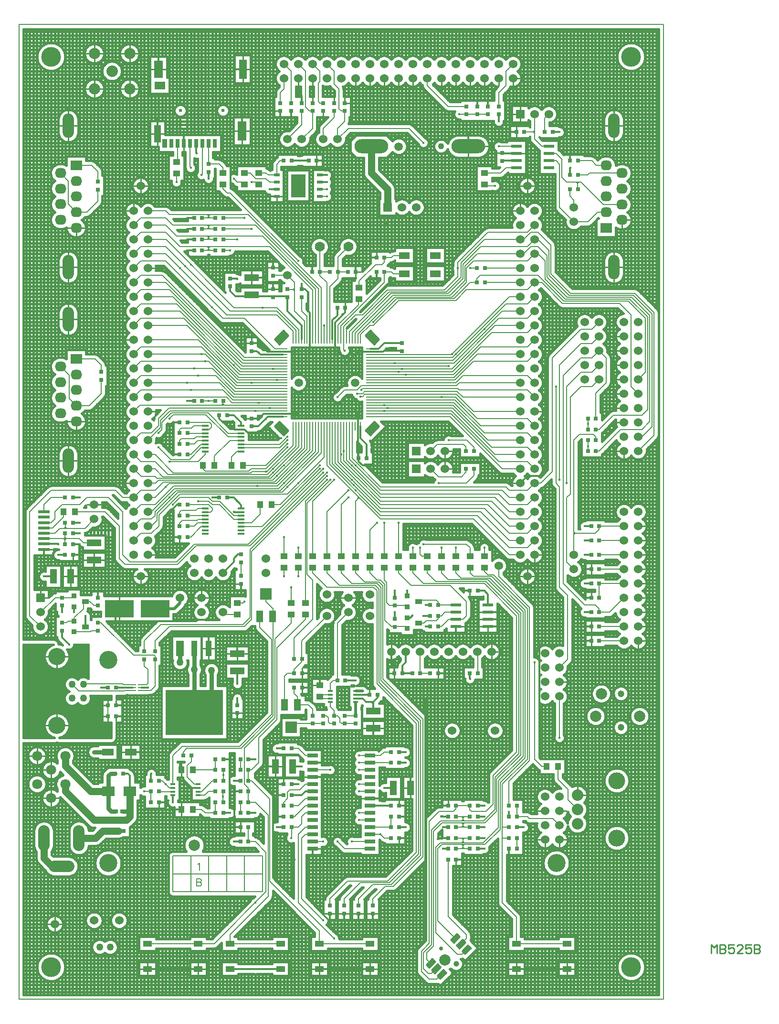
<source format=gbr>
%FSTAX23Y23*%
%MOIN*%
%SFA1B1*%

%IPPOS*%
%ADD10C,0.018000*%
%ADD11C,0.015000*%
%ADD12R,0.047000X0.122000*%
%ADD13R,0.055000X0.138000*%
%ADD14R,0.059000X0.122000*%
%ADD15R,0.063000X0.138000*%
%ADD16R,0.080000X0.047000*%
%ADD17R,0.200000X0.120000*%
%ADD18R,0.077000X0.055000*%
%ADD19R,0.031000X0.063000*%
%ADD20R,0.033000X0.063000*%
%ADD21C,0.010000*%
%ADD22R,0.030000X0.030000*%
%ADD23R,0.050000X0.040000*%
%ADD24R,0.060000X0.040000*%
%ADD25R,0.050000X0.100000*%
%ADD26R,0.035000X0.013000*%
%ADD27R,0.091000X0.069000*%
%ADD28R,0.075000X0.051000*%
%ADD29R,0.075000X0.025000*%
%ADD30R,0.079000X0.020000*%
%ADD31R,0.045000X0.012000*%
%ADD32R,0.039000X0.110000*%
%ADD33R,0.056000X0.110000*%
%ADD34R,0.402000X0.315000*%
%ADD35R,0.037000X0.028000*%
%ADD36R,0.087000X0.031000*%
%ADD37R,0.039000X0.020000*%
%ADD38R,0.100000X0.160000*%
%ADD39R,0.046000X0.011000*%
%ADD40R,0.046000X0.011000*%
%ADD41R,0.008000X0.059000*%
%ADD42R,0.059000X0.008000*%
%ADD43R,0.051000X0.079000*%
%ADD44R,0.079000X0.079000*%
%ADD45R,0.100000X0.050000*%
%ADD46R,0.050000X0.036000*%
%ADD47R,0.036000X0.036000*%
%ADD48R,0.040000X0.050000*%
%ADD49R,0.076000X0.024000*%
%ADD50O,0.236000X0.098000*%
%ADD51C,0.012000*%
%ADD52C,0.007000*%
%ADD53C,0.020000*%
%ADD54C,0.030000*%
%ADD55C,0.050000*%
%ADD56C,0.008000*%
%ADD57C,0.005000*%
%ADD58O,0.080000X0.170000*%
%ADD59C,0.050000*%
%ADD60C,0.060000*%
%ADD61O,0.080000X0.070000*%
%ADD62R,0.080000X0.070000*%
%ADD63C,0.024000*%
%ADD64C,0.028000*%
%ADD65C,0.039000*%
%ADD66C,0.070000*%
%ADD67R,0.060000X0.060000*%
%ADD68C,0.080000*%
%ADD69C,0.079000*%
%ADD70C,0.079000*%
%ADD71C,0.118000*%
%ADD72C,0.120000*%
%ADD73C,0.071000*%
%ADD74C,0.059000*%
%ADD75C,0.047000*%
%ADD76C,0.045000*%
%ADD77O,0.080000X0.180000*%
%ADD78O,0.180000X0.080000*%
%ADD79C,0.138000*%
%ADD80C,0.126000*%
%ADD81C,0.126000*%
%ADD82C,0.043000*%
%ADD83C,0.016000*%
%LNmb525b-1*%
%LPD*%
G54D10*
X42523Y56775D02*
D01*
X42522Y56781*
X42522Y56788*
X4252Y56795*
X42519Y56802*
X42517Y56808*
X42514Y56814*
X42511Y56821*
X42508Y56826*
X42504Y56832*
X425Y56837*
X42495Y56843*
X4249Y56847*
X42485Y56852*
X42479Y56856*
X42474Y56859*
X42467Y56863*
X42461Y56865*
X42455Y56868*
X42448Y5687*
X42442Y56871*
X42435Y56872*
X42428Y56872*
X42421*
X42414Y56872*
X42407Y56871*
X42401Y5687*
X42394Y56868*
X42388Y56865*
X42382Y56863*
X42376Y56859*
X4237Y56856*
X42364Y56852*
X42359Y56847*
X42354Y56843*
X42349Y56837*
X42345Y56832*
X42341Y56826*
X42338Y56821*
X42335Y56814*
X42332Y56808*
X4233Y56802*
X42329Y56795*
X42327Y56788*
X42327Y56781*
X42327Y56775*
X42327Y56768*
X42327Y56761*
X42329Y56754*
X4233Y56747*
X42332Y56741*
X42335Y56735*
X42338Y56728*
X42341Y56723*
X42345Y56717*
X42349Y56712*
X42354Y56706*
X42359Y56702*
X42364Y56697*
X4237Y56693*
X42376Y5669*
X42382Y56686*
X42388Y56684*
X42394Y56681*
X42401Y56679*
X42407Y56678*
X42414Y56677*
X42421Y56677*
X42428*
X42435Y56677*
X42442Y56678*
X42448Y56679*
X42455Y56681*
X42461Y56684*
X42467Y56686*
X42474Y5669*
X42479Y56693*
X42485Y56697*
X4249Y56702*
X42495Y56706*
X425Y56712*
X42504Y56717*
X42508Y56723*
X42511Y56728*
X42514Y56735*
X42517Y56741*
X42519Y56747*
X4252Y56754*
X42522Y56761*
X42522Y56768*
X42523Y56775*
X42374Y56338D02*
D01*
X42373Y56342*
X42373Y56347*
X42372Y56352*
X42371Y56357*
X42369Y56361*
X42368Y56366*
X42365Y5637*
X42363Y56374*
X4236Y56378*
X42357Y56382*
X42354Y56385*
X42351Y56389*
X42347Y56392*
X42343Y56395*
X42339Y56397*
X42335Y564*
X4233Y56401*
X42326Y56403*
X42321Y56404*
X42316Y56405*
X42312Y56406*
X42307Y56406*
X42302*
X42297Y56406*
X42293Y56405*
X42288Y56404*
X42283Y56403*
X42279Y56401*
X42274Y564*
X4227Y56397*
X42266Y56395*
X42262Y56392*
X42258Y56389*
X42255Y56385*
X42252Y56382*
X42249Y56378*
X42246Y56374*
X42244Y5637*
X42241Y56366*
X4224Y56361*
X42238Y56357*
X42237Y56352*
X42236Y56347*
X42236Y56342*
X42236Y56338*
Y56248D02*
D01*
X42236Y56243*
X42236Y56238*
X42237Y56233*
X42238Y56228*
X4224Y56224*
X42241Y56219*
X42244Y56215*
X42246Y56211*
X42249Y56207*
X42252Y56203*
X42255Y562*
X42258Y56196*
X42262Y56193*
X42266Y5619*
X4227Y56188*
X42274Y56185*
X42279Y56184*
X42283Y56182*
X42288Y56181*
X42293Y5618*
X42297Y56179*
X42302Y56179*
X42307*
X42312Y56179*
X42316Y5618*
X42321Y56181*
X42326Y56182*
X4233Y56184*
X42335Y56185*
X42339Y56188*
X42343Y5619*
X42347Y56193*
X42351Y56196*
X42354Y562*
X42357Y56203*
X4236Y56207*
X42363Y56211*
X42365Y56215*
X42368Y56219*
X42369Y56224*
X42371Y56228*
X42372Y56233*
X42373Y56238*
X42373Y56243*
X42374Y56248*
X41855Y56316D02*
D01*
X41859Y56316*
X41863Y56317*
X41867Y56318*
X41871Y56319*
X41874Y56321*
X41878Y56323*
X41882Y56325*
X41885Y56327*
X41888Y5633*
X41891Y56333*
X41894Y56336*
X41897Y56339*
X41899Y56342*
X41901Y56346*
X41903Y56349*
X41905Y56353*
X41906Y56357*
X41907Y56361*
X41908Y56365*
X41908Y56369*
X41909Y56373*
X41909Y56375*
X41962Y5625D02*
D01*
X41961Y56252*
X41961Y56255*
X41961Y56257*
X4196Y5626*
X41959Y56262*
X41958Y56265*
X41957Y56267*
X41956Y56269*
X41954Y56271*
X41953Y56273*
X41951Y56275*
X41949Y56277*
X41947Y56279*
X41945Y5628*
X41943Y56282*
X41941Y56283*
X41938Y56284*
X41936Y56285*
X41933Y56285*
X41931Y56286*
X41928Y56286*
X41926Y56286*
X41923*
X41922Y56287*
Y56213D02*
D01*
X41924Y56212*
X41927Y56212*
X41929Y56212*
X41932Y56213*
X41934Y56213*
X41937Y56214*
X41939Y56215*
X41942Y56216*
X41944Y56217*
X41946Y56219*
X41948Y5622*
X4195Y56222*
X41952Y56224*
X41954Y56225*
X41956Y56228*
X41957Y5623*
X41958Y56232*
X41959Y56234*
X4196Y56237*
X41961Y56239*
X41962Y56242*
X41962Y56244*
X41963Y56247*
X41963Y56249*
X41962Y5625*
X41909Y56375D02*
D01*
X41908Y56379*
X41908Y56383*
X41907Y56387*
X41906Y56391*
X41905Y56395*
X41903Y56398*
X41902Y56402*
X419Y56406*
X41897Y56409*
X41895Y56412*
X41892Y56415*
X41889Y56418*
X41886Y56421*
X41882Y56423*
X41879Y56426*
X41875Y56428*
X41872Y56429*
X41868Y56431*
X41864Y56432*
X4186Y56433*
X41856Y56433*
X41852Y56433*
X41847*
X41843Y56433*
X41839Y56433*
X41835Y56432*
X41831Y56431*
X41827Y56429*
X41824Y56428*
X4182Y56426*
X41817Y56423*
X41813Y56421*
X4181Y56418*
X41807Y56415*
X41804Y56412*
X41802Y56409*
X41799Y56406*
X418Y56406*
D01*
X41797Y56409*
X41795Y56412*
X41792Y56415*
X41789Y56418*
X41786Y56421*
X41783Y56423*
X41779Y56425*
X41775Y56427*
X41772Y56429*
X41768Y5643*
X41764Y56432*
X4176Y56432*
X41756Y56433*
X41752Y56433*
X41748Y56433*
X41744Y56433*
X41739Y56432*
X41735Y56432*
X41732Y56431*
X41728Y56429*
X41724Y56427*
X4172Y56426*
X41717Y56423*
X41713Y56421*
X4171Y56418*
X41709Y56417*
Y56333D02*
D01*
X41712Y5633*
X41715Y56327*
X41717Y56326*
X41923Y56123D02*
D01*
X41921Y56124*
X41919Y56125*
X41917Y56127*
X41917Y56128*
X41923Y56123D02*
D01*
X41921Y56124*
X41919Y56125*
X41917Y56127*
X41917Y56128*
X41717Y562D02*
D01*
X41717Y56197*
X41717Y56195*
X41717Y56193*
X41718Y56191*
X41718Y56189*
X41719Y56186*
X4172Y56184*
X41721Y56183*
X41723Y56181*
X41724Y56179*
X41725Y56177*
X41727Y56177*
X41717Y562D02*
D01*
X41717Y56197*
X41717Y56195*
X41717Y56193*
X41718Y56191*
X41718Y56189*
X41719Y56186*
X4172Y56184*
X41721Y56183*
X41723Y56181*
X41724Y56179*
X41725Y56177*
X41727Y56177*
X41777Y56127D02*
D01*
X41778Y56125*
X4178Y56124*
X41782Y56122*
X41783Y56122*
X41777Y56127D02*
D01*
X41778Y56125*
X4178Y56124*
X41782Y56122*
X41783Y56122*
X42399Y55909D02*
D01*
X42402Y55911*
X42406Y55914*
X42409Y55917*
X42412Y5592*
X42415Y55923*
X42418Y55927*
X4242Y55931*
X42422Y55935*
X42424Y55939*
X42425Y55943*
X42426Y55947*
X42427Y55952*
X42428Y55956*
X42428Y5596*
X42429Y55963*
X42245Y56082D02*
D01*
X4224Y56081*
X42236Y56081*
X42231Y5608*
X42227Y56079*
X42223Y56078*
X42218Y56076*
X42214Y56074*
X42211Y56072*
X42207Y56069*
X42203Y56067*
X422Y56064*
X42197Y5606*
X42194Y56057*
X42192Y56054*
X42429Y55963D02*
D01*
X42428Y55967*
X42428Y55971*
X42427Y55976*
X42426Y5598*
X42425Y55984*
X42423Y55989*
X42421Y55993*
X42419Y55996*
X42416Y56*
X42414Y56004*
X42411Y56007*
X42407Y5601*
X42404Y56013*
X424Y56016*
X42397Y56018*
X42393Y5602*
X42388Y56022*
X42384Y56023*
X4238Y56025*
X42376Y56026*
X42371Y56026*
X42367Y56026*
X42365Y56027*
X42355D02*
D01*
X4235Y56026*
X42346Y56026*
X42341Y56025*
X42337Y56024*
X42333Y56023*
X42328Y56021*
X42324Y56019*
X42321Y56017*
X42319Y56016*
Y56018D02*
D01*
X42318Y56022*
X42318Y56026*
X42317Y56031*
X42316Y56035*
X42315Y56039*
X42313Y56044*
X42311Y56048*
X42309Y56051*
X42306Y56055*
X42304Y56059*
X42301Y56062*
X42297Y56065*
X42294Y56068*
X4229Y56071*
X42287Y56073*
X42283Y56075*
X42278Y56077*
X42274Y56078*
X4227Y5608*
X42266Y56081*
X42261Y56081*
X42257Y56081*
X42255Y56082*
X42429Y55854D02*
D01*
X42428Y55858*
X42428Y55862*
X42427Y55867*
X42426Y55871*
X42425Y55875*
X42423Y5588*
X42421Y55884*
X42419Y55887*
X42416Y55891*
X42414Y55895*
X42411Y55898*
X42407Y55901*
X42404Y55904*
X424Y55907*
X42399Y55909*
Y55799D02*
D01*
X42402Y55801*
X42406Y55804*
X42409Y55807*
X42412Y5581*
X42415Y55813*
X42418Y55817*
X4242Y55821*
X42422Y55825*
X42424Y55829*
X42425Y55833*
X42426Y55837*
X42427Y55842*
X42428Y55846*
X42428Y5585*
X42429Y55854*
Y55745D02*
D01*
X42428Y55749*
X42428Y55753*
X42427Y55758*
X42426Y55762*
X42425Y55766*
X42423Y55771*
X42421Y55775*
X42419Y55778*
X42416Y55782*
X42414Y55786*
X42411Y55789*
X42407Y55792*
X42404Y55795*
X424Y55798*
X42399Y55799*
Y5569D02*
D01*
X42402Y55692*
X42406Y55695*
X42409Y55698*
X42412Y55701*
X42415Y55704*
X42418Y55708*
X4242Y55712*
X42422Y55716*
X42424Y5572*
X42425Y55724*
X42426Y55728*
X42427Y55733*
X42428Y55737*
X42428Y55741*
X42429Y55745*
X42196Y5565D02*
D01*
X42198Y55646*
X42199Y55646*
X42429Y55636D02*
D01*
X42428Y5564*
X42428Y55644*
X42427Y55649*
X42426Y55653*
X42425Y55657*
X42423Y55662*
X42421Y55666*
X42419Y55669*
X42416Y55673*
X42414Y55677*
X42411Y5568*
X42407Y55683*
X42404Y55686*
X424Y55689*
X42399Y5569*
X42365Y55572D02*
D01*
X42369Y55572*
X42373Y55572*
X42378Y55573*
X42382Y55574*
X42386Y55575*
X42391Y55577*
X42395Y55579*
X42398Y55581*
X42402Y55584*
X42406Y55586*
X42409Y55589*
X42412Y55593*
X42415Y55596*
X42418Y556*
X4242Y55604*
X42422Y55607*
X42424Y55612*
X42425Y55616*
X42427Y5562*
X42428Y55624*
X42428Y55629*
X42428Y55633*
X42429Y55636*
X42319Y55583D02*
D01*
X42322Y5558*
X42326Y55578*
X4233Y55576*
X42335Y55575*
X42339Y55573*
X42343Y55572*
X42348Y55572*
X42352Y55571*
X42355Y55572*
X42173Y56073D02*
D01*
X42171Y56074*
X42169Y56075*
X42167Y56077*
X42165Y56078*
X42163Y56079*
X42161Y5608*
X42159Y56081*
X42157Y56081*
X42155Y56082*
X42152Y56082*
X4215Y56082*
X4215Y56083*
X42173Y56073D02*
D01*
X42171Y56074*
X42169Y56075*
X42167Y56077*
X42165Y56078*
X42163Y56079*
X42161Y5608*
X42159Y56081*
X42157Y56081*
X42155Y56082*
X42152Y56082*
X4215Y56082*
X4215Y56083*
X42125Y55592D02*
D01*
X42127Y55592*
X42129Y55592*
X42131Y55592*
X42133Y55593*
X42135Y55593*
X42138Y55594*
X4214Y55595*
X42141Y55596*
X42143Y55598*
X42145Y55599*
X42147Y556*
X42148Y55602*
X41967Y55637D02*
D01*
X41966Y55632*
X41965Y55628*
X41965Y55624*
X41965Y5562*
X41966Y55616*
X41967Y55612*
X41968Y55608*
X41969Y55604*
X41971Y556*
X41972Y55596*
X41974Y55593*
X41977Y55589*
X41979Y55586*
X41982Y55583*
X41985Y5558*
X41988Y55578*
X41992Y55575*
X41995Y55573*
X41999Y55571*
X42003Y55569*
X42007Y55568*
X4201Y55567*
X42015Y55566*
X42019Y55566*
X42023Y55565*
X42027Y55565*
X42031Y55566*
X42035Y55566*
X42039Y55567*
X42043Y55568*
X42047Y5557*
X42051Y55571*
X42054Y55573*
X42058Y55576*
X42061Y55578*
X42064Y55581*
X42067Y55584*
X4207Y55587*
X42073Y5559*
X42074Y55592*
X42125D02*
D01*
X42127Y55592*
X42129Y55592*
X42131Y55592*
X42133Y55593*
X42135Y55593*
X42138Y55594*
X4214Y55595*
X42141Y55596*
X42143Y55598*
X42145Y55599*
X42147Y556*
X42148Y55602*
X41893Y55725D02*
D01*
X41893Y55722*
X41893Y5572*
X41893Y55718*
X41894Y55716*
X41894Y55714*
X41895Y55711*
X41896Y55709*
X41897Y55708*
X41899Y55706*
X419Y55704*
X41901Y55702*
X41902Y55702*
X41893Y55725D02*
D01*
X41893Y55722*
X41893Y5572*
X41893Y55718*
X41894Y55716*
X41894Y55714*
X41895Y55711*
X41896Y55709*
X41897Y55708*
X41899Y55706*
X419Y55704*
X41901Y55702*
X41902Y55702*
X41809Y557D02*
D01*
X41808Y55704*
X41808Y55708*
X41807Y55712*
X41806Y55716*
X41805Y5572*
X41803Y55723*
X41802Y55727*
X418Y55731*
X41797Y55734*
X41795Y55737*
X41792Y5574*
X41789Y55743*
X41786Y55746*
X41782Y55748*
X41779Y55751*
X41775Y55753*
X41772Y55754*
X41768Y55756*
X41764Y55757*
X4176Y55758*
X41756Y55758*
X41752Y55758*
X41747*
X41743Y55758*
X41739Y55758*
X41735Y55757*
X41731Y55756*
X41727Y55754*
X41724Y55753*
X4172Y55751*
X41717Y55748*
X41713Y55746*
X4171Y55743*
X41707Y5574*
X41704Y55737*
X41702Y55734*
X41699Y55731*
X417Y55731*
X41781Y5565D02*
D01*
X41784Y55652*
X41787Y55654*
X4179Y55657*
X41793Y5566*
X41796Y55663*
X41798Y55666*
X418Y5567*
X41802Y55674*
X41804Y55677*
X41805Y55681*
X41807Y55685*
X41807Y55689*
X41808Y55693*
X41808Y55697*
X41809Y557*
X41801Y5557D02*
D01*
X41802Y55573*
X41804Y55577*
X41806Y55581*
X41807Y55585*
X41808Y55589*
X41808Y55593*
X41809Y55597*
X41809Y556*
D01*
X41808Y55604*
X41808Y55608*
X41807Y55612*
X41806Y55616*
X41805Y5562*
X41803Y55623*
X41802Y55627*
X418Y55631*
X41797Y55634*
X41795Y55637*
X41792Y5564*
X41789Y55643*
X41786Y55646*
X41782Y55648*
X41781Y5565*
X41631Y56675D02*
D01*
X41634Y56677*
X41637Y56679*
X4164Y56682*
X41643Y56685*
X41646Y56688*
X41648Y56691*
X4165Y56695*
X41652Y56699*
X41654Y56702*
X41655Y56706*
X41657Y5671*
X41657Y56714*
X41658Y56718*
X41658Y56722*
X41659Y56725*
Y56625D02*
D01*
X41658Y56629*
X41658Y56633*
X41657Y56637*
X41656Y56641*
X41655Y56645*
X41653Y56648*
X41652Y56652*
X4165Y56656*
X41647Y56659*
X41645Y56662*
X41642Y56665*
X41639Y56668*
X41636Y56671*
X41632Y56673*
X41631Y56675*
X41659Y56725D02*
D01*
X41658Y56729*
X41658Y56733*
X41657Y56737*
X41656Y56741*
X41655Y56745*
X41653Y56748*
X41652Y56752*
X4165Y56756*
X41647Y56759*
X41645Y56762*
X41642Y56765*
X41639Y56768*
X41636Y56771*
X41632Y56773*
X41629Y56776*
X41625Y56778*
X41622Y56779*
X41618Y56781*
X41614Y56782*
X4161Y56783*
X41606Y56783*
X41602Y56783*
X41597*
X41593Y56783*
X41589Y56783*
X41585Y56782*
X41581Y56781*
X41577Y56779*
X41574Y56778*
X4157Y56776*
X41567Y56773*
X41563Y56771*
X4156Y56768*
X41557Y56765*
X41554Y56762*
X41552Y56759*
X41549Y56756*
X4155Y56756*
X41582Y56569D02*
D01*
X41585Y56567*
X41589Y56567*
X41594Y56566*
X41598Y56566*
X41602Y56566*
X41606Y56566*
X4161Y56567*
X41614Y56567*
X41618Y56569*
X41622Y5657*
X41625Y56572*
X41629Y56574*
X41633Y56576*
X41636Y56578*
X41639Y56581*
X41642Y56584*
X41645Y56587*
X41647Y5659*
X41649Y56593*
X41652Y56597*
X41653Y56601*
X41655Y56605*
X41656Y56608*
X41657Y56612*
X41658Y56616*
X41658Y56621*
X41659Y56625*
X41573Y56552D02*
D01*
X41574Y56553*
X41575Y56555*
X41577Y56557*
X41578Y56559*
X41579Y56561*
X4158Y56563*
X41581Y56565*
X41581Y56567*
X41582Y56569*
X41573Y56552D02*
D01*
X41574Y56553*
X41575Y56555*
X41577Y56557*
X41578Y56559*
X41579Y56561*
X4158Y56563*
X41581Y56565*
X41581Y56567*
X41582Y56569*
X4155Y56756D02*
D01*
X41547Y56759*
X41545Y56762*
X41542Y56765*
X41539Y56768*
X41536Y56771*
X41533Y56773*
X41529Y56775*
X41525Y56777*
X41522Y56779*
X41518Y5678*
X41514Y56782*
X4151Y56782*
X41506Y56783*
X41502Y56783*
X41498Y56783*
X41494Y56783*
X41489Y56782*
X41485Y56782*
X41482Y56781*
X41478Y56779*
X41474Y56777*
X4147Y56776*
X41467Y56773*
X41463Y56771*
X4146Y56768*
X41457Y56766*
X41455Y56762*
X41452Y56759*
X4145Y56756*
X4145Y56756*
Y56594D02*
D01*
X41452Y5659*
X41454Y56587*
X41457Y56584*
X4146Y56581*
X41463Y56578*
X41466Y56576*
X4147Y56574*
X41474Y56572*
X41477Y5657*
X41481Y56569*
X41485Y56567*
X41489Y56567*
X41493Y56566*
X41495Y56566*
X41477Y56548D02*
D01*
X41475Y56546*
X41474Y56544*
X41472Y56542*
X41471Y5654*
X4147Y56538*
X41469Y56536*
X41468Y56534*
X41468Y56532*
X41467Y5653*
X41467Y56527*
X41467Y56525*
X41467Y56525*
X41477Y56548D02*
D01*
X41475Y56546*
X41474Y56544*
X41472Y56542*
X41471Y5654*
X4147Y56538*
X41469Y56536*
X41468Y56534*
X41468Y56532*
X41467Y5653*
X41467Y56527*
X41467Y56525*
X41467Y56525*
X4145Y56756D02*
D01*
X41447Y56759*
X41445Y56762*
X41442Y56765*
X41439Y56768*
X41436Y56771*
X41433Y56773*
X41429Y56775*
X41425Y56777*
X41422Y56779*
X41418Y5678*
X41414Y56782*
X4141Y56782*
X41406Y56783*
X41402Y56783*
X41398Y56783*
X41394Y56783*
X41389Y56782*
X41385Y56782*
X41382Y56781*
X41378Y56779*
X41374Y56777*
X4137Y56776*
X41367Y56773*
X41363Y56771*
X4136Y56768*
X41357Y56766*
X41355Y56762*
X41352Y56759*
X4135Y56756*
X4135Y56756*
D01*
X41347Y56759*
X41345Y56762*
X41342Y56765*
X41339Y56768*
X41336Y56771*
X41333Y56773*
X41329Y56775*
X41325Y56777*
X41322Y56779*
X41318Y5678*
X41314Y56782*
X4131Y56782*
X41306Y56783*
X41302Y56783*
X41298Y56783*
X41294Y56783*
X41289Y56782*
X41285Y56782*
X41282Y56781*
X41278Y56779*
X41274Y56777*
X4127Y56776*
X41267Y56773*
X41263Y56771*
X4126Y56768*
X41257Y56766*
X41255Y56762*
X41252Y56759*
X4125Y56756*
X4125Y56756*
X4135Y56594D02*
D01*
X41352Y5659*
X41354Y56587*
X41357Y56584*
X4136Y56581*
X41363Y56578*
X41366Y56576*
X4137Y56574*
X41374Y56572*
X41377Y5657*
X41381Y56569*
X41385Y56567*
X41389Y56567*
X41393Y56566*
X41397Y56566*
X41401Y56566*
X41405Y56566*
X4141Y56567*
X41414Y56567*
X41417Y56568*
X41421Y5657*
X41425Y56572*
X41429Y56573*
X41432Y56576*
X41436Y56578*
X41439Y56581*
X41442Y56583*
X41444Y56587*
X41447Y5659*
X41449Y56593*
X4145Y56594*
X4125D02*
D01*
X41252Y5659*
X41254Y56587*
X41257Y56584*
X4126Y56581*
X41263Y56578*
X41266Y56576*
X4127Y56574*
X41274Y56572*
X41277Y5657*
X41281Y56569*
X41285Y56567*
X41289Y56567*
X41293Y56566*
X41297Y56566*
X41301Y56566*
X41305Y56566*
X4131Y56567*
X41314Y56567*
X41317Y56568*
X41321Y5657*
X41325Y56572*
X41329Y56573*
X41332Y56576*
X41336Y56578*
X41339Y56581*
X41342Y56583*
X41344Y56587*
X41347Y5659*
X41349Y56593*
X4135Y56594*
X41537Y56325D02*
D01*
X41536Y56327*
X41537Y56328*
X41463D02*
D01*
X41462Y56325*
X41462Y56322*
X41462Y5632*
X41463Y56317*
X41463Y56315*
X41464Y56312*
X41465Y5631*
X41466Y56307*
X41467Y56305*
X41469Y56303*
X4147Y56301*
X41472Y56299*
X41474Y56297*
X41475Y56295*
X41478Y56293*
X4148Y56292*
X41482Y56291*
X41484Y5629*
X41487Y56289*
X41489Y56288*
X41492Y56287*
X41494Y56287*
X41497Y56286*
X41499Y56286*
X41502Y56286*
X41505Y56287*
X41507Y56287*
X4151Y56288*
X41512Y56288*
X41515Y56289*
X41517Y56291*
X41519Y56292*
X41521Y56293*
X41523Y56295*
X41525Y56297*
X41527Y56299*
X41529Y56301*
X4153Y56303*
X41532Y56305*
X41533Y56307*
X41534Y56309*
X41535Y56312*
X41536Y56314*
X41536Y56317*
X41537Y5632*
X41537Y56322*
X41537Y56325*
X41759Y55875D02*
D01*
X41758Y55879*
X41758Y55883*
X41757Y55887*
X41756Y55891*
X41755Y55895*
X41753Y55898*
X41752Y55902*
X4175Y55906*
X41747Y55909*
X41745Y55912*
X41742Y55915*
X41739Y55918*
X41736Y55921*
X41732Y55923*
X41729Y55926*
X41725Y55928*
X41722Y55929*
X41718Y55931*
X41714Y55932*
X4171Y55933*
X41706Y55933*
X41702Y55933*
X41697*
X41693Y55933*
X41689Y55933*
X41685Y55932*
X41681Y55931*
X41677Y55929*
X41674Y55928*
X4167Y55926*
X41667Y55923*
X41663Y55921*
X4166Y55918*
X41657Y55915*
X41654Y55912*
X41652Y55909*
X41649Y55906*
X41647Y55902*
X41646Y55898*
X41644Y55895*
X41643Y55891*
X41642Y55887*
X41641Y55883*
X41641Y55879*
X41641Y55875*
X41641Y5587*
X41641Y55866*
X41642Y55862*
X41643Y55858*
X41644Y55854*
X41646Y55851*
X41647Y55847*
X41649Y55843*
X41652Y5584*
X41654Y55837*
X41657Y55834*
X4166Y55831*
X41663Y55828*
X41667Y55826*
X4167Y55823*
X41674Y55821*
X41677Y5582*
X41681Y55818*
X41685Y55817*
X41689Y55816*
X41693Y55816*
X41697Y55816*
X41702*
X41706Y55816*
X4171Y55816*
X41714Y55817*
X41718Y55818*
X41722Y5582*
X41725Y55821*
X41729Y55823*
X41732Y55826*
X41736Y55828*
X41739Y55831*
X41742Y55834*
X41745Y55837*
X41747Y5584*
X4175Y55843*
X41752Y55847*
X41753Y55851*
X41755Y55854*
X41756Y55858*
X41757Y55862*
X41758Y55866*
X41758Y5587*
X41759Y55875*
X417Y55731D02*
D01*
X41697Y55734*
X41695Y55737*
X41692Y5574*
X41689Y55743*
X41686Y55746*
X41683Y55748*
X41679Y5575*
X41675Y55752*
X41672Y55754*
X41668Y55755*
X41664Y55757*
X4166Y55757*
X41656Y55758*
X41652Y55758*
X41648Y55758*
X41644Y55758*
X41639Y55757*
X41635Y55757*
X41632Y55756*
X41628Y55754*
X41624Y55752*
X4162Y55751*
X41617Y55748*
X41613Y55746*
X4161Y55743*
X41607Y55741*
X41605Y55737*
X41602Y55734*
X416Y55731*
X41598Y55727*
X41596Y55724*
X41594Y5572*
X41593Y55716*
X41592Y55712*
X41591Y55708*
X41591Y55704*
X41591Y557*
X41591Y55696*
X41591Y55692*
X41592Y55687*
X41593Y55683*
X41594Y5568*
X41596Y55676*
X41597Y55672*
X416Y55669*
X41602Y55665*
X41604Y55662*
X41607Y55659*
X4161Y55656*
X41613Y55653*
X41616Y55651*
X41619Y5565*
D01*
X41615Y55647*
X41612Y55645*
X41609Y55642*
X41606Y55639*
X41603Y55636*
X41601Y55633*
X41599Y55629*
X41597Y55625*
X41595Y55622*
X41594Y55618*
X41592Y55614*
X41592Y5561*
X41591Y55606*
X41591Y55602*
X41591Y55598*
X41591Y55594*
X41592Y55589*
X41592Y55585*
X41594Y55583*
X41515Y55932D02*
D01*
X41517Y55932*
X41519Y55932*
X41521Y55932*
X41523Y55933*
X41525Y55933*
X41528Y55934*
X4153Y55935*
X41531Y55936*
X41533Y55938*
X41535Y55939*
X41537Y5594*
X41538Y55942*
X41515Y55932D02*
D01*
X41517Y55932*
X41519Y55932*
X41521Y55932*
X41523Y55933*
X41525Y55933*
X41528Y55934*
X4153Y55935*
X41531Y55936*
X41533Y55938*
X41535Y55939*
X41537Y5594*
X41538Y55942*
X41518Y56182D02*
D01*
X41515Y56183*
X41513Y56184*
X4151Y56185*
X41508Y56185*
X41505Y56186*
X41503Y56186*
X415Y56186*
X41498Y56186*
X41495Y56186*
X41493Y56186*
X4149Y56185*
X41488Y56184*
X41485Y56183*
X41483Y56182*
X41481Y56181*
X41479Y5618*
X41477Y56178*
X41475Y56177*
X41473Y56175*
X41471Y56173*
X4147Y56171*
X41468Y56169*
X41467Y56166*
X41466Y56164*
X41465Y56162*
X41464Y56159*
X41464Y56157*
X41463Y56154*
X41463Y56152*
X41463Y56149*
X41463Y56147*
X41463Y56144*
X41464Y56141*
X41464Y56139*
X41465Y56137*
X41466Y56134*
X41467Y56132*
X41469Y5613*
X4147Y56128*
X41472Y56126*
X41473Y56124*
X41475Y56122*
X41477Y5612*
X41479Y56119*
X41481Y56118*
X41436Y5615D02*
D01*
X41435Y56155*
X41435Y5616*
X41434Y56166*
X41432Y56171*
X41431Y56176*
X41429Y56181*
X41426Y56186*
X41424Y56191*
X41421Y56195*
X41417Y562*
X41414Y56204*
X4141Y56207*
X41406Y56211*
X41401Y56214*
X41397Y56217*
X41392Y5622*
X41387Y56222*
X41382Y56224*
X41376Y56225*
X41371Y56226*
X41366Y56227*
X4136Y56227*
X41357Y56228*
Y56072D02*
D01*
X41362Y56072*
X41367Y56072*
X41373Y56073*
X41378Y56075*
X41383Y56076*
X41388Y56078*
X41393Y56081*
X41398Y56083*
X41402Y56086*
X41407Y5609*
X41411Y56093*
X41414Y56097*
X41418Y56101*
X41421Y56106*
X41424Y56111*
X41427Y56115*
X41429Y5612*
X41431Y56125*
X41432Y56131*
X41433Y56136*
X41434Y56141*
X41434Y56147*
X41436Y5615*
X41512Y55875D02*
D01*
X41511Y55877*
X41511Y5588*
X41511Y55882*
X4151Y55885*
X41509Y55887*
X41508Y5589*
X41507Y55892*
X41506Y55894*
X41504Y55896*
X41503Y55898*
X41501Y559*
X41499Y55902*
X41497Y55904*
X41495Y55905*
X41493Y55907*
X41491Y55908*
X41488Y55909*
X41486Y5591*
X41483Y5591*
X41481Y55911*
X41478Y55911*
X41476Y55911*
X41473*
X41471Y55911*
X41468Y55911*
X41466Y5591*
X41463Y5591*
X41461Y55909*
X41458Y55908*
X41457Y55908*
Y55842D02*
D01*
X41459Y5584*
X41461Y55839*
X41464Y55838*
X41466Y55838*
X41469Y55837*
X41471Y55837*
X41474Y55837*
X41476Y55837*
X41479Y55837*
X41481Y55837*
X41484Y55838*
X41486Y55839*
X41489Y5584*
X41491Y55841*
X41493Y55842*
X41495Y55843*
X41497Y55845*
X41499Y55846*
X41501Y55848*
X41503Y5585*
X41504Y55852*
X41506Y55854*
X41507Y55857*
X41508Y55859*
X41509Y55861*
X4151Y55864*
X4151Y55866*
X41511Y55869*
X41511Y55871*
X41511Y55874*
X41512Y55875*
X41425Y55583D02*
D01*
X41422Y55582*
X4142Y55582*
X41418Y55582*
X41416Y55581*
X41414Y55581*
X41411Y5558*
X41409Y55579*
X41408Y55578*
X41406Y55576*
X41404Y55575*
X41402Y55574*
X41402Y55573*
X42473Y55148D02*
D01*
X42471Y55149*
X42469Y5515*
X42467Y55152*
X42465Y55153*
X42463Y55154*
X42461Y55155*
X42459Y55156*
X42457Y55156*
X42455Y55157*
X42452Y55157*
X4245Y55157*
X4245Y55158*
X42473Y55148D02*
D01*
X42471Y55149*
X42469Y5515*
X42467Y55152*
X42465Y55153*
X42463Y55154*
X42461Y55155*
X42459Y55156*
X42457Y55156*
X42455Y55157*
X42452Y55157*
X4245Y55157*
X4245Y55158*
X42374Y55352D02*
D01*
X42373Y55356*
X42373Y55361*
X42372Y55366*
X42371Y55371*
X42369Y55375*
X42368Y5538*
X42365Y55384*
X42363Y55388*
X4236Y55392*
X42357Y55396*
X42354Y55399*
X42351Y55403*
X42347Y55406*
X42343Y55409*
X42339Y55411*
X42335Y55414*
X4233Y55415*
X42326Y55417*
X42321Y55418*
X42316Y55419*
X42312Y5542*
X42307Y5542*
X42302*
X42297Y5542*
X42293Y55419*
X42288Y55418*
X42283Y55417*
X42279Y55415*
X42274Y55414*
X4227Y55411*
X42266Y55409*
X42262Y55406*
X42258Y55403*
X42255Y55399*
X42252Y55396*
X42249Y55392*
X42246Y55388*
X42244Y55384*
X42241Y5538*
X4224Y55375*
X42238Y55371*
X42237Y55366*
X42236Y55361*
X42236Y55356*
X42236Y55352*
Y55262D02*
D01*
X42236Y55257*
X42236Y55252*
X42237Y55247*
X42238Y55242*
X4224Y55238*
X42241Y55233*
X42244Y55229*
X42246Y55225*
X42249Y55221*
X42252Y55217*
X42255Y55214*
X42258Y5521*
X42262Y55207*
X42266Y55204*
X4227Y55202*
X42274Y55199*
X42279Y55198*
X42283Y55196*
X42288Y55195*
X42293Y55194*
X42297Y55193*
X42302Y55193*
X42307*
X42312Y55193*
X42316Y55194*
X42321Y55195*
X42326Y55196*
X4233Y55198*
X42335Y55199*
X42339Y55202*
X42343Y55204*
X42347Y55207*
X42351Y5521*
X42354Y55214*
X42357Y55217*
X4236Y55221*
X42363Y55225*
X42365Y55229*
X42368Y55233*
X42369Y55238*
X42371Y55242*
X42372Y55247*
X42373Y55252*
X42373Y55257*
X42374Y55262*
X42618Y5499D02*
D01*
X42617Y54992*
X42617Y54994*
X42617Y54996*
X42616Y54998*
X42616Y55*
X42615Y55003*
X42614Y55005*
X42613Y55006*
X42611Y55008*
X4261Y5501*
X42609Y55012*
X42608Y55013*
X42618Y5499D02*
D01*
X42617Y54992*
X42617Y54994*
X42617Y54996*
X42616Y54998*
X42616Y55*
X42615Y55003*
X42614Y55005*
X42613Y55006*
X42611Y55008*
X4261Y5501*
X42609Y55012*
X42608Y55013*
X4237Y54984D02*
D01*
X42365Y54983*
X42361Y54982*
X42357Y54981*
X42353Y5498*
X4235Y54978*
X42346Y54976*
X42342Y54974*
X42339Y54972*
X42336Y54969*
X42333Y54966*
X4233Y54963*
X42327Y5496*
X42325Y54957*
X42323Y54953*
X42321Y5495*
X42319Y54946*
X42318Y54942*
X42317Y54938*
X42316Y54934*
X42316Y5493*
X42315Y54926*
X42315Y54922*
X42316Y54917*
X42316Y54913*
X42317Y54909*
X42318Y54905*
X4232Y54902*
X42322Y54898*
X42324Y54894*
X42326Y54891*
X42328Y54887*
X42331Y54884*
X42334Y54881*
X42337Y54879*
X4234Y54876*
X42344Y54875*
D01*
X4234Y54872*
X42337Y5487*
X42334Y54867*
X42331Y54864*
X42328Y54861*
X42326Y54858*
X42324Y54854*
X42322Y5485*
X4232Y54847*
X42319Y54843*
X42317Y54839*
X42317Y54835*
X42316Y54831*
X42316Y54827*
X42316Y54823*
X42316Y54819*
X42317Y54814*
X42317Y5481*
X42318Y54807*
X4232Y54803*
X42322Y54799*
X42323Y54795*
X42326Y54792*
X42328Y54788*
X42331Y54785*
X42333Y54782*
X42337Y5478*
X4234Y54777*
X42343Y54775*
X42344Y54775*
D01*
X4234Y54772*
X42337Y5477*
X42334Y54767*
X42331Y54764*
X42328Y54761*
X42326Y54758*
X42324Y54754*
X42322Y5475*
X4232Y54747*
X42319Y54743*
X42317Y54739*
X42317Y54735*
X42316Y54731*
X42316Y54727*
X42316Y54723*
X42316Y54719*
X42317Y54714*
X42317Y5471*
X42318Y54707*
X4232Y54703*
X42322Y54699*
X42323Y54695*
X42326Y54692*
X42328Y54688*
X42331Y54685*
X42333Y54682*
X42337Y5468*
X4234Y54677*
X42343Y54675*
X42344Y54675*
D01*
X4234Y54672*
X42337Y5467*
X42334Y54667*
X42331Y54664*
X42328Y54661*
X42326Y54658*
X42324Y54654*
X42322Y5465*
X4232Y54647*
X42319Y54643*
X42317Y54639*
X42317Y54635*
X42316Y54631*
X42316Y54627*
X42316Y54623*
X42316Y54619*
X42317Y54614*
X42317Y5461*
X42318Y54607*
X4232Y54603*
X42322Y54599*
X42323Y54595*
X42326Y54592*
X42328Y54588*
X42331Y54585*
X42333Y54582*
X42337Y5458*
X4234Y54577*
X42343Y54575*
X42344Y54575*
D01*
X4234Y54572*
X42337Y5457*
X42334Y54567*
X42331Y54564*
X42328Y54561*
X42326Y54558*
X42324Y54554*
X42322Y5455*
X4232Y54547*
X42319Y54543*
X42317Y54539*
X42317Y54535*
X42316Y54531*
X42316Y54527*
X42316Y54523*
X42316Y54519*
X42317Y54514*
X42317Y5451*
X42318Y54507*
X4232Y54503*
X42322Y54499*
X42323Y54495*
X42326Y54492*
X42328Y54488*
X42331Y54485*
X42333Y54482*
X42337Y5448*
X4234Y54477*
X42343Y54475*
X42344Y54475*
D01*
X4234Y54472*
X42337Y5447*
X42334Y54467*
X42331Y54464*
X42328Y54461*
X42326Y54458*
X42324Y54454*
X42322Y5445*
X4232Y54447*
X42319Y54443*
X42317Y54439*
X42317Y54435*
X42316Y54431*
X42316Y54427*
X42316Y54423*
X42316Y54419*
X42317Y54414*
X42317Y5441*
X42318Y54407*
X4232Y54403*
X42322Y54399*
X42323Y54395*
X42326Y54392*
X42328Y54388*
X42331Y54385*
X42333Y54382*
X42337Y5438*
X4234Y54377*
X42343Y54375*
X42344Y54375*
D01*
X4234Y54372*
X42337Y5437*
X42334Y54367*
X42331Y54364*
X42328Y54361*
X42326Y54358*
X42324Y54354*
X42322Y5435*
X4232Y54347*
X42319Y54343*
X42317Y54339*
X42317Y54335*
X42316Y54331*
X42316Y54327*
X42316Y54323*
X42316Y54319*
X42317Y54314*
X42317Y5431*
X42318Y54307*
X42319Y54307*
X42231Y54875D02*
D01*
X42234Y54877*
X42237Y54879*
X4224Y54882*
X42243Y54885*
X42246Y54888*
X42248Y54891*
X4225Y54895*
X42252Y54899*
X42254Y54902*
X42255Y54906*
X42257Y5491*
X42257Y54914*
X42258Y54918*
X42258Y54922*
X42259Y54925*
D01*
X42258Y54929*
X42258Y54933*
X42257Y54937*
X42256Y54941*
X42255Y54945*
X42253Y54948*
X42252Y54952*
X4225Y54956*
X42247Y54959*
X42245Y54962*
X42242Y54965*
X42239Y54968*
X42236Y54971*
X42232Y54973*
X42229Y54976*
X42225Y54978*
X42222Y54979*
X42218Y54981*
X42214Y54982*
X4221Y54983*
X42206Y54983*
X42202Y54983*
X42197*
X42193Y54983*
X42189Y54983*
X42185Y54982*
X42181Y54981*
X42177Y54979*
X42174Y54978*
X4217Y54976*
X42167Y54973*
X42163Y54971*
X4216Y54968*
X42157Y54965*
X42154Y54962*
X42152Y54959*
X42149Y54956*
X4215Y54956*
X42259Y54825D02*
D01*
X42258Y54829*
X42258Y54833*
X42257Y54837*
X42256Y54841*
X42255Y54845*
X42253Y54848*
X42252Y54852*
X4225Y54856*
X42247Y54859*
X42245Y54862*
X42242Y54865*
X42239Y54868*
X42236Y54871*
X42232Y54873*
X42231Y54875*
Y54775D02*
D01*
X42234Y54777*
X42237Y54779*
X4224Y54782*
X42243Y54785*
X42246Y54788*
X42248Y54791*
X4225Y54795*
X42252Y54799*
X42254Y54802*
X42255Y54806*
X42257Y5481*
X42257Y54814*
X42258Y54818*
X42258Y54822*
X42259Y54825*
X42283Y54675D02*
D01*
X42282Y54677*
X42282Y54679*
X42282Y54681*
X42281Y54683*
X42281Y54685*
X4228Y54688*
X42279Y5469*
X42278Y54691*
X42276Y54693*
X42275Y54695*
X42274Y54697*
X42273Y54698*
X42283Y54675D02*
D01*
X42282Y54677*
X42282Y54679*
X42282Y54681*
X42281Y54683*
X42281Y54685*
X4228Y54688*
X42279Y5469*
X42278Y54691*
X42276Y54693*
X42275Y54695*
X42274Y54697*
X42273Y54698*
X423Y54307D02*
D01*
X42297Y54306*
X42295Y54306*
X42293Y54306*
X42291Y54305*
X42289Y54305*
X42286Y54304*
X42284Y54303*
X42283Y54302*
X42281Y543*
X42279Y54299*
X42277Y54298*
X42277Y54298*
X423Y54307D02*
D01*
X42297Y54306*
X42295Y54306*
X42293Y54306*
X42291Y54305*
X42289Y54305*
X42286Y54304*
X42284Y54303*
X42283Y54302*
X42281Y543*
X42279Y54299*
X42277Y54298*
X42277Y54298*
X42273Y54477D02*
D01*
X42274Y54478*
X42275Y5448*
X42277Y54482*
X42278Y54484*
X42279Y54486*
X4228Y54488*
X42281Y5449*
X42281Y54492*
X42282Y54494*
X42282Y54497*
X42282Y54499*
X42283Y545*
X42273Y54477D02*
D01*
X42274Y54478*
X42275Y5448*
X42277Y54482*
X42278Y54484*
X42279Y54486*
X4228Y54488*
X42281Y5449*
X42281Y54492*
X42282Y54494*
X42282Y54497*
X42282Y54499*
X42283Y545*
X42259Y54725D02*
D01*
X42258Y54729*
X42258Y54733*
X42257Y54737*
X42256Y54741*
X42255Y54745*
X42253Y54748*
X42252Y54752*
X4225Y54756*
X42247Y54759*
X42245Y54762*
X42242Y54765*
X42239Y54768*
X42236Y54771*
X42232Y54773*
X42231Y54775*
X42258Y54713D02*
D01*
X42258Y54717*
X42259Y54721*
X42259Y54725*
X42608Y54112D02*
D01*
X42609Y54113*
X4261Y54115*
X42612Y54117*
X42613Y54119*
X42614Y54121*
X42615Y54123*
X42616Y54125*
X42616Y54127*
X42617Y54129*
X42617Y54132*
X42617Y54134*
X42618Y54135*
X42608Y54112D02*
D01*
X42609Y54113*
X4261Y54115*
X42612Y54117*
X42613Y54119*
X42614Y54121*
X42615Y54123*
X42616Y54125*
X42616Y54127*
X42617Y54129*
X42617Y54132*
X42617Y54134*
X42618Y54135*
X42534Y54025D02*
D01*
X42533Y54029*
X42533Y54033*
X42533Y54037*
X42425Y53994D02*
D01*
X42427Y5399*
X42429Y53987*
X42432Y53984*
X42435Y53981*
X42438Y53978*
X42441Y53976*
X42445Y53974*
X42449Y53972*
X42452Y5397*
X42456Y53969*
X4246Y53967*
X42464Y53967*
X42468Y53966*
X42472Y53966*
X42476Y53966*
X4248Y53966*
X42485Y53967*
X42489Y53967*
X42492Y53968*
X42496Y5397*
X425Y53972*
X42504Y53973*
X42507Y53976*
X42511Y53978*
X42514Y53981*
X42517Y53983*
X42519Y53987*
X42522Y5399*
X42524Y53993*
X42526Y53997*
X42528Y54*
X4253Y54004*
X42531Y54008*
X42532Y54012*
X42533Y54016*
X42533Y5402*
X42533Y54024*
X42534Y54025*
X42344Y54075D02*
D01*
X4234Y54072*
X42337Y5407*
X42334Y54067*
X42331Y54064*
X42328Y54061*
X42326Y54058*
X42324Y54054*
X42322Y5405*
X4232Y54047*
X42319Y54043*
X42317Y54039*
X42317Y54035*
X42316Y54031*
X42316Y54027*
X42316Y54023*
X42316Y54019*
X42317Y54014*
X42317Y5401*
X42318Y54007*
X4232Y54003*
X42322Y53999*
X42323Y53995*
X42326Y53992*
X42328Y53988*
X42331Y53985*
X42333Y53982*
X42337Y5398*
X4234Y53977*
X42343Y53975*
X42347Y53973*
X4235Y53971*
X42354Y53969*
X42358Y53968*
X42362Y53967*
X42366Y53966*
X4237Y53966*
X42374Y53966*
X42378Y53966*
X42382Y53966*
X42387Y53967*
X42391Y53968*
X42394Y53969*
X42398Y53971*
X42402Y53972*
X42406Y53975*
X42409Y53977*
X42412Y53979*
X42415Y53982*
X42418Y53985*
X42421Y53988*
X42423Y53991*
X42425Y53994*
X42321Y541D02*
D01*
X42322Y54096*
X42325Y54092*
X42327Y54089*
X42329Y54086*
X42332Y54083*
X42335Y5408*
X42339Y54077*
X42342Y54075*
X42344Y54075*
X42506Y5355D02*
D01*
X42509Y53552*
X42512Y53554*
X42515Y53557*
X42518Y5356*
X42521Y53563*
X42523Y53566*
X42525Y5357*
X42527Y53574*
X42529Y53577*
X4253Y53581*
X42532Y53585*
X42532Y53589*
X42533Y53593*
X42533Y53597*
X42534Y536*
Y535D02*
D01*
X42533Y53504*
X42533Y53508*
X42532Y53512*
X42531Y53516*
X4253Y5352*
X42528Y53523*
X42527Y53527*
X42525Y53531*
X42522Y53534*
X4252Y53537*
X42517Y5354*
X42514Y53543*
X42511Y53546*
X42507Y53548*
X42506Y5355*
Y5345D02*
D01*
X42509Y53452*
X42512Y53454*
X42515Y53457*
X42518Y5346*
X42521Y53463*
X42523Y53466*
X42525Y5347*
X42527Y53474*
X42529Y53477*
X4253Y53481*
X42532Y53485*
X42532Y53489*
X42533Y53493*
X42533Y53497*
X42534Y535*
Y536D02*
D01*
X42533Y53604*
X42533Y53608*
X42532Y53612*
X42531Y53616*
X4253Y5362*
X42528Y53623*
X42527Y53627*
X42525Y53631*
X42522Y53634*
X4252Y53637*
X42517Y5364*
X42514Y53643*
X42511Y53646*
X42507Y53648*
X42504Y53651*
X425Y53653*
X42497Y53654*
X42493Y53656*
X42489Y53657*
X42485Y53658*
X42481Y53658*
X42477Y53658*
X42472*
X42468Y53658*
X42464Y53658*
X4246Y53657*
X42456Y53656*
X42452Y53654*
X42449Y53653*
X42445Y53651*
X42442Y53648*
X42438Y53646*
X42435Y53643*
X42432Y5364*
X42429Y53637*
X42427Y53634*
X42424Y53631*
X42425Y53631*
X42534Y534D02*
D01*
X42533Y53404*
X42533Y53408*
X42532Y53412*
X42531Y53416*
X4253Y5342*
X42528Y53423*
X42527Y53427*
X42525Y53431*
X42522Y53434*
X4252Y53437*
X42517Y5344*
X42514Y53443*
X42511Y53446*
X42507Y53448*
X42506Y5345*
Y5335D02*
D01*
X42509Y53352*
X42512Y53354*
X42515Y53357*
X42518Y5336*
X42521Y53363*
X42523Y53366*
X42525Y5337*
X42527Y53374*
X42529Y53377*
X4253Y53381*
X42532Y53385*
X42532Y53389*
X42533Y53393*
X42533Y53397*
X42534Y534*
X42344Y5355D02*
D01*
X4234Y53547*
X42337Y53545*
X42334Y53542*
X42331Y53539*
X42328Y53536*
X42326Y53533*
X42326Y53533*
X42425Y53631D02*
D01*
X42422Y53634*
X4242Y53637*
X42417Y5364*
X42414Y53643*
X42411Y53646*
X42408Y53648*
X42404Y5365*
X424Y53652*
X42397Y53654*
X42393Y53655*
X42389Y53657*
X42385Y53657*
X42381Y53658*
X42377Y53658*
X42373Y53658*
X42369Y53658*
X42364Y53657*
X4236Y53657*
X42357Y53656*
X42353Y53654*
X42349Y53652*
X42345Y53651*
X42342Y53648*
X42338Y53646*
X42335Y53643*
X42332Y53641*
X4233Y53637*
X42327Y53634*
X42325Y53631*
X42323Y53627*
X42321Y53624*
X42319Y5362*
X42318Y53616*
X42317Y53612*
X42316Y53608*
X42316Y53604*
X42316Y536*
X42316Y53596*
X42316Y53592*
X42317Y53587*
X42318Y53583*
X42319Y5358*
X42321Y53576*
X42322Y53572*
X42325Y53569*
X42327Y53565*
X42329Y53562*
X42332Y53559*
X42335Y53556*
X42338Y53553*
X42341Y53551*
X42344Y5355*
X42319Y54243D02*
D01*
X42317Y54239*
X42317Y54235*
X42316Y5423*
X42316Y54226*
X42316Y54222*
X42316Y54218*
X42317Y54214*
X42317Y5421*
X42319Y54206*
X4232Y54202*
X42322Y54199*
X42324Y54195*
X42324Y54195*
X42104Y53537D02*
D01*
X42101Y53537*
X42098Y53537*
X42096Y53537*
X42093Y53536*
X42091Y53536*
X42088Y53535*
X42086Y53534*
X42083Y53533*
X42081Y53532*
X42079Y5353*
X42077Y53529*
X42075Y53527*
X42073Y53525*
X42071Y53524*
X42069Y53521*
X42068Y53519*
X42067Y53517*
X42066Y53515*
X42065Y53512*
X42064Y5351*
X42063Y53507*
X42063Y53505*
X42062Y53502*
X42062Y535*
X42062Y53497*
X42063Y53494*
X42063Y53492*
X42064Y53489*
X42064Y53487*
X42065Y53484*
X42067Y53482*
X42067Y53482*
X41897Y5546D02*
D01*
X41896Y55462*
X41896Y55464*
X41896Y55466*
X41895Y55468*
X41895Y5547*
X41894Y55473*
X41893Y55475*
X41892Y55476*
X4189Y55478*
X41889Y5548*
X41888Y55482*
X41888Y55483*
X41897Y5546D02*
D01*
X41896Y55462*
X41896Y55464*
X41896Y55466*
X41895Y55468*
X41895Y5547*
X41894Y55473*
X41893Y55475*
X41892Y55476*
X4189Y55478*
X41889Y5548*
X41888Y55482*
X41888Y55483*
X4215Y54956D02*
D01*
X42147Y54959*
X42145Y54962*
X42142Y54965*
X42139Y54968*
X42136Y54971*
X42133Y54973*
X42129Y54975*
X42125Y54977*
X42122Y54979*
X42118Y5498*
X42114Y54982*
X4211Y54982*
X42106Y54983*
X42102Y54983*
X42098Y54983*
X42094Y54983*
X42089Y54982*
X42085Y54982*
X42082Y54981*
X42078Y54979*
X42074Y54977*
X4207Y54976*
X42067Y54973*
X42063Y54971*
X4206Y54968*
X42057Y54966*
X42055Y54962*
X42052Y54959*
X4205Y54956*
X42048Y54952*
X42046Y54949*
X42044Y54945*
X42043Y54941*
X42042Y54937*
X42041Y54933*
X42041Y54929*
X42041Y54925*
X42041Y54921*
X42041Y54917*
X42042Y54912*
X42043Y54908*
X42044Y54905*
X42046Y54901*
X42047Y54897*
X42049Y54895*
X41922Y55032D02*
D01*
X41923Y5503*
X41925Y55029*
X41927Y55027*
X41929Y55026*
X41931Y55025*
X41933Y55024*
X41935Y55023*
X41937Y55023*
X41939Y55022*
X41942Y55022*
X41944Y55022*
X41945Y55022*
X41922Y55032D02*
D01*
X41923Y5503*
X41925Y55029*
X41927Y55027*
X41929Y55026*
X41931Y55025*
X41933Y55024*
X41935Y55023*
X41937Y55023*
X41939Y55022*
X41942Y55022*
X41944Y55022*
X41945Y55022*
X41852Y54698D02*
D01*
X4185Y54696*
X41849Y54694*
X41847Y54692*
X41846Y5469*
X41845Y54688*
X41844Y54686*
X41843Y54684*
X41843Y54682*
X41842Y5468*
X41842Y54677*
X41842Y54675*
X41842Y54675*
X41852Y54698D02*
D01*
X4185Y54696*
X41849Y54694*
X41847Y54692*
X41846Y5469*
X41845Y54688*
X41844Y54686*
X41843Y54684*
X41843Y54682*
X41842Y5468*
X41842Y54677*
X41842Y54675*
X41842Y54675*
X41809Y551D02*
D01*
X41808Y55104*
X41808Y55108*
X41807Y55112*
X41806Y55116*
X41805Y5512*
X41803Y55123*
X41802Y55127*
X418Y55131*
X41797Y55134*
X41795Y55137*
X41792Y5514*
X41789Y55143*
X41786Y55146*
X41782Y55148*
X41781Y5515*
Y5505D02*
D01*
X41784Y55052*
X41787Y55054*
X4179Y55057*
X41793Y5506*
X41796Y55063*
X41798Y55066*
X418Y5507*
X41802Y55074*
X41804Y55077*
X41805Y55081*
X41807Y55085*
X41807Y55089*
X41808Y55093*
X41808Y55097*
X41809Y551*
X41781Y5515D02*
D01*
X41784Y55152*
X41787Y55154*
X4179Y55157*
X41794Y5516*
X41809Y55D02*
D01*
X41808Y55004*
X41808Y55008*
X41807Y55012*
X41806Y55016*
X41805Y5502*
X41803Y55023*
X41802Y55027*
X418Y55031*
X41797Y55034*
X41795Y55037*
X41792Y5504*
X41789Y55043*
X41786Y55046*
X41782Y55048*
X41781Y5505*
Y5495D02*
D01*
X41784Y54952*
X41787Y54954*
X4179Y54957*
X41793Y5496*
X41796Y54963*
X41798Y54966*
X418Y5497*
X41802Y54974*
X41804Y54977*
X41805Y54981*
X41807Y54985*
X41807Y54989*
X41808Y54993*
X41808Y54997*
X41809Y55*
Y549D02*
D01*
X41808Y54904*
X41808Y54908*
X41807Y54912*
X41806Y54916*
X41805Y5492*
X41803Y54923*
X41802Y54927*
X418Y54931*
X41797Y54934*
X41795Y54937*
X41792Y5494*
X41789Y54943*
X41786Y54946*
X41782Y54948*
X41781Y5495*
Y5485D02*
D01*
X41784Y54852*
X41787Y54854*
X4179Y54857*
X41793Y5486*
X41796Y54863*
X41798Y54866*
X418Y5487*
X41802Y54874*
X41804Y54877*
X41805Y54881*
X41807Y54885*
X41807Y54889*
X41808Y54893*
X41808Y54897*
X41809Y549*
X41425Y55583D02*
D01*
X41422Y55582*
X4142Y55582*
X41418Y55582*
X41416Y55581*
X41414Y55581*
X41411Y5558*
X41409Y55579*
X41408Y55578*
X41406Y55576*
X41404Y55575*
X41402Y55574*
X41402Y55573*
X41809Y548D02*
D01*
X41808Y54804*
X41808Y54808*
X41807Y54812*
X41806Y54816*
X41805Y5482*
X41803Y54823*
X41802Y54827*
X418Y54831*
X41797Y54834*
X41795Y54837*
X41792Y5484*
X41789Y54843*
X41786Y54846*
X41782Y54848*
X41781Y5485*
Y5475D02*
D01*
X41784Y54752*
X41787Y54754*
X4179Y54757*
X41793Y5476*
X41796Y54763*
X41798Y54766*
X418Y5477*
X41802Y54774*
X41804Y54777*
X41805Y54781*
X41807Y54785*
X41807Y54789*
X41808Y54793*
X41808Y54797*
X41809Y548*
Y547D02*
D01*
X41808Y54704*
X41808Y54708*
X41807Y54712*
X41806Y54716*
X41805Y5472*
X41803Y54723*
X41802Y54727*
X418Y54731*
X41797Y54734*
X41795Y54737*
X41792Y5474*
X41789Y54743*
X41786Y54746*
X41782Y54748*
X41781Y5475*
Y5465D02*
D01*
X41784Y54652*
X41787Y54654*
X4179Y54657*
X41793Y5466*
X41796Y54663*
X41798Y54666*
X418Y5467*
X41802Y54674*
X41804Y54677*
X41805Y54681*
X41807Y54685*
X41807Y54689*
X41808Y54693*
X41808Y54697*
X41809Y547*
Y546D02*
D01*
X41808Y54604*
X41808Y54608*
X41807Y54612*
X41806Y54616*
X41805Y5462*
X41803Y54623*
X41802Y54627*
X418Y54631*
X41797Y54634*
X41795Y54637*
X41792Y5464*
X41789Y54643*
X41786Y54646*
X41782Y54648*
X41781Y5465*
Y5455D02*
D01*
X41784Y54552*
X41787Y54554*
X4179Y54557*
X41793Y5456*
X41796Y54563*
X41798Y54566*
X418Y5457*
X41802Y54574*
X41804Y54577*
X41805Y54581*
X41807Y54585*
X41807Y54589*
X41808Y54593*
X41808Y54597*
X41809Y546*
Y545D02*
D01*
X41808Y54504*
X41808Y54508*
X41807Y54512*
X41806Y54516*
X41805Y5452*
X41803Y54523*
X41802Y54527*
X418Y54531*
X41797Y54534*
X41795Y54537*
X41792Y5454*
X41789Y54543*
X41786Y54546*
X41782Y54548*
X41781Y5455*
Y5445D02*
D01*
X41784Y54452*
X41787Y54454*
X4179Y54457*
X41793Y5446*
X41796Y54463*
X41798Y54466*
X418Y5447*
X41802Y54474*
X41804Y54477*
X41805Y54481*
X41807Y54485*
X41807Y54489*
X41808Y54493*
X41808Y54497*
X41809Y545*
Y544D02*
D01*
X41808Y54404*
X41808Y54408*
X41807Y54412*
X41806Y54416*
X41805Y5442*
X41803Y54423*
X41802Y54427*
X418Y54431*
X41797Y54434*
X41795Y54437*
X41792Y5444*
X41789Y54443*
X41786Y54446*
X41782Y54448*
X41781Y5445*
Y5435D02*
D01*
X41784Y54352*
X41787Y54354*
X4179Y54357*
X41793Y5436*
X41796Y54363*
X41798Y54366*
X418Y5437*
X41802Y54374*
X41804Y54377*
X41805Y54381*
X41807Y54385*
X41807Y54389*
X41808Y54393*
X41808Y54397*
X41809Y544*
Y543D02*
D01*
X41808Y54304*
X41808Y54308*
X41807Y54312*
X41806Y54316*
X41805Y5432*
X41803Y54323*
X41802Y54327*
X418Y54331*
X41797Y54334*
X41795Y54337*
X41792Y5434*
X41789Y54343*
X41786Y54346*
X41782Y54348*
X41781Y5435*
Y5425D02*
D01*
X41784Y54252*
X41787Y54254*
X4179Y54257*
X41793Y5426*
X41796Y54263*
X41798Y54266*
X418Y5427*
X41802Y54274*
X41804Y54277*
X41805Y54281*
X41807Y54285*
X41807Y54289*
X41808Y54293*
X41808Y54297*
X41809Y543*
Y542D02*
D01*
X41808Y54204*
X41808Y54208*
X41807Y54212*
X41806Y54216*
X41805Y5422*
X41803Y54223*
X41802Y54227*
X418Y54231*
X41797Y54234*
X41795Y54237*
X41792Y5424*
X41789Y54243*
X41786Y54246*
X41782Y54248*
X41781Y5425*
Y5415D02*
D01*
X41784Y54152*
X41787Y54154*
X4179Y54157*
X41793Y5416*
X41796Y54163*
X41798Y54166*
X418Y5417*
X41802Y54174*
X41804Y54177*
X41805Y54181*
X41807Y54185*
X41807Y54189*
X41808Y54193*
X41808Y54197*
X41809Y542*
Y541D02*
D01*
X41808Y54104*
X41808Y54108*
X41807Y54112*
X41806Y54116*
X41805Y5412*
X41803Y54123*
X41802Y54127*
X418Y54131*
X41797Y54134*
X41795Y54137*
X41792Y5414*
X41789Y54143*
X41786Y54146*
X41782Y54148*
X41781Y5415*
Y5405D02*
D01*
X41784Y54052*
X41787Y54054*
X4179Y54057*
X41793Y5406*
X41796Y54063*
X41798Y54066*
X418Y5407*
X41802Y54074*
X41804Y54077*
X41805Y54081*
X41807Y54085*
X41807Y54089*
X41808Y54093*
X41808Y54097*
X41809Y541*
X41868Y538D02*
D01*
X41868Y53797*
X41868Y53795*
X41868Y53793*
X41869Y53791*
X41869Y53789*
X4187Y53786*
X41871Y53784*
X41872Y53783*
X41874Y53781*
X41875Y53779*
X41876Y53777*
X41877Y53777*
X41868Y538D02*
D01*
X41868Y53797*
X41868Y53795*
X41868Y53793*
X41869Y53791*
X41869Y53789*
X4187Y53786*
X41871Y53784*
X41872Y53783*
X41874Y53781*
X41875Y53779*
X41876Y53777*
X41877Y53777*
X41809Y54D02*
D01*
X41808Y54004*
X41808Y54008*
X41807Y54012*
X41806Y54016*
X41805Y5402*
X41803Y54023*
X41802Y54027*
X418Y54031*
X41797Y54034*
X41795Y54037*
X41792Y5404*
X41789Y54043*
X41786Y54046*
X41782Y54048*
X41781Y5405*
Y5395D02*
D01*
X41784Y53952*
X41787Y53954*
X4179Y53957*
X41793Y5396*
X41796Y53963*
X41798Y53966*
X418Y5397*
X41802Y53974*
X41804Y53977*
X41805Y53981*
X41807Y53985*
X41807Y53989*
X41808Y53993*
X41808Y53997*
X41809Y54*
Y539D02*
D01*
X41808Y53904*
X41808Y53908*
X41807Y53912*
X41806Y53916*
X41805Y5392*
X41803Y53923*
X41802Y53927*
X418Y53931*
X41797Y53934*
X41795Y53937*
X41792Y5394*
X41789Y53943*
X41786Y53946*
X41782Y53948*
X41781Y5395*
Y5385D02*
D01*
X41784Y53852*
X41787Y53854*
X4179Y53857*
X41793Y5386*
X41796Y53863*
X41798Y53866*
X418Y5387*
X41802Y53874*
X41804Y53877*
X41805Y53881*
X41807Y53885*
X41807Y53889*
X41808Y53893*
X41808Y53897*
X41809Y539*
X417Y53869D02*
D01*
X41702Y53865*
X41704Y53862*
X41707Y53859*
X4171Y53856*
X41713Y53853*
X41716Y53851*
X41719Y5385*
X41799Y53768D02*
D01*
X41801Y53768*
X41803Y53768*
X41805Y53769*
X41807Y5377*
X41809Y53771*
X41811Y53772*
X41813Y53773*
X41815Y53774*
X41817Y53776*
X41818Y53777*
X41799Y53768D02*
D01*
X41801Y53768*
X41803Y53768*
X41805Y53769*
X41807Y5377*
X41809Y53771*
X41811Y53772*
X41813Y53773*
X41815Y53774*
X41817Y53776*
X41818Y53777*
X41809Y537D02*
D01*
X41808Y53704*
X41808Y53708*
X41807Y53712*
X41806Y53716*
X41805Y5372*
X41803Y53723*
X41802Y53727*
X418Y53731*
X41797Y53734*
X41795Y53737*
X41792Y5374*
X41789Y53743*
X41786Y53746*
X41782Y53748*
X41781Y5375*
X41791Y53842D02*
D01*
X41787Y53844*
X41784Y53847*
X41781Y53849*
X41781Y5385*
Y5375D02*
D01*
X41784Y53752*
X41787Y53754*
X4179Y53757*
X41793Y5376*
X41796Y53763*
X41798Y53766*
X41799Y53768*
X41781Y5365D02*
D01*
X41784Y53652*
X41787Y53654*
X4179Y53657*
X41793Y5366*
X41796Y53663*
X41798Y53666*
X418Y5367*
X41802Y53674*
X41804Y53677*
X41805Y53681*
X41807Y53685*
X41807Y53689*
X41808Y53693*
X41808Y53697*
X41809Y537*
Y536D02*
D01*
X41808Y53604*
X41808Y53608*
X41807Y53612*
X41806Y53616*
X41805Y5362*
X41803Y53623*
X41802Y53627*
X418Y53631*
X41797Y53634*
X41795Y53637*
X41792Y5364*
X41789Y53643*
X41786Y53646*
X41782Y53648*
X41781Y5365*
Y5355D02*
D01*
X41784Y53552*
X41787Y53554*
X4179Y53557*
X41793Y5356*
X41796Y53563*
X41798Y53566*
X418Y5357*
X41802Y53574*
X41804Y53577*
X41805Y53581*
X41807Y53585*
X41807Y53589*
X41808Y53593*
X41808Y53597*
X41809Y536*
Y535D02*
D01*
X41808Y53504*
X41808Y53508*
X41807Y53512*
X41806Y53516*
X41805Y5352*
X41803Y53523*
X41802Y53527*
X418Y53531*
X41797Y53534*
X41795Y53537*
X41792Y5354*
X41789Y53543*
X41786Y53546*
X41782Y53548*
X41781Y5355*
Y5345D02*
D01*
X41784Y53452*
X41787Y53454*
X4179Y53457*
X41793Y5346*
X41796Y53463*
X41798Y53466*
X418Y5347*
X41802Y53474*
X41804Y53477*
X41805Y53481*
X41807Y53485*
X41807Y53489*
X41808Y53493*
X41808Y53497*
X41809Y535*
Y534D02*
D01*
X41808Y53404*
X41808Y53408*
X41807Y53412*
X41806Y53416*
X41805Y5342*
X41803Y53423*
X41802Y53427*
X418Y53431*
X41797Y53434*
X41795Y53437*
X41792Y5344*
X41789Y53443*
X41786Y53446*
X41782Y53448*
X41781Y5345*
Y5335D02*
D01*
X41784Y53352*
X41787Y53354*
X4179Y53357*
X41793Y5336*
X41796Y53363*
X41798Y53366*
X418Y5337*
X41802Y53374*
X41804Y53377*
X41805Y53381*
X41807Y53385*
X41807Y53389*
X41808Y53393*
X41808Y53397*
X41809Y534*
X41681Y5385D02*
D01*
X41684Y53852*
X41687Y53854*
X4169Y53857*
X41693Y5386*
X41696Y53863*
X41698Y53866*
X417Y53869*
X41601Y53868D02*
D01*
X41603Y53864*
X41605Y53861*
X41608Y53858*
X41611Y53855*
X41614Y53853*
X41618Y5385*
X41619Y5385*
X41502Y53877D02*
D01*
X41503Y53875*
X41505Y53874*
X41507Y53872*
X41509Y53871*
X41511Y5387*
X41513Y53869*
X41515Y53868*
X41517Y53868*
X41519Y53867*
X41522Y53867*
X41524Y53867*
X41525Y53868*
X41502Y53877D02*
D01*
X41503Y53875*
X41505Y53874*
X41507Y53872*
X41509Y53871*
X41511Y5387*
X41513Y53869*
X41515Y53868*
X41517Y53868*
X41519Y53867*
X41522Y53867*
X41524Y53867*
X41525Y53868*
X4135Y5383D02*
D01*
X41351Y53831*
X41352Y53833*
X41354Y53835*
X41355Y53837*
X41356Y53839*
X41357Y53841*
X41358Y53843*
X41358Y53845*
X41359Y53847*
X41359Y5385*
X41359Y53852*
X4136Y53853*
X4135Y5383D02*
D01*
X41351Y53831*
X41352Y53833*
X41354Y53835*
X41355Y53837*
X41356Y53839*
X41357Y53841*
X41358Y53843*
X41358Y53845*
X41359Y53847*
X41359Y5385*
X41359Y53852*
X4136Y53853*
X41719Y5385D02*
D01*
X41715Y53847*
X41712Y53845*
X41709Y53842*
X41706Y53839*
X41703Y53836*
X41701Y53833*
X417Y53831*
D01*
X41697Y53834*
X41695Y53837*
X41692Y5384*
X41689Y53843*
X41686Y53846*
X41683Y53848*
X41681Y5385*
X41619D02*
D01*
X41615Y53847*
X41612Y53845*
X41609Y53842*
X41606Y53839*
X41603Y53836*
X41601Y53833*
X41599Y53829*
X41597Y53825*
X41595Y53822*
X41594Y53818*
X41592Y53814*
X41592Y5381*
X41591Y53806*
X41591Y53802*
X41591Y53798*
X41591Y53794*
X41592Y53789*
X41592Y53785*
X41594Y53783*
X41573Y53798D02*
D01*
X41571Y53799*
X41569Y538*
X41567Y53802*
X41565Y53803*
X41563Y53804*
X41561Y53805*
X41559Y53806*
X41557Y53806*
X41555Y53807*
X41552Y53807*
X4155Y53807*
X4155Y53807*
X41573Y53798D02*
D01*
X41571Y53799*
X41569Y538*
X41567Y53802*
X41565Y53803*
X41563Y53804*
X41561Y53805*
X41559Y53806*
X41557Y53806*
X41555Y53807*
X41552Y53807*
X4155Y53807*
X4155Y53807*
X41435Y53339D02*
D01*
X41435Y53341*
X41436Y53343*
X41436Y53346*
X41436Y53349*
X41437Y5335*
X41333D02*
D01*
X41332Y53352*
X41332Y53354*
X41332Y53356*
X41331Y53358*
X41331Y5336*
X4133Y53363*
X41329Y53365*
X41328Y53366*
X41326Y53368*
X41325Y5337*
X41324Y53372*
X41323Y53373*
X41333Y5335D02*
D01*
X41332Y53352*
X41332Y53354*
X41332Y53356*
X41331Y53358*
X41331Y5336*
X4133Y53363*
X41329Y53365*
X41328Y53366*
X41326Y53368*
X41325Y5337*
X41324Y53372*
X41323Y53373*
X4125Y56756D02*
D01*
X41247Y56759*
X41245Y56762*
X41242Y56765*
X41239Y56768*
X41236Y56771*
X41233Y56773*
X41229Y56775*
X41225Y56777*
X41222Y56779*
X41218Y5678*
X41214Y56782*
X4121Y56782*
X41206Y56783*
X41202Y56783*
X41198Y56783*
X41194Y56783*
X41189Y56782*
X41185Y56782*
X41182Y56781*
X41178Y56779*
X41174Y56777*
X4117Y56776*
X41167Y56773*
X41163Y56771*
X4116Y56768*
X41157Y56766*
X41155Y56762*
X41152Y56759*
X4115Y56756*
X4115Y56756*
D01*
X41147Y56759*
X41145Y56762*
X41142Y56765*
X41139Y56768*
X41136Y56771*
X41133Y56773*
X41129Y56775*
X41125Y56777*
X41122Y56779*
X41118Y5678*
X41114Y56782*
X4111Y56782*
X41106Y56783*
X41102Y56783*
X41098Y56783*
X41094Y56783*
X41089Y56782*
X41085Y56782*
X41082Y56781*
X41078Y56779*
X41074Y56777*
X4107Y56776*
X41067Y56773*
X41063Y56771*
X4106Y56768*
X41057Y56766*
X41055Y56762*
X41052Y56759*
X4105Y56756*
X4105Y56756*
X4115Y56594D02*
D01*
X41152Y5659*
X41154Y56587*
X41157Y56584*
X4116Y56581*
X41163Y56578*
X41166Y56576*
X4117Y56574*
X41174Y56572*
X41177Y5657*
X41181Y56569*
X41185Y56567*
X41189Y56567*
X41193Y56566*
X41197Y56566*
X41201Y56566*
X41205Y56566*
X4121Y56567*
X41214Y56567*
X41217Y56568*
X41221Y5657*
X41225Y56572*
X41229Y56573*
X41232Y56576*
X41236Y56578*
X41239Y56581*
X41242Y56583*
X41244Y56587*
X41247Y5659*
X41249Y56593*
X4125Y56594*
X4105D02*
D01*
X41052Y5659*
X41054Y56587*
X41057Y56584*
X4106Y56581*
X41063Y56578*
X41066Y56576*
X4107Y56574*
X41074Y56572*
X41077Y5657*
X41081Y56569*
X41085Y56567*
X41089Y56567*
X41093Y56566*
X41097Y56566*
X41101Y56566*
X41105Y56566*
X4111Y56567*
X41114Y56567*
X41117Y56568*
X41121Y5657*
X41125Y56572*
X41129Y56573*
X41132Y56576*
X41136Y56578*
X41139Y56581*
X41142Y56583*
X41144Y56587*
X41147Y5659*
X41149Y56593*
X4115Y56594*
X41194Y56395D02*
D01*
X41192Y56392*
X41191Y5639*
X4119Y56388*
X41189Y56385*
X41189Y56383*
X41188Y5638*
X41188Y56378*
X41188Y56375*
X41188Y56372*
X41188Y5637*
X41188Y56367*
X41189Y56365*
X4119Y56362*
X41191Y5636*
X41192Y56358*
X41193Y56355*
X41194Y56353*
X41196Y56351*
X41198Y56349*
X41199Y56347*
X41201Y56346*
X41203Y56344*
X41206Y56343*
X41208Y56342*
X4121Y5634*
X41213Y5634*
X41215Y56339*
X41218Y56338*
X4122Y56338*
X41223Y56338*
X41225Y56338*
X41228Y56338*
X4123Y56338*
X41231Y56338*
X41125Y56405D02*
D01*
X41126Y56403*
X41128Y56402*
X4113Y564*
X41132Y56399*
X41134Y56398*
X41136Y56397*
X41138Y56396*
X4114Y56396*
X41142Y56395*
X41145Y56395*
X41147Y56395*
X41125Y56405D02*
D01*
X41126Y56403*
X41128Y56402*
X4113Y564*
X41132Y56399*
X41134Y56398*
X41136Y56397*
X41138Y56396*
X4114Y56396*
X41142Y56395*
X41145Y56395*
X41147Y56395*
X4122Y56228D02*
D01*
X41214Y56227*
X41209Y56227*
X41203Y56226*
X41198Y56224*
X41193Y56223*
X41188Y56221*
X41183Y56218*
X41178Y56216*
X41174Y56213*
X41169Y56209*
X41165Y56206*
X41162Y56202*
X41158Y56198*
X41155Y56193*
X41152Y56189*
X41149Y56184*
X41147Y56179*
X41145Y56174*
X41144Y5617*
D01*
X41142Y56173*
X4114Y56176*
X41138Y56179*
X41136Y56181*
X41134Y56184*
X41131Y56186*
X41129Y56189*
X41126Y56191*
X41123Y56193*
X4112Y56194*
X41117Y56196*
X41113Y56197*
X4111Y56198*
X41107Y56199*
X41103Y56199*
X411Y562*
X41096Y562*
X41093Y56199*
X41089Y56199*
X41086Y56198*
X41082Y56197*
X41079Y56196*
X41076Y56195*
X41073Y56193*
X4107Y56191*
X41067Y56189*
X41064Y56187*
X41062Y56185*
X41059Y56182*
X41057Y56179*
X41055Y56176*
X41053Y56173*
X41052Y5617*
X41051Y56167*
X41049Y56164*
X41049Y5616*
X41048Y56157*
X41047Y56153*
X41047Y5615*
X41047Y56146*
X41048Y56143*
X41048Y5614*
X41049Y56136*
X4105Y56133*
X41052Y5613*
X41053Y56126*
X41055Y56123*
X41057Y5612*
X41059Y56118*
X41061Y56115*
X41064Y56113*
X41066Y5611*
X41069Y56108*
X41072Y56106*
X41075Y56105*
X41078Y56103*
X41082Y56102*
X41085Y56101*
X41088Y561*
X41092Y561*
X41095Y56099*
X41099Y56099*
X41102Y561*
X41106Y561*
X41109Y56101*
X41113Y56102*
X41116Y56103*
X41119Y56104*
X41122Y56106*
X41125Y56108*
X41128Y5611*
X41131Y56112*
X41133Y56114*
X41136Y56117*
X41138Y5612*
X4114Y56123*
X41142Y56126*
X41143Y56129*
X41144Y5613*
X4105Y56756D02*
D01*
X41047Y56759*
X41045Y56762*
X41042Y56765*
X41039Y56768*
X41036Y56771*
X41033Y56773*
X41029Y56775*
X41025Y56777*
X41022Y56779*
X41018Y5678*
X41014Y56782*
X4101Y56782*
X41006Y56783*
X41002Y56783*
X40998Y56783*
X40994Y56783*
X40989Y56782*
X40985Y56782*
X40982Y56781*
X40978Y56779*
X40974Y56777*
X4097Y56776*
X40967Y56773*
X40963Y56771*
X4096Y56768*
X40957Y56766*
X40955Y56762*
X40952Y56759*
X4095Y56756*
X4095Y56756*
X4104Y56581D02*
D01*
X41042Y56583*
X41045Y56586*
X41048Y5659*
X4105Y56594*
X40967Y56575D02*
D01*
X40967Y56572*
X40967Y5657*
X40967Y56568*
X40968Y56566*
X40968Y56564*
X40969Y56561*
X4097Y56559*
X40971Y56558*
X40973Y56556*
X40974Y56554*
X40975Y56552*
X40977Y56552*
X4095Y56594D02*
D01*
X40952Y5659*
X40954Y56587*
X40957Y56584*
X4096Y56581*
X40963Y56578*
X40966Y56576*
X40967Y56576*
Y56575D02*
D01*
X40967Y56572*
X40967Y5657*
X40967Y56568*
X40968Y56566*
X40968Y56564*
X40969Y56561*
X4097Y56559*
X40971Y56558*
X40973Y56556*
X40974Y56554*
X40975Y56552*
X40977Y56552*
X4095Y56756D02*
D01*
X40947Y56759*
X40945Y56762*
X40942Y56765*
X40939Y56768*
X40936Y56771*
X40933Y56773*
X40929Y56775*
X40925Y56777*
X40922Y56779*
X40918Y5678*
X40914Y56782*
X4091Y56782*
X40906Y56783*
X40902Y56783*
X40898Y56783*
X40894Y56783*
X40889Y56782*
X40885Y56782*
X40882Y56781*
X40878Y56779*
X40874Y56777*
X4087Y56776*
X40867Y56773*
X40863Y56771*
X4086Y56768*
X40857Y56766*
X40855Y56762*
X40852Y56759*
X4085Y56756*
X4085Y56756*
D01*
X40847Y56759*
X40845Y56762*
X40842Y56765*
X40839Y56768*
X40836Y56771*
X40833Y56773*
X40829Y56775*
X40825Y56777*
X40822Y56779*
X40818Y5678*
X40814Y56782*
X4081Y56782*
X40806Y56783*
X40802Y56783*
X40798Y56783*
X40794Y56783*
X40789Y56782*
X40785Y56782*
X40782Y56781*
X40778Y56779*
X40774Y56777*
X4077Y56776*
X40767Y56773*
X40763Y56771*
X4076Y56768*
X40757Y56766*
X40755Y56762*
X40752Y56759*
X4075Y56756*
X4075Y56756*
X4085Y56594D02*
D01*
X40852Y5659*
X40854Y56587*
X40857Y56584*
X4086Y56581*
X40863Y56578*
X40866Y56576*
X4087Y56574*
X40874Y56572*
X40877Y5657*
X40881Y56569*
X40885Y56567*
X40889Y56567*
X40893Y56566*
X40897Y56566*
X40901Y56566*
X40905Y56566*
X4091Y56567*
X40914Y56567*
X40917Y56568*
X40921Y5657*
X40925Y56572*
X40929Y56573*
X40932Y56576*
X40936Y56578*
X40939Y56581*
X40942Y56583*
X40944Y56587*
X40947Y5659*
X40949Y56593*
X4095Y56594*
X4075D02*
D01*
X40752Y5659*
X40754Y56587*
X40757Y56584*
X4076Y56581*
X40763Y56578*
X40766Y56576*
X4077Y56574*
X40774Y56572*
X40777Y5657*
X40781Y56569*
X40785Y56567*
X40789Y56567*
X40793Y56566*
X40797Y56566*
X40801Y56566*
X40805Y56566*
X4081Y56567*
X40814Y56567*
X40817Y56568*
X40821Y5657*
X40825Y56572*
X40829Y56573*
X40832Y56576*
X40836Y56578*
X40839Y56581*
X40842Y56583*
X40844Y56587*
X40847Y5659*
X40849Y56593*
X4085Y56594*
X40898Y56298D02*
D01*
X40896Y56299*
X40894Y563*
X40892Y56302*
X4089Y56303*
X40888Y56304*
X40886Y56305*
X40884Y56306*
X40882Y56306*
X4088Y56307*
X40877Y56307*
X40875Y56307*
X40875Y56307*
X40898Y56298D02*
D01*
X40896Y56299*
X40894Y563*
X40892Y56302*
X4089Y56303*
X40888Y56304*
X40886Y56305*
X40884Y56306*
X40882Y56306*
X4088Y56307*
X40877Y56307*
X40875Y56307*
X40875Y56307*
X41012Y56175D02*
D01*
X41011Y56177*
X41011Y5618*
X41011Y56182*
X4101Y56185*
X41009Y56187*
X41008Y5619*
X41007Y56192*
X41006Y56194*
X41004Y56196*
X41003Y56198*
X41001Y562*
X40999Y56202*
X40997Y56204*
X40995Y56205*
X40993Y56207*
X40991Y56208*
X40988Y56209*
X40986Y5621*
X40985Y5621*
X4094Y56165D02*
D01*
X4094Y56162*
X40941Y5616*
X40942Y56157*
X40944Y56155*
X40945Y56153*
X40947Y56151*
X40948Y56149*
X4095Y56147*
X40952Y56146*
X40954Y56144*
X40956Y56143*
X40959Y56142*
X40961Y56141*
X40963Y5614*
X40966Y56139*
X40968Y56139*
X40971Y56138*
X40973Y56138*
X40976Y56138*
X40978Y56138*
X40981Y56139*
X40983Y56139*
X40986Y5614*
X40988Y56141*
X4099Y56142*
X40993Y56143*
X40995Y56144*
X40997Y56146*
X40999Y56147*
X41001Y56149*
X41002Y56151*
X41004Y56153*
X41005Y56155*
X41007Y56157*
X41008Y5616*
X41009Y56162*
X41009Y56164*
X4101Y56167*
X41011Y56169*
X41011Y56172*
X41011Y56174*
X41012Y56175*
X40861Y56149D02*
D01*
X4086Y56153*
X4086Y56157*
X40859Y56161*
X40858Y56165*
X40857Y56169*
X40855Y56172*
X40854Y56176*
X40852Y5618*
X40849Y56183*
X40847Y56186*
X40844Y56189*
X40841Y56192*
X40838Y56195*
X40834Y56197*
X40831Y562*
X40827Y56202*
X40824Y56203*
X4082Y56205*
X40816Y56206*
X40812Y56207*
X40808Y56207*
X40804Y56207*
X40799*
X40795Y56207*
X40791Y56207*
X40787Y56206*
X40783Y56205*
X40779Y56203*
X40776Y56202*
X40772Y562*
X40769Y56197*
X40765Y56195*
X40762Y56192*
X40759Y56189*
X40759Y56188*
X41144Y5613D02*
D01*
X41145Y56124*
X41147Y56119*
X41149Y56114*
X41152Y56109*
X41155Y56105*
X41158Y561*
X41162Y56096*
X41166Y56092*
X4117Y56089*
X41174Y56085*
X41179Y56082*
X41184Y5608*
X41188Y56077*
X41194Y56075*
X41199Y56074*
X41204Y56072*
X4121Y56072*
X41215Y56071*
X4122Y56072*
X40984Y55725D02*
D01*
X40983Y55729*
X40983Y55733*
X40982Y55737*
X40981Y55741*
X4098Y55745*
X40978Y55748*
X40977Y55752*
X40975Y55756*
X40972Y55759*
X4097Y55762*
X40967Y55765*
X40964Y55768*
X40961Y55771*
X40957Y55773*
X40954Y55776*
X4095Y55778*
X40947Y55779*
X40943Y55781*
X40939Y55782*
X40935Y55783*
X40931Y55783*
X40927Y55783*
X40922*
X40918Y55783*
X40914Y55783*
X4091Y55782*
X40906Y55781*
X40902Y55779*
X40899Y55778*
X40895Y55776*
X40892Y55773*
X40888Y55771*
X40885Y55768*
X40882Y55765*
X40879Y55762*
X40877Y55759*
X40874Y55756*
X40875Y55756*
Y55694D02*
D01*
X40877Y5569*
X40879Y55687*
X40882Y55684*
X40885Y55681*
X40888Y55678*
X40891Y55676*
X40895Y55674*
X40899Y55672*
X40902Y5567*
X40906Y55669*
X4091Y55667*
X40914Y55667*
X40918Y55666*
X40922Y55666*
X40926Y55666*
X4093Y55666*
X40935Y55667*
X40939Y55667*
X40942Y55668*
X40946Y5567*
X4095Y55672*
X40954Y55673*
X40957Y55676*
X40961Y55678*
X40964Y55681*
X40967Y55683*
X40969Y55687*
X40972Y5569*
X40974Y55693*
X40976Y55697*
X40978Y557*
X4098Y55704*
X40981Y55708*
X40982Y55712*
X40983Y55716*
X40983Y5572*
X40983Y55724*
X40984Y55725*
X41192Y55363D02*
D01*
X4119Y55361*
X41189Y55359*
X41187Y55357*
X41186Y55355*
X41185Y55353*
X41184Y55351*
X41183Y55349*
X41183Y55347*
X41182Y55345*
X41182Y55342*
X41182Y5534*
X41182Y5534*
X41192Y55363D02*
D01*
X4119Y55361*
X41189Y55359*
X41187Y55357*
X41186Y55355*
X41185Y55353*
X41184Y55351*
X41183Y55349*
X41183Y55347*
X41182Y55345*
X41182Y55342*
X41182Y5534*
X41182Y5534*
Y55318D02*
D01*
X4118Y55315*
X41179Y55313*
X41178Y5531*
X41178Y55308*
X41177Y55305*
X41177Y55303*
X41177Y553*
X41177Y55298*
X41177Y55295*
X41177Y55293*
X41178Y5529*
X41179Y55288*
X4118Y55285*
X41181Y55283*
X41182Y55282*
X40875Y55756D02*
D01*
X40872Y55759*
X4087Y55762*
X40867Y55765*
X40864Y55768*
X40861Y55771*
X40858Y55773*
X40854Y55775*
X4085Y55777*
X40847Y55779*
X40843Y5578*
X40839Y55782*
X40835Y55782*
X40831Y55783*
X40827Y55783*
X40823Y55783*
X40819Y55783*
X40814Y55782*
X4081Y55782*
X40807Y55781*
X40803Y55779*
X40799Y55777*
X40795Y55776*
X40792Y55773*
X40788Y55771*
X40785Y55768*
X40784Y55767*
Y55683D02*
D01*
X40787Y5568*
X4079Y55677*
X40793Y55675*
X40797Y55673*
X408Y55671*
X40804Y55669*
X40808Y55668*
X40812Y55667*
X40816Y55666*
X4082Y55666*
X40824Y55666*
X40828Y55666*
X40832Y55666*
X40836Y55667*
X4084Y55668*
X40844Y55669*
X40848Y55671*
X40852Y55673*
X40855Y55675*
X40859Y55677*
X40862Y55679*
X40865Y55682*
X40868Y55685*
X40871Y55688*
X40873Y55691*
X40875Y55694*
X40779Y5585D02*
D01*
X40778Y55853*
X40778Y55857*
X40777Y55861*
X40776Y55864*
X40775Y55868*
X40774Y55871*
X40772Y55875*
X4077Y55878*
X40768Y55881*
X40766Y55884*
X40763Y55887*
X40763Y55888*
X40758Y56111D02*
D01*
X4076Y56108*
X40763Y56105*
X40766Y56102*
X4077Y561*
X40773Y56098*
X40777Y56096*
X4078Y56094*
X40784Y56093*
X40788Y56092*
X40792Y56091*
X40796Y56091*
X408Y5609*
X40804Y5609*
X40808Y56091*
X40812Y56091*
X40816Y56092*
X4082Y56093*
X40824Y56095*
X40828Y56097*
X40831Y56099*
X40835Y56101*
X40838Y56103*
X40841Y56106*
X40844Y56109*
X40847Y56112*
X40849Y56115*
X40851Y56118*
X40853Y56122*
X40855Y56126*
X40856Y56129*
X40858Y56133*
X40859Y56137*
X40859Y56141*
X4086Y56145*
X40861Y56149*
X40779Y5585D02*
D01*
X40778Y55853*
X40778Y55857*
X40777Y55861*
X40776Y55864*
X40775Y55868*
X40774Y55871*
X40772Y55875*
X4077Y55878*
X40768Y55881*
X40766Y55884*
X40763Y55887*
X40763Y55888*
Y5542D02*
D01*
X4076Y55419*
X40758Y55419*
X40756Y55419*
X40754Y55418*
X40752Y55418*
X40749Y55417*
X40747Y55416*
X40746Y55416*
X40763Y5542D02*
D01*
X4076Y55419*
X40758Y55419*
X40756Y55419*
X40754Y55418*
X40752Y55418*
X40749Y55417*
X40747Y55416*
X40746Y55416*
D01*
X40744Y55414*
X40742Y55413*
X4074Y55412*
X4074Y55411*
X40746Y55416D02*
D01*
X40744Y55414*
X40742Y55413*
X4074Y55412*
X4074Y55411*
X4075Y55342D02*
D01*
X40752Y55342*
X40754Y55342*
X40756Y55342*
X40758Y55343*
X4076Y55343*
X40763Y55344*
X40765Y55345*
X40766Y55346*
X40768Y55348*
X4077Y55349*
X40772Y5535*
X40773Y55352*
X4075Y55342D02*
D01*
X40752Y55342*
X40754Y55342*
X40756Y55342*
X40758Y55343*
X4076Y55343*
X40763Y55344*
X40765Y55345*
X40766Y55346*
X40768Y55348*
X4077Y55349*
X40772Y5535*
X40773Y55352*
Y55298D02*
D01*
X40771Y55299*
X40769Y553*
X40767Y55302*
X40765Y55303*
X40763Y55304*
X40761Y55305*
X40759Y55306*
X40757Y55306*
X40755Y55307*
X40752Y55307*
X4075Y55307*
X4075Y55307*
X40773Y55298D02*
D01*
X40771Y55299*
X40769Y553*
X40767Y55302*
X40765Y55303*
X40763Y55304*
X40761Y55305*
X40759Y55306*
X40757Y55306*
X40755Y55307*
X40752Y55307*
X4075Y55307*
X4075Y55307*
X40746Y55234D02*
D01*
X40747Y55232*
X4075Y55232*
X40752Y55231*
X40754Y5523*
X40756Y5523*
X40758Y55229*
X40761Y55229*
X40763Y5523*
X40746Y55234D02*
D01*
X40747Y55232*
X4075Y55232*
X40752Y55231*
X40754Y5523*
X40756Y5523*
X40758Y55229*
X40761Y55229*
X40763Y5523*
X4074Y55239D02*
D01*
X40741Y55237*
X40743Y55236*
X40745Y55234*
X40746Y55234*
X4074Y55239D02*
D01*
X40741Y55237*
X40743Y55236*
X40745Y55234*
X40746Y55234*
X4075Y56756D02*
D01*
X40747Y56759*
X40745Y56762*
X40742Y56765*
X40739Y56768*
X40736Y56771*
X40733Y56773*
X40729Y56775*
X40725Y56777*
X40722Y56779*
X40718Y5678*
X40714Y56782*
X4071Y56782*
X40706Y56783*
X40702Y56783*
X40698Y56783*
X40694Y56783*
X40689Y56782*
X40685Y56782*
X40682Y56781*
X40678Y56779*
X40674Y56777*
X4067Y56776*
X40667Y56773*
X40663Y56771*
X4066Y56768*
X40657Y56766*
X40655Y56762*
X40652Y56759*
X4065Y56756*
X4065Y56756*
Y56594D02*
D01*
X40652Y5659*
X40654Y56587*
X40657Y56584*
X4066Y56581*
X40663Y56578*
X40666Y56576*
X4067Y56574*
X40674Y56572*
X40677Y5657*
X40681Y56569*
X40685Y56567*
X40689Y56567*
X40693Y56566*
X40697Y56566*
X40701Y56566*
X40705Y56566*
X4071Y56567*
X40714Y56567*
X40717Y56568*
X40721Y5657*
X40725Y56572*
X40729Y56573*
X40732Y56576*
X40736Y56578*
X40739Y56581*
X40742Y56583*
X40744Y56587*
X40747Y5659*
X40749Y56593*
X4075Y56594*
X4065Y56756D02*
D01*
X40647Y56759*
X40645Y56762*
X40642Y56765*
X40639Y56768*
X40636Y56771*
X40633Y56773*
X40629Y56775*
X40625Y56777*
X40622Y56779*
X40618Y5678*
X40614Y56782*
X4061Y56782*
X40606Y56783*
X40602Y56783*
X40598Y56783*
X40594Y56783*
X40589Y56782*
X40585Y56782*
X40582Y56781*
X40578Y56779*
X40574Y56777*
X4057Y56776*
X40567Y56773*
X40563Y56771*
X4056Y56768*
X40557Y56766*
X40555Y56762*
X40552Y56759*
X4055Y56756*
X4055Y56756*
D01*
X40547Y56759*
X40545Y56762*
X40542Y56765*
X40539Y56768*
X40536Y56771*
X40533Y56773*
X40529Y56775*
X40525Y56777*
X40522Y56779*
X40518Y5678*
X40514Y56782*
X4051Y56782*
X40506Y56783*
X40502Y56783*
X40498Y56783*
X40494Y56783*
X40489Y56782*
X40485Y56782*
X40482Y56781*
X40478Y56779*
X40474Y56777*
X4047Y56776*
X40467Y56773*
X40463Y56771*
X4046Y56768*
X40457Y56766*
X40455Y56762*
X40452Y56759*
X4045Y56756*
X4045Y56756*
X4055Y56594D02*
D01*
X40552Y5659*
X40554Y56587*
X40557Y56584*
X4056Y56581*
X40563Y56578*
X40566Y56576*
X4057Y56574*
X40574Y56572*
X40577Y5657*
X40581Y56569*
X40585Y56567*
X40589Y56567*
X40593Y56566*
X40597Y56566*
X40601Y56566*
X40605Y56566*
X4061Y56567*
X40614Y56567*
X40617Y56568*
X40621Y5657*
X40625Y56572*
X40629Y56573*
X40632Y56576*
X40636Y56578*
X40639Y56581*
X40642Y56583*
X40644Y56587*
X40647Y5659*
X40649Y56593*
X4065Y56594*
X4045D02*
D01*
X40452Y5659*
X40454Y56587*
X40457Y56584*
X4046Y56581*
X40463Y56578*
X40466Y56576*
X4047Y56574*
X40474Y56572*
X40477Y5657*
X40481Y56569*
X40485Y56567*
X40489Y56567*
X40493Y56566*
X40497Y56566*
X40501Y56566*
X40505Y56566*
X4051Y56567*
X40514Y56567*
X40517Y56568*
X40521Y5657*
X40525Y56572*
X40529Y56573*
X40532Y56576*
X40536Y56578*
X40539Y56581*
X40542Y56583*
X40544Y56587*
X40547Y5659*
X40549Y56593*
X4055Y56594*
X40557Y55964D02*
D01*
X40557Y5596*
X40557Y55956*
X40558Y55952*
X40559Y55949*
X4056Y55945*
X40561Y55942*
X40563Y55938*
X40565Y55935*
X40567Y55932*
X40569Y55929*
X40572Y55926*
X40573Y55925*
X40557Y55964D02*
D01*
X40557Y5596*
X40557Y55956*
X40558Y55952*
X40559Y55949*
X4056Y55945*
X40561Y55942*
X40563Y55938*
X40565Y55935*
X40567Y55932*
X40569Y55929*
X40572Y55926*
X40573Y55925*
X40412Y56567D02*
D01*
X40416Y56567*
X40419Y56569*
X40423Y5657*
X40427Y56572*
X40431Y56574*
X40434Y56576*
X40437Y56579*
X4044Y56582*
X40443Y56585*
X40446Y56588*
X40448Y56591*
X4045Y56594*
Y56756D02*
D01*
X40447Y56759*
X40445Y56762*
X40442Y56765*
X40439Y56768*
X40436Y56771*
X40433Y56773*
X40429Y56775*
X40425Y56777*
X40422Y56779*
X40418Y5678*
X40414Y56782*
X4041Y56782*
X40406Y56783*
X40402Y56783*
X40398Y56783*
X40394Y56783*
X40389Y56782*
X40385Y56782*
X40382Y56781*
X40378Y56779*
X40374Y56777*
X4037Y56776*
X40367Y56773*
X40363Y56771*
X4036Y56768*
X40357Y56766*
X40355Y56762*
X40352Y56759*
X4035Y56756*
X4035Y56756*
X40321Y5657D02*
D01*
X40322Y56568*
X40323Y56566*
X40324Y56564*
X40326Y56562*
X40327Y56562*
X40417Y5655D02*
D01*
X40416Y56552*
X40416Y56554*
X40416Y56556*
X40415Y56558*
X40415Y5656*
X40414Y56563*
X40413Y56565*
X40412Y56566*
X40412Y56567*
X40417Y5655D02*
D01*
X40416Y56552*
X40416Y56554*
X40416Y56556*
X40415Y56558*
X40415Y5656*
X40414Y56563*
X40413Y56565*
X40412Y56566*
X40412Y56567*
X40321Y5657D02*
D01*
X40322Y56568*
X40323Y56566*
X40324Y56564*
X40326Y56562*
X40327Y56562*
X40452Y56307D02*
D01*
X40453Y56308*
X40454Y5631*
X40455Y56313*
X40455Y56315*
X40456Y56317*
X40456Y56319*
X40457Y56321*
X40457Y56324*
X40458Y56325*
X40452Y56307D02*
D01*
X40453Y56308*
X40454Y5631*
X40455Y56313*
X40455Y56315*
X40456Y56317*
X40456Y56319*
X40457Y56321*
X40457Y56324*
X40458Y56325*
X40434Y562D02*
D01*
X40433Y56204*
X40433Y56208*
X40433Y56212*
X40325Y56169D02*
D01*
X40327Y56165*
X40329Y56162*
X40332Y56159*
X40335Y56156*
X40338Y56153*
X40341Y56151*
X40345Y56149*
X40349Y56147*
X40352Y56145*
X40356Y56144*
X4036Y56142*
X40364Y56142*
X40368Y56141*
X40372Y56141*
X40376Y56141*
X4038Y56141*
X40385Y56142*
X40389Y56142*
X40392Y56143*
X40396Y56145*
X404Y56147*
X40404Y56148*
X40407Y56151*
X40411Y56153*
X40414Y56156*
X40417Y56158*
X40419Y56162*
X40422Y56165*
X40424Y56168*
X40426Y56172*
X40428Y56175*
X4043Y56179*
X40431Y56183*
X40432Y56187*
X40433Y56191*
X40433Y56195*
X40433Y56199*
X40434Y562*
X40337Y5595D02*
D01*
X40336Y55952*
X40336Y55955*
X40336Y55957*
X40335Y5596*
X40334Y55962*
X40333Y55965*
X40332Y55967*
X40331Y55969*
X40329Y55971*
X40328Y55973*
X40326Y55975*
X40324Y55977*
X40322Y55979*
X4032Y5598*
X40318Y55982*
X40316Y55983*
X40313Y55984*
X40311Y55985*
X40308Y55985*
X40306Y55986*
X40303Y55986*
X40301Y55986*
X40299Y55987*
D01*
X40296Y55986*
X40293Y55986*
X40291Y55985*
X40288Y55985*
X40288Y55985*
X40434Y55388D02*
D01*
X40438Y55387*
X40442Y55386*
X40447Y55386*
X40451Y55385*
X40456Y55386*
X4046Y55386*
X40464Y55387*
X40469Y55388*
X40473Y5539*
X40477Y55392*
X40481Y55394*
X40485Y55396*
X40489Y55399*
X40492Y55402*
X40495Y55405*
X40498Y55408*
X40501Y55411*
X40504Y55415*
X40506Y55419*
X40508Y55423*
X40509Y55427*
X40511Y55431*
X40512Y55436*
X40513Y5544*
X40513Y55445*
X40514Y55449*
X40514Y5545*
D01*
X40513Y55454*
X40513Y55458*
X40512Y55463*
X40511Y55467*
X4051Y55471*
X40508Y55476*
X40506Y5548*
X40504Y55483*
X40501Y55487*
X40499Y55491*
X40496Y55494*
X40492Y55497*
X40489Y555*
X40485Y55503*
X40482Y55505*
X40478Y55507*
X40473Y55509*
X40469Y5551*
X40465Y55512*
X40461Y55513*
X40456Y55513*
X40452Y55513*
X40447*
X40443Y55513*
X40438Y55513*
X40434Y55512*
X4043Y5551*
X40426Y55509*
X40421Y55507*
X40418Y55505*
X40414Y55503*
X4041Y555*
X40407Y55497*
X40403Y55494*
X404Y55491*
X40398Y55487*
X40395Y55483*
X40393Y5548*
X40391Y55476*
X40389Y55471*
X40388Y55467*
X40387Y55463*
X40386Y55458*
X40386Y55454*
X40386Y5545*
X40386Y55445*
X40386Y55441*
X40387Y55436*
X40388Y55434*
X40725Y5532D02*
D01*
X40726Y55321*
X40727Y55323*
X40729Y55325*
X4073Y55327*
X40731Y55329*
X40733Y55331*
X40725Y5532D02*
D01*
X40726Y55321*
X40727Y55323*
X40729Y55325*
X4073Y55327*
X40731Y55329*
X40733Y55331*
X40327Y55925D02*
D01*
X40328Y55926*
X4033Y55929*
X40331Y55931*
X40332Y55933*
X40333Y55935*
X40334Y55938*
X40335Y5594*
X40336Y55943*
X40336Y55945*
X40336Y55948*
X40337Y5595*
Y559D02*
D01*
X40336Y55902*
X40336Y55905*
X40336Y55907*
X40335Y5591*
X40334Y55912*
X40333Y55915*
X40332Y55917*
X40331Y55919*
X40329Y55921*
X40328Y55923*
X40327Y55925*
X40355Y554D02*
D01*
X40353Y55398*
X40352Y55396*
X4035Y55394*
X40349Y55392*
X40348Y5539*
X40347Y55388*
X40346Y55386*
X40346Y55384*
X40345Y55382*
X40345Y55379*
X40345Y55377*
X40345Y55377*
X40355Y554D02*
D01*
X40353Y55398*
X40352Y55396*
X4035Y55394*
X40349Y55392*
X40348Y5539*
X40347Y55388*
X40346Y55386*
X40346Y55384*
X40345Y55382*
X40345Y55379*
X40345Y55377*
X40345Y55377*
X40327Y55875D02*
D01*
X40328Y55876*
X4033Y55879*
X40331Y55881*
X40332Y55883*
X40333Y55885*
X40334Y55888*
X40335Y5589*
X40336Y55893*
X40336Y55895*
X40336Y55898*
X40337Y559*
Y5585D02*
D01*
X40336Y55852*
X40336Y55855*
X40336Y55857*
X40335Y5586*
X40334Y55862*
X40333Y55865*
X40332Y55867*
X40331Y55869*
X40329Y55871*
X40328Y55873*
X40327Y55875*
Y55825D02*
D01*
X40328Y55826*
X4033Y55829*
X40331Y55831*
X40332Y55833*
X40333Y55835*
X40334Y55838*
X40335Y5584*
X40336Y55843*
X40336Y55845*
X40336Y55848*
X40337Y5585*
Y558D02*
D01*
X40336Y55802*
X40336Y55805*
X40336Y55807*
X40335Y5581*
X40334Y55812*
X40333Y55815*
X40332Y55817*
X40331Y55819*
X40329Y55821*
X40328Y55823*
X40327Y55825*
X40299Y55763D02*
D01*
X40301Y55763*
X40304Y55763*
X40306Y55763*
X40309Y55764*
X40311Y55764*
X40314Y55765*
X40316Y55766*
X40318Y55768*
X4032Y55769*
X40323Y55771*
X40324Y55772*
X40326Y55774*
X40328Y55776*
X4033Y55778*
X40331Y5578*
X40332Y55782*
X40333Y55785*
X40334Y55787*
X40335Y5579*
X40336Y55792*
X40336Y55795*
X40336Y55797*
X40337Y558*
X40285Y55396D02*
D01*
X40288Y55398*
X40292Y55401*
X40295Y55404*
X40298Y55407*
X40301Y55411*
X40303Y55414*
X40306Y55418*
X40308Y55422*
X4031Y55426*
X40311Y55431*
X40312Y55435*
X40313Y55439*
X40314Y55444*
X40314Y55448*
X40314Y5545*
X405Y55231D02*
D01*
X40498Y55229*
X40497Y55227*
X40496Y55225*
X40495Y55223*
X40494Y55221*
X40493Y55219*
X40493Y55216*
X40492Y55214*
X40493Y55214*
X405Y55231D02*
D01*
X40498Y55229*
X40497Y55227*
X40496Y55225*
X40495Y55223*
X40494Y55221*
X40493Y55219*
X40493Y55216*
X40492Y55214*
X40493Y55214*
X404Y55205D02*
D01*
X40401Y55206*
X40402Y55208*
X40404Y5521*
X40405Y55212*
X40406Y55214*
X40407Y55216*
X40408Y55218*
X40408Y5522*
X40409Y55222*
X40409Y55225*
X40409Y55227*
X4041Y55228*
X404Y55205D02*
D01*
X40401Y55206*
X40402Y55208*
X40404Y5521*
X40405Y55212*
X40406Y55214*
X40407Y55216*
X40408Y55218*
X40408Y5522*
X40409Y55222*
X40409Y55225*
X40409Y55227*
X4041Y55228*
X40725Y5518D02*
D01*
X40726Y55181*
X40727Y55183*
X40729Y55185*
X4073Y55187*
X40731Y55189*
X40732Y55191*
X40733Y55193*
X40733Y55195*
X40734Y55197*
X40734Y552*
X40735Y55202*
X40725Y5518D02*
D01*
X40726Y55181*
X40727Y55183*
X40729Y55185*
X4073Y55187*
X40731Y55189*
X40732Y55191*
X40733Y55193*
X40733Y55195*
X40734Y55197*
X40734Y552*
X40735Y55202*
X40716Y54742D02*
D01*
X40718Y54741*
X40721Y54741*
X40723Y5474*
X40726Y5474*
X40728Y54741*
X40731Y54741*
X40733Y54741*
X40736Y54742*
X40737Y54743*
X41168Y54132D02*
D01*
X41165Y54133*
X41163Y54134*
X4116Y54135*
X41158Y54135*
X41155Y54136*
X41153Y54136*
X4115Y54136*
X41148Y54136*
X41145Y54136*
X41143Y54136*
X4114Y54135*
X41138Y54134*
X41135Y54133*
X41133Y54132*
X41131Y54131*
X41129Y5413*
X41127Y54128*
X41125Y54127*
X41123Y54125*
X41121Y54123*
X4112Y54121*
X41118Y54119*
X41117Y54116*
X41116Y54114*
X41115Y54112*
X41114Y54109*
X41114Y54107*
X41113Y54104*
X41113Y54103*
X4107D02*
D01*
X41067Y54102*
X41065Y54102*
X41063Y54102*
X41061Y54101*
X41059Y54101*
X41056Y541*
X41054Y54099*
X41053Y54098*
X41051Y54096*
X41049Y54095*
X41047Y54094*
X41047Y54093*
X4107Y54103D02*
D01*
X41067Y54102*
X41065Y54102*
X41063Y54102*
X41061Y54101*
X41059Y54101*
X41056Y541*
X41054Y54099*
X41053Y54098*
X41051Y54096*
X41049Y54095*
X41047Y54094*
X41047Y54093*
X41037Y54083D02*
D01*
X41032Y54083*
X41028Y54084*
X41024Y54084*
X4102Y54084*
X41016Y54083*
X41012Y54082*
X41008Y54081*
X41004Y5408*
X41Y54078*
X40996Y54077*
X40993Y54075*
X40989Y54072*
X40986Y5407*
X40984Y54068*
X40612Y54072D02*
D01*
X40611Y54074*
X40611Y54076*
X40611Y54079*
X4061Y54081*
X40609Y54083*
X40608Y54086*
X40607Y54088*
X40608Y5409*
D01*
X40606Y54092*
X40605Y54094*
X40603Y54095*
X40602Y54097*
X40612Y54072D02*
D01*
X40611Y54074*
X40611Y54076*
X40611Y54079*
X4061Y54081*
X40609Y54083*
X40608Y54086*
X40607Y54088*
X40608Y5409*
D01*
X40606Y54092*
X40605Y54094*
X40603Y54095*
X40602Y54097*
X41184Y54025D02*
D01*
X41183Y54029*
X41183Y54033*
X41183Y54037*
X41075Y53994D02*
D01*
X41077Y5399*
X41079Y53987*
X41082Y53984*
X41085Y53981*
X41088Y53978*
X41091Y53976*
X41095Y53974*
X41099Y53972*
X41102Y5397*
X41106Y53969*
X4111Y53967*
X41114Y53967*
X41118Y53966*
X41122Y53966*
X41126Y53966*
X4113Y53966*
X41135Y53967*
X41139Y53967*
X41142Y53968*
X41146Y5397*
X4115Y53972*
X41154Y53973*
X41157Y53976*
X41161Y53978*
X41164Y53981*
X41167Y53983*
X41169Y53987*
X41172Y5399*
X41174Y53993*
X41176Y53997*
X41178Y54*
X4118Y54004*
X41181Y54008*
X41182Y54012*
X41183Y54016*
X41183Y5402*
X41183Y54024*
X41184Y54025*
X40984Y53983D02*
D01*
X40987Y5398*
X4099Y53977*
X40993Y53975*
X40997Y53973*
X41Y53971*
X41004Y53969*
X41008Y53968*
X41012Y53967*
X41016Y53966*
X4102Y53966*
X41024Y53966*
X41028Y53966*
X41032Y53966*
X41036Y53967*
X4104Y53968*
X41044Y53969*
X41048Y53971*
X41052Y53973*
X41055Y53975*
X41059Y53977*
X41062Y53979*
X41065Y53982*
X41068Y53985*
X41071Y53988*
X41073Y53991*
X41075Y53994*
X41184Y539D02*
D01*
X41183Y53904*
X41183Y53908*
X41182Y53912*
X41181Y53916*
X4118Y5392*
X41178Y53923*
X41177Y53927*
X41175Y53931*
X41172Y53934*
X4117Y53937*
X41167Y5394*
X41164Y53943*
X41161Y53946*
X41157Y53948*
X41154Y53951*
X4115Y53953*
X41147Y53954*
X41143Y53956*
X41139Y53957*
X41135Y53958*
X41131Y53958*
X41127Y53958*
X41122*
X41118Y53958*
X41114Y53958*
X4111Y53957*
X41106Y53956*
X41102Y53954*
X41099Y53953*
X41095Y53951*
X41092Y53948*
X41088Y53946*
X41085Y53943*
X41082Y5394*
X41079Y53937*
X41077Y53934*
X41074Y53931*
X41075Y53931*
D01*
X41072Y53934*
X4107Y53937*
X41067Y5394*
X41064Y53943*
X41061Y53946*
X41058Y53948*
X41054Y5395*
X4105Y53952*
X41047Y53954*
X41043Y53955*
X41039Y53957*
X41035Y53957*
X41031Y53958*
X41027Y53958*
X41023Y53958*
X41019Y53958*
X41014Y53957*
X4101Y53957*
X41007Y53956*
X41003Y53954*
X40999Y53952*
X40995Y53951*
X40992Y53948*
X40988Y53946*
X40985Y53943*
X40984Y53942*
X4118Y53877D02*
D01*
X41181Y5388*
X41182Y53884*
X41183Y53888*
X41184Y53893*
X41184Y53897*
X41184Y539*
X41298Y53398D02*
D01*
X41296Y53399*
X41294Y534*
X41292Y53402*
X4129Y53403*
X41288Y53404*
X41286Y53405*
X41284Y53406*
X41282Y53406*
X4128Y53407*
X41277Y53407*
X41275Y53407*
X41275Y53408*
X41298Y53398D02*
D01*
X41296Y53399*
X41294Y534*
X41292Y53402*
X4129Y53403*
X41288Y53404*
X41286Y53405*
X41284Y53406*
X41282Y53406*
X4128Y53407*
X41277Y53407*
X41275Y53407*
X41275Y53408*
X41053Y53826D02*
D01*
X41051Y53824*
X41049Y53821*
X41048Y53819*
X41046Y53817*
X41045Y53815*
X41044Y53812*
X41043Y5381*
X41043Y53807*
X41044Y53807*
X40984Y53858D02*
D01*
X40987Y53855*
X4099Y53852*
X40993Y5385*
X40997Y53848*
X41Y53846*
X41004Y53844*
X41008Y53843*
X41012Y53842*
X41016Y53841*
X4102Y53841*
X41024Y53841*
X41028Y53841*
X41032Y53841*
X41037Y53842*
X40614Y5405D02*
D01*
X40613Y54052*
X40613Y54055*
X40613Y54057*
X40612Y5406*
X40612Y54062*
Y54038D02*
D01*
X40612Y5404*
X40613Y54042*
X40613Y54045*
X40613Y54048*
X40614Y5405*
X40993Y53408D02*
D01*
X4099Y53409*
X40988Y5341*
X40985Y53411*
X40983Y53411*
X4098Y53412*
X40978Y53412*
X40975Y53412*
X40973Y53412*
X4097Y53412*
X40968Y53412*
X40965Y53411*
X40963Y5341*
X4096Y53409*
X40958Y53408*
X40956Y53407*
X40954Y53406*
X40952Y53404*
X4095Y53403*
X40948Y53401*
X40946Y53399*
X40945Y53397*
X40943Y53395*
X40942Y53392*
X40941Y5339*
X4094Y53388*
X40939Y53385*
X4094Y53385*
D01*
X40937Y53384*
X40935Y53383*
X40932Y53382*
X4093Y5338*
X40928Y53379*
X40926Y53377*
X40925Y53377*
X40833Y53507D02*
D01*
X40834Y53509*
X40835Y53511*
X40836Y53514*
X40836Y53516*
X40836Y53518*
X40546Y54532D02*
D01*
X40543Y54535*
X40541Y54538*
X40538Y54541*
X40535Y54544*
X40532Y54546*
X40528Y54549*
X40525Y54551*
X40521Y54553*
X40517Y54554*
X40513Y54556*
X4051Y54557*
X40506Y54557*
X40501Y54558*
X40497Y54558*
X40493Y54558*
X40489Y54558*
X40485Y54557*
X40481Y54556*
X40477Y54555*
X40473Y54553*
X4047Y54552*
X40466Y5455*
X40463Y54547*
X4046Y54545*
X40456Y54542*
X40454Y54539*
X40451Y54536*
X40448Y54533*
X40446Y5453*
X40444Y54526*
X40443Y54522*
X40441Y54518*
X4044Y54515*
X40439Y54511*
X40438Y54506*
X40438Y54502*
X40438Y54498*
X40438Y54494*
X40439Y5449*
X4044Y54486*
X40441Y54482*
X40441Y54482*
X40502Y54389D02*
D01*
X40503Y54386*
X40504Y54384*
X40506Y54382*
X40507Y5438*
X40509Y54378*
X40511Y54376*
X40513Y54375*
X40515Y54373*
X40517Y54372*
X4052Y54371*
X40522Y5437*
X40524Y54369*
X40527Y54369*
X40529Y54368*
X40532Y54368*
X40534Y54368*
X40537Y54368*
X4054Y54368*
X40542Y54369*
X40545Y54369*
X40546Y5437*
X40474Y54417D02*
D01*
X40474Y54414*
X40475Y54412*
X40476Y54409*
X40477Y54407*
X40478Y54405*
X40479Y54402*
X40481Y544*
X40483Y54398*
X40484Y54397*
X40486Y54395*
X40488Y54393*
X40491Y54392*
X40493Y54391*
X40495Y5439*
X40498Y54389*
X405Y54388*
X40502Y54389*
X40462Y54725D02*
D01*
X40461Y54727*
X40461Y5473*
X40461Y54732*
X4046Y54735*
X40459Y54737*
X40458Y5474*
X40457Y54742*
X40456Y54744*
X40456Y54746*
X40386Y54732D02*
D01*
X40386Y54729*
X40386Y54727*
X40386Y54725*
X40387Y54723*
X40387Y54721*
X40388Y54718*
X40389Y54718*
X40386Y54732D02*
D01*
X40386Y54729*
X40386Y54727*
X40386Y54725*
X40387Y54723*
X40387Y54721*
X40388Y54718*
X40389Y54718*
D01*
X40389Y54715*
X4039Y54713*
X40391Y5471*
X40392Y54708*
X40393Y54706*
X40394Y54703*
X40396Y54701*
X40398Y54699*
X40399Y54698*
X40401Y54696*
X40403Y54694*
X40406Y54693*
X40408Y54692*
X4041Y54691*
X40413Y5469*
X40415Y54689*
X40418Y54688*
X4042Y54688*
X40423Y54688*
X40425Y54688*
X40428Y54688*
X4043Y54688*
X40433Y54689*
X40435Y54689*
X40438Y5469*
X4044Y54691*
X40442Y54692*
X40444Y54694*
X40447Y54695*
X40449Y54697*
X4045Y54699*
X40452Y547*
X40454Y54702*
X40455Y54705*
X40457Y54707*
X40458Y54709*
X40459Y54711*
X4046Y54714*
X4046Y54716*
X40461Y54719*
X40461Y54721*
X40461Y54724*
X40462Y54725*
X40425Y54482D02*
D01*
X40422Y54481*
X4042Y54481*
X40418Y54481*
X40416Y5448*
X40414Y5448*
X40411Y54479*
X40409Y54478*
X40408Y54477*
X40406Y54475*
X40404Y54474*
X40402Y54473*
X40402Y54473*
X40425Y54482D02*
D01*
X40422Y54481*
X4042Y54481*
X40418Y54481*
X40416Y5448*
X40414Y5448*
X40411Y54479*
X40409Y54478*
X40408Y54477*
X40406Y54475*
X40404Y54474*
X40402Y54473*
X40402Y54473*
X40365Y54435D02*
D01*
X40362Y54434*
X4036Y54433*
X40357Y54432*
X40355Y5443*
X40353Y54429*
X40351Y54427*
X40349Y54426*
X40347Y54424*
X40346Y54422*
X40344Y5442*
X40343Y54418*
X40342Y54415*
X40341Y54413*
X4034Y54411*
X40339Y54408*
X40339Y54406*
X40338Y54403*
X40338Y54401*
X40338Y54398*
X40338Y54396*
X40339Y54393*
X40339Y54391*
X4034Y54388*
X40341Y54386*
X40342Y54384*
X40343Y54381*
X40344Y54379*
X40346Y54377*
X40347Y54375*
X40349Y54373*
X40351Y54372*
X40353Y5437*
X40355Y54369*
X40357Y54367*
X4036Y54366*
X40362Y54365*
X40364Y54365*
X40367Y54364*
X40369Y54363*
X40372Y54363*
X40374Y54363*
X40377Y54363*
X4038Y54363*
X40382Y54364*
X40385Y54365*
X40387Y54365*
X40389Y54366*
X40392Y54367*
X40394Y54369*
X40396Y5437*
X40398Y54372*
X404Y54373*
X40402Y54375*
X40403Y54377*
X40405Y54379*
X40406Y54381*
X40407Y54384*
X40408Y54386*
X40409Y54388*
X4041Y5439*
X40542Y54059D02*
D01*
X40541Y54056*
X40541Y54053*
X4054Y54051*
X4054Y54048*
X40541Y54046*
X40541Y54043*
X40541Y54041*
X40542Y54038*
X40542Y54038*
X42534Y533D02*
D01*
X42533Y53304*
X42533Y53308*
X42532Y53312*
X42531Y53316*
X4253Y5332*
X42528Y53323*
X42527Y53327*
X42525Y53331*
X42522Y53334*
X4252Y53337*
X42517Y5334*
X42514Y53343*
X42511Y53346*
X42507Y53348*
X42506Y5335*
Y5325D02*
D01*
X42509Y53252*
X42512Y53254*
X42515Y53257*
X42518Y5326*
X42521Y53263*
X42523Y53266*
X42525Y5327*
X42527Y53274*
X42529Y53277*
X4253Y53281*
X42532Y53285*
X42532Y53289*
X42533Y53293*
X42533Y53297*
X42534Y533*
X42326Y53268D02*
D01*
X42328Y53264*
X4233Y53261*
X42333Y53258*
X42336Y53255*
X42339Y53253*
X42343Y5325*
X42344Y5325*
X42534Y532D02*
D01*
X42533Y53204*
X42533Y53208*
X42532Y53212*
X42531Y53216*
X4253Y5322*
X42528Y53223*
X42527Y53227*
X42525Y53231*
X42522Y53234*
X4252Y53237*
X42517Y5324*
X42514Y53243*
X42511Y53246*
X42507Y53248*
X42506Y5325*
Y5315D02*
D01*
X42509Y53152*
X42512Y53154*
X42515Y53157*
X42518Y5316*
X42521Y53163*
X42523Y53166*
X42525Y5317*
X42527Y53174*
X42529Y53177*
X4253Y53181*
X42532Y53185*
X42532Y53189*
X42533Y53193*
X42533Y53197*
X42534Y532*
X42344Y5325D02*
D01*
X4234Y53247*
X42337Y53245*
X42334Y53242*
X42331Y53239*
X42328Y53236*
X42326Y53233*
X42326Y53232*
Y53167D02*
D01*
X42328Y53163*
X4233Y5316*
X42333Y53157*
X42336Y53154*
X42339Y53152*
X42343Y53149*
X42344Y5315*
X42534Y531D02*
D01*
X42533Y53104*
X42533Y53108*
X42532Y53112*
X42531Y53116*
X4253Y5312*
X42528Y53123*
X42527Y53127*
X42525Y53131*
X42522Y53134*
X4252Y53137*
X42517Y5314*
X42514Y53143*
X42511Y53146*
X42507Y53148*
X42506Y5315*
Y5305D02*
D01*
X42509Y53052*
X42512Y53054*
X42515Y53057*
X42518Y5306*
X42521Y53063*
X42523Y53066*
X42525Y5307*
X42527Y53074*
X42529Y53077*
X4253Y53081*
X42532Y53085*
X42532Y53089*
X42533Y53093*
X42533Y53097*
X42534Y531*
Y53D02*
D01*
X42533Y53004*
X42533Y53008*
X42532Y53012*
X42531Y53016*
X4253Y5302*
X42528Y53023*
X42527Y53027*
X42525Y53031*
X42522Y53034*
X4252Y53037*
X42517Y5304*
X42514Y53043*
X42511Y53046*
X42507Y53048*
X42506Y5305*
X42344Y5315D02*
D01*
X4234Y53147*
X42337Y53145*
X42334Y53142*
X42331Y53139*
X42328Y53136*
X42326Y53133*
X42326Y53132*
X42506Y5295D02*
D01*
X42509Y52952*
X42512Y52954*
X42515Y52957*
X42518Y5296*
X42521Y52963*
X42523Y52966*
X42525Y5297*
X42527Y52974*
X42529Y52977*
X4253Y52981*
X42532Y52985*
X42532Y52989*
X42533Y52993*
X42533Y52997*
X42534Y53*
Y529D02*
D01*
X42533Y52904*
X42533Y52908*
X42532Y52912*
X42531Y52916*
X4253Y5292*
X42528Y52923*
X42527Y52927*
X42525Y52931*
X42522Y52934*
X4252Y52937*
X42517Y5294*
X42514Y52943*
X42511Y52946*
X42507Y52948*
X42506Y5295*
X42275Y52868D02*
D01*
X42277Y52868*
X42279Y52868*
X42281Y52868*
X42283Y52869*
X42285Y52869*
X42288Y5287*
X4229Y52871*
X42291Y52872*
X42293Y52874*
X42295Y52875*
X42297Y52876*
X42298Y52877*
X42275Y52868D02*
D01*
X42277Y52868*
X42279Y52868*
X42281Y52868*
X42283Y52869*
X42285Y52869*
X42288Y5287*
X4229Y52871*
X42291Y52872*
X42293Y52874*
X42295Y52875*
X42297Y52876*
X42298Y52877*
X42077Y53271D02*
D01*
X42079Y53269*
X42081Y53268*
X42083Y53266*
X42085Y53265*
X42088Y53264*
X4209Y53264*
X42093Y53263*
X42095Y53263*
X42098Y53263*
X42101Y53263*
X42103Y53263*
X42104Y53263*
X42056Y5325D02*
D01*
X42059Y53252*
X42062Y53254*
X42065Y53257*
X42068Y5326*
X42071Y53263*
X42073Y53266*
X42075Y5327*
X42077Y53271*
X42084Y532D02*
D01*
X42083Y53204*
X42083Y53208*
X42082Y53212*
X42081Y53216*
X4208Y5322*
X42078Y53223*
X42077Y53227*
X42075Y53231*
X42072Y53234*
X4207Y53237*
X42067Y5324*
X42064Y53243*
X42061Y53246*
X42057Y53248*
X42056Y5325*
X42104Y53137D02*
D01*
X42101Y53137*
X42098Y53137*
X42096Y53137*
X42093Y53136*
X42091Y53136*
X42088Y53135*
X42086Y53134*
X42083Y53133*
X42081Y53132*
X42079Y5313*
X42077Y53129*
X42075Y53127*
X42073Y53125*
X42071Y53124*
X42069Y53121*
X42068Y53119*
X42067Y53117*
X42066Y53115*
X42065Y53112*
X42064Y5311*
X42063Y53107*
X42063Y53105*
X42062Y53102*
X42062Y531*
X42062Y53097*
X42063Y53094*
X42063Y53092*
X42064Y53089*
X42064Y53087*
X42065Y53084*
X42067Y53082*
X42068Y5308*
X42069Y53078*
X42071Y53076*
X42073Y53074*
X42075Y53072*
X42077Y5307*
X42079Y53069*
X42081Y53067*
X42083Y53066*
X42085Y53065*
X42088Y53064*
X4209Y53063*
X42093Y53063*
X42096Y53063*
X42098Y53062*
X42101Y53062*
X42103Y53062*
X42104Y53063*
X42506Y5285D02*
D01*
X42509Y52852*
X42512Y52854*
X42515Y52857*
X42518Y5286*
X42521Y52863*
X42523Y52866*
X42525Y5287*
X42527Y52874*
X42529Y52877*
X4253Y52881*
X42532Y52885*
X42532Y52889*
X42533Y52893*
X42533Y52897*
X42534Y529*
Y528D02*
D01*
X42533Y52804*
X42533Y52808*
X42532Y52812*
X42531Y52816*
X4253Y5282*
X42528Y52823*
X42527Y52827*
X42525Y52831*
X42522Y52834*
X4252Y52837*
X42517Y5284*
X42514Y52843*
X42511Y52846*
X42507Y52848*
X42506Y5285*
Y5275D02*
D01*
X42509Y52752*
X42512Y52754*
X42515Y52757*
X42518Y5276*
X42521Y52763*
X42523Y52766*
X42525Y5277*
X42527Y52774*
X42529Y52777*
X4253Y52781*
X42532Y52785*
X42532Y52789*
X42533Y52793*
X42533Y52797*
X42534Y528*
Y527D02*
D01*
X42533Y52704*
X42533Y52708*
X42532Y52712*
X42531Y52716*
X4253Y5272*
X42528Y52723*
X42527Y52727*
X42525Y52731*
X42522Y52734*
X4252Y52737*
X42517Y5274*
X42514Y52743*
X42511Y52746*
X42507Y52748*
X42506Y5275*
X42344Y5285D02*
D01*
X4234Y52847*
X42337Y52845*
X42334Y52842*
X42331Y52839*
X42328Y52836*
X42326Y52833*
X42326Y52833*
X42316Y52895D02*
D01*
X42316Y5289*
X42317Y52886*
X42318Y52882*
X42319Y52878*
X42321Y52875*
X42323Y52871*
X42325Y52867*
X42327Y52864*
X4233Y52861*
X42333Y52858*
X42336Y52855*
X42339Y52852*
X42342Y5285*
X42344Y5285*
X42326Y52768D02*
D01*
X42328Y52764*
X4233Y52761*
X42333Y52758*
X42336Y52755*
X42339Y52753*
X42343Y5275*
X42344Y5275*
D01*
X4234Y52747*
X42337Y52745*
X42334Y52742*
X42331Y52739*
X42328Y52736*
X42326Y52733*
X42326Y52732*
X42425Y52669D02*
D01*
X42427Y52665*
X42429Y52662*
X42432Y52659*
X42435Y52656*
X42438Y52653*
X42441Y52651*
X42445Y52649*
X42449Y52647*
X42452Y52645*
X42456Y52644*
X4246Y52642*
X42464Y52642*
X42468Y52641*
X42472Y52641*
X42476Y52641*
X4248Y52641*
X42485Y52642*
X42489Y52642*
X42492Y52643*
X42496Y52645*
X425Y52647*
X42504Y52648*
X42507Y52651*
X42511Y52653*
X42514Y52656*
X42517Y52658*
X42519Y52662*
X42522Y52665*
X42524Y52668*
X42526Y52672*
X42528Y52675*
X4253Y52679*
X42531Y52683*
X42532Y52687*
X42533Y52691*
X42533Y52695*
X42533Y52699*
X42534Y527*
X42326Y52667D02*
D01*
X42328Y52663*
X4233Y5266*
X42333Y52657*
X42336Y52654*
X42339Y52652*
X42343Y52649*
X42346Y52647*
X4235Y52645*
X42354Y52644*
X42358Y52642*
X42361Y52641*
X42365Y52641*
X4237Y5264*
X42374Y5264*
X42378Y5264*
X42382Y5264*
X42386Y52641*
X4239Y52642*
X42394Y52643*
X42398Y52645*
X42401Y52646*
X42405Y52648*
X42408Y52651*
X42411Y52653*
X42415Y52656*
X42417Y52659*
X4242Y52662*
X42423Y52665*
X42425Y52669*
X42407Y52332D02*
D01*
X42406Y52335*
X42406Y52339*
X42405Y52343*
X42404Y52346*
X42403Y5235*
X42402Y52353*
X424Y52356*
X42398Y5236*
X42396Y52363*
X42394Y52366*
X42392Y52368*
X42389Y52371*
X42386Y52373*
X42383Y52375*
X4238Y52377*
X42377Y52379*
X42373Y52381*
X4237Y52382*
X42366Y52383*
X42363Y52384*
X42359Y52384*
X42355Y52384*
X42352*
X42348Y52384*
X42344Y52384*
X42341Y52383*
X42337Y52382*
X42334Y52381*
X4233Y52379*
X42327Y52377*
X42324Y52375*
X42321Y52373*
X42318Y52371*
X42315Y52368*
X42313Y52366*
X42311Y52363*
X42309Y5236*
X42307Y52356*
X42305Y52353*
X42304Y5235*
X42303Y52346*
X42302Y52343*
X42301Y52339*
X42301Y52335*
X42301Y52332*
X42301Y52328*
X42301Y52324*
X42302Y5232*
X42303Y52317*
X42304Y52313*
X42305Y5231*
X42307Y52307*
X42309Y52303*
X42311Y523*
X42313Y52297*
X42315Y52295*
X42318Y52292*
X42321Y5229*
X42324Y52288*
X42327Y52286*
X4233Y52284*
X42334Y52282*
X42337Y52281*
X42341Y5228*
X42344Y52279*
X42348Y52279*
X42352Y52279*
X42355*
X42359Y52279*
X42363Y52279*
X42366Y5228*
X4237Y52281*
X42373Y52282*
X42377Y52284*
X4238Y52286*
X42383Y52288*
X42386Y5229*
X42389Y52292*
X42392Y52295*
X42394Y52297*
X42396Y523*
X42398Y52303*
X424Y52307*
X42402Y5231*
X42403Y52313*
X42404Y52317*
X42405Y5232*
X42406Y52324*
X42406Y52328*
X42407Y52332*
X42285D02*
D01*
X42284Y52336*
X42284Y52341*
X42283Y52346*
X42282Y5235*
X4228Y52355*
X42279Y52359*
X42277Y52363*
X42274Y52368*
X42272Y52371*
X42269Y52375*
X42265Y52379*
X42262Y52382*
X42258Y52385*
X42255Y52388*
X42251Y5239*
X42246Y52393*
X42242Y52395*
X42238Y52396*
X42233Y52397*
X42228Y52398*
X42224Y52399*
X42219Y52399*
X42214*
X42209Y52399*
X42205Y52398*
X422Y52397*
X42195Y52396*
X42191Y52395*
X42187Y52393*
X42183Y5239*
X42178Y52388*
X42175Y52385*
X42171Y52382*
X42168Y52379*
X42164Y52375*
X42161Y52371*
X42159Y52368*
X42156Y52363*
X42154Y52359*
X42153Y52355*
X42151Y5235*
X4215Y52346*
X42149Y52341*
X42149Y52336*
X42149Y52332*
X42149Y52327*
X42149Y52322*
X4215Y52317*
X42151Y52313*
X42153Y52308*
X42154Y52304*
X42156Y523*
X42159Y52295*
X42161Y52292*
X42164Y52288*
X42168Y52284*
X42171Y52281*
X42175Y52278*
X42178Y52275*
X42183Y52273*
X42187Y5227*
X42191Y52268*
X42195Y52267*
X422Y52266*
X42205Y52265*
X42209Y52264*
X42214Y52264*
X42219*
X42224Y52264*
X42228Y52265*
X42233Y52266*
X42238Y52267*
X42242Y52268*
X42246Y5227*
X42251Y52273*
X42255Y52275*
X42258Y52278*
X42262Y52281*
X42265Y52284*
X42269Y52288*
X42272Y52292*
X42274Y52295*
X42277Y523*
X42279Y52304*
X4228Y52308*
X42282Y52313*
X42283Y52317*
X42284Y52322*
X42284Y52327*
X42285Y52332*
X42076Y52928D02*
D01*
X42074Y52926*
X42072Y52924*
X4207Y52922*
X42069Y5292*
X42067Y52918*
X42066Y52915*
X42065Y52913*
X42064Y52911*
X42064Y52908*
X42063Y52906*
X42063Y52903*
X42063Y529*
X42063Y52898*
X42063Y52895*
X42063Y52893*
X42064Y5289*
X42065Y52888*
X42065Y52885*
X42067Y52883*
X42068Y52881*
X42069Y52879*
X42071Y52876*
X42072Y52875*
X42074Y52873*
X42076Y52871*
X42078Y52869*
X4208Y52868*
X42083Y52867*
X42085Y52866*
X42087Y52865*
X4209Y52864*
X42092Y52863*
X42095Y52863*
X42097Y52863*
X421Y52863*
X42102Y52863*
X42104Y52863*
X41809Y533D02*
D01*
X41808Y53304*
X41808Y53308*
X41807Y53312*
X41806Y53316*
X41805Y5332*
X41803Y53323*
X41802Y53327*
X418Y53331*
X41797Y53334*
X41795Y53337*
X41792Y5334*
X41789Y53343*
X41786Y53346*
X41782Y53348*
X41781Y5335*
X41982Y53159D02*
D01*
X41984Y53156*
X41988Y53153*
X41991Y5315*
X41994Y53148*
X41998Y53146*
X42002Y53145*
X42006Y53143*
X4201Y53142*
X42014Y53141*
X42018Y5314*
X42022Y5314*
X42026Y5314*
X4203Y5314*
X42034Y53141*
X42039Y53142*
X42043Y53143*
X42046Y53144*
X4205Y53146*
X42054Y53148*
X42057Y5315*
X42061Y53152*
X42064Y53155*
X42067Y53158*
X4207Y53161*
X42072Y53164*
X42075Y53168*
X42077Y53171*
X42079Y53175*
X4208Y53179*
X42082Y53183*
X42083Y53187*
X42083Y53191*
X42084Y53195*
X42084Y53199*
X42084Y532*
X417Y53269D02*
D01*
X41702Y53265*
X41704Y53262*
X41707Y53259*
X4171Y53256*
X41713Y53253*
X41716Y53251*
X4172Y53249*
X41724Y53247*
X41727Y53245*
X41731Y53244*
X41735Y53242*
X41739Y53242*
X41743Y53241*
X41747Y53241*
X41751Y53241*
X41755Y53241*
X4176Y53242*
X41764Y53242*
X41767Y53243*
X41771Y53245*
X41775Y53247*
X41779Y53248*
X41782Y53251*
X41786Y53253*
X41789Y53256*
X41792Y53258*
X41794Y53262*
X41797Y53265*
X41799Y53268*
X41801Y53272*
X41803Y53275*
X41805Y53279*
X41806Y53283*
X41807Y53287*
X41808Y53291*
X41808Y53295*
X41808Y53299*
X41809Y533*
X41601Y53268D02*
D01*
X41603Y53264*
X41605Y53261*
X41608Y53258*
X41611Y53255*
X41614Y53253*
X41618Y5325*
X41621Y53248*
X41625Y53246*
X41629Y53245*
X41633Y53243*
X41636Y53242*
X4164Y53242*
X41645Y53241*
X41649Y53241*
X41653Y53241*
X41657Y53241*
X41661Y53242*
X41665Y53243*
X41669Y53244*
X41673Y53246*
X41676Y53247*
X4168Y53249*
X41683Y53252*
X41686Y53254*
X4169Y53257*
X41692Y5326*
X41695Y53263*
X41698Y53266*
X417Y53269*
X41759Y5315D02*
D01*
X41758Y53154*
X41758Y53158*
X41757Y53162*
X41756Y53166*
X41755Y5317*
X41753Y53173*
X41752Y53177*
X4175Y53181*
X41747Y53184*
X41745Y53187*
X41742Y5319*
X41739Y53193*
X41736Y53196*
X41732Y53198*
X41729Y53201*
X41725Y53203*
X41722Y53204*
X41718Y53206*
X41714Y53207*
X4171Y53208*
X41706Y53208*
X41702Y53208*
X41697*
X41693Y53208*
X41689Y53208*
X41685Y53207*
X41681Y53206*
X41677Y53204*
X41674Y53203*
X4167Y53201*
X41667Y53198*
X41663Y53196*
X4166Y53193*
X41657Y5319*
X41654Y53187*
X41652Y53184*
X41649Y53181*
X41647Y53177*
X41646Y53173*
X41644Y5317*
X41643Y53166*
X41642Y53162*
X41641Y53158*
X41641Y53154*
X41641Y5315*
X41641Y53145*
X41641Y53141*
X41642Y53137*
X41643Y53133*
X41644Y53129*
X41646Y53126*
X41647Y53122*
X41649Y53118*
X41652Y53115*
X41654Y53112*
X41657Y53109*
X4166Y53106*
X41663Y53103*
X41667Y53101*
X4167Y53098*
X41674Y53096*
X41677Y53095*
X41681Y53093*
X41685Y53092*
X41689Y53091*
X41693Y53091*
X41697Y53091*
X41702*
X41706Y53091*
X4171Y53091*
X41714Y53092*
X41718Y53093*
X41722Y53095*
X41725Y53096*
X41729Y53098*
X41732Y53101*
X41736Y53103*
X41739Y53106*
X41742Y53109*
X41745Y53112*
X41747Y53115*
X4175Y53118*
X41752Y53122*
X41753Y53126*
X41755Y53129*
X41756Y53133*
X41757Y53137*
X41758Y53141*
X41758Y53145*
X41759Y5315*
X41893Y53075D02*
D01*
X41893Y53072*
X41893Y5307*
X41893Y53068*
X41894Y53066*
X41894Y53064*
X41895Y53061*
X41896Y53059*
X41897Y53058*
X41899Y53056*
X419Y53054*
X41901Y53052*
X41902Y53052*
X41893Y53075D02*
D01*
X41893Y53072*
X41893Y5307*
X41893Y53068*
X41894Y53066*
X41894Y53064*
X41895Y53061*
X41896Y53059*
X41897Y53058*
X41899Y53056*
X419Y53054*
X41901Y53052*
X41902Y53052*
X41748Y52935D02*
D01*
X41747Y52937*
X41747Y52939*
X41747Y52941*
X41746Y52943*
X41746Y52945*
X41745Y52948*
X41744Y5295*
X41743Y52951*
X41741Y52953*
X4174Y52955*
X41739Y52957*
X41738Y52958*
X41748Y52935D02*
D01*
X41747Y52937*
X41747Y52939*
X41747Y52941*
X41746Y52943*
X41746Y52945*
X41745Y52948*
X41744Y5295*
X41743Y52951*
X41741Y52953*
X4174Y52955*
X41739Y52957*
X41738Y52958*
X41552Y53277D02*
D01*
X41553Y53275*
X41555Y53274*
X41557Y53272*
X41559Y53271*
X41561Y5327*
X41563Y53269*
X41565Y53268*
X41567Y53268*
X41569Y53267*
X41572Y53267*
X41574Y53267*
X41575Y53268*
X41552Y53277D02*
D01*
X41553Y53275*
X41555Y53274*
X41557Y53272*
X41559Y53271*
X41561Y5327*
X41563Y53269*
X41565Y53268*
X41567Y53268*
X41569Y53267*
X41572Y53267*
X41574Y53267*
X41575Y53268*
X41533Y53176D02*
D01*
X41536Y53178*
X41539Y5318*
X41542Y53183*
X41545Y53186*
X41547Y53189*
X4155Y53193*
X41552Y53196*
X41554Y532*
X41555Y53204*
X41557Y53208*
X41558Y53211*
X41558Y53215*
X41559Y5322*
X41559Y53224*
X41559Y53225*
D01*
X41558Y53229*
X41558Y53233*
X41557Y53237*
X41556Y53241*
X41555Y53245*
X41553Y53248*
X41552Y53252*
X4155Y53256*
X41547Y53259*
X41545Y53262*
X41542Y53265*
X41539Y53268*
X41536Y53271*
X41532Y53273*
X41529Y53276*
X41525Y53278*
X41522Y53279*
X41518Y53281*
X41514Y53282*
X4151Y53283*
X41506Y53283*
X41502Y53283*
X41497*
X41493Y53283*
X41489Y53283*
X41485Y53282*
X41481Y53281*
X41477Y53279*
X41474Y53278*
X4147Y53276*
X41467Y53273*
X41463Y53271*
X4146Y53268*
X41457Y53265*
X41454Y53262*
X41454Y53262*
X41437Y5335D02*
D01*
X41436Y53352*
X41436Y53355*
X41436Y53357*
X41435Y5336*
X41434Y53362*
X41433Y53365*
X41432Y53367*
X41431Y53369*
X41429Y53371*
X41428Y53373*
X41426Y53375*
X41424Y53377*
X41422Y53379*
X4142Y5338*
X41418Y53382*
X41416Y53383*
X41413Y53384*
X41411Y53385*
X41408Y53385*
X41406Y53386*
X41403Y53386*
X41401Y53386*
X41398*
X41396Y53386*
X41393Y53386*
X41391Y53385*
X41388Y53385*
X41386Y53384*
X41383Y53383*
X41381Y53382*
X41379Y5338*
X41377Y53379*
X41375Y53377*
X41373Y53375*
X41371Y53373*
X4137Y53371*
X41368Y53369*
X41367Y53367*
X41366Y53365*
X41365Y53362*
X41364Y5336*
X41363Y53357*
X41363Y53355*
X41363Y53352*
X41363Y5335*
X41363Y53347*
X41363Y53344*
X41363Y53342*
X41364Y53339*
X41365Y53339*
X42005Y52547D02*
D01*
X42006Y52548*
X42007Y5255*
X42009Y52552*
X4201Y52554*
X42011Y52556*
X42012Y52558*
X42013Y5256*
X42013Y52562*
X42014Y52564*
X42014Y52567*
X42014Y52569*
X42014Y5257*
X42005Y52547D02*
D01*
X42006Y52548*
X42007Y5255*
X42009Y52552*
X4201Y52554*
X42011Y52556*
X42012Y52558*
X42013Y5256*
X42013Y52562*
X42014Y52564*
X42014Y52567*
X42014Y52569*
X42014Y5257*
X41949Y52666D02*
D01*
X41945Y52667*
X41941Y52668*
X41937Y5267*
X41933Y5267*
X41929Y52671*
X41925Y52671*
X41921Y52671*
X41917Y52671*
X41913Y5267*
X41909Y52669*
X41905Y52668*
X41901Y52667*
X41897Y52665*
X41894Y52663*
X4189Y52661*
X41887Y52658*
X41884Y52656*
X41881Y52653*
X41878Y5265*
X41876Y52646*
X41874Y52644*
D01*
X41871Y52647*
X41869Y5265*
X41866Y52653*
X41863Y52656*
X4186Y52659*
X41857Y52661*
X41853Y52663*
X41849Y52665*
X41846Y52667*
X41842Y52668*
X41838Y5267*
X41834Y5267*
X4183Y52671*
X41826Y52671*
X41822Y52671*
X41818Y52671*
X41813Y5267*
X41809Y5267*
X41806Y52669*
X41802Y52667*
X41798Y52665*
X41794Y52664*
X41791Y52661*
X41787Y52659*
X41784Y52656*
X41781Y52654*
X41779Y5265*
X41776Y52647*
X41774Y52644*
X41772Y5264*
X4177Y52637*
X41768Y52633*
X41767Y52629*
X41766Y52625*
X41765Y52621*
X41765Y52617*
X41765Y52613*
X41765Y52609*
X41765Y52605*
X41766Y526*
X41767Y52596*
X41768Y52593*
X4177Y52589*
X41771Y52585*
X41774Y52582*
X41776Y52578*
X41778Y52575*
X41781Y52572*
X41784Y52569*
X41787Y52566*
X4179Y52564*
X41793Y52563*
D01*
X41789Y5256*
X41786Y52558*
X41786Y52558*
D01*
X41785Y5256*
X41784Y52562*
X41783Y52565*
X41782Y52567*
X41781Y52569*
X41779Y52571*
X41778Y52573*
X41776Y52575*
X41774Y52577*
X41772Y52579*
X4177Y5258*
X41768Y52582*
X41765Y52583*
X41763Y52584*
X41761Y52585*
X41758Y52585*
X41756Y52586*
X41753Y52586*
X4175Y52586*
X41748Y52586*
X41748Y52587*
X41983Y52513D02*
D01*
X41982Y52517*
X41982Y52521*
X41982Y52525*
X41956Y52263D02*
D01*
X41959Y52265*
X41962Y52267*
X41965Y5227*
X41968Y52273*
X4197Y52276*
X41973Y5228*
X41975Y52283*
X41977Y52287*
X41978Y52291*
X4198Y52295*
X41981Y52298*
X41981Y52302*
X41982Y52307*
X41982Y52311*
X41983Y52313*
X41955Y52463D02*
D01*
X41958Y52465*
X41961Y52467*
X41964Y5247*
X41967Y52473*
X4197Y52476*
X41972Y52479*
X41974Y52483*
X41976Y52487*
X41978Y5249*
X41979Y52494*
X41981Y52498*
X41981Y52502*
X41982Y52506*
X41982Y5251*
X41983Y52513*
Y52413D02*
D01*
X41982Y52417*
X41982Y52421*
X41981Y52425*
X4198Y52429*
X41979Y52433*
X41977Y52436*
X41976Y5244*
X41974Y52444*
X41971Y52447*
X41969Y5245*
X41966Y52453*
X41963Y52456*
X4196Y52459*
X41956Y52461*
X41955Y52463*
Y52363D02*
D01*
X41958Y52365*
X41961Y52367*
X41964Y5237*
X41967Y52373*
X4197Y52376*
X41972Y52379*
X41974Y52383*
X41976Y52387*
X41978Y5239*
X41979Y52394*
X41981Y52398*
X41981Y52402*
X41982Y52406*
X41982Y5241*
X41983Y52413*
X41783Y52471D02*
D01*
X41786Y52468*
X41789Y52465*
X41792Y52463*
X41793Y52463*
D01*
X41789Y5246*
X41786Y52458*
X41783Y52455*
X41783Y52455*
Y52371D02*
D01*
X41786Y52368*
X41789Y52365*
X41792Y52363*
X41793Y52363*
X41983Y52313D02*
D01*
X41982Y52317*
X41982Y52321*
X41981Y52325*
X4198Y52329*
X41979Y52333*
X41977Y52336*
X41976Y5234*
X41974Y52344*
X41971Y52347*
X41969Y5235*
X41966Y52353*
X41963Y52356*
X4196Y52359*
X41956Y52361*
X41955Y52363*
X41874Y52281D02*
D01*
X41876Y52277*
X41878Y52274*
X41881Y52271*
X41884Y52268*
X41887Y52265*
X4189Y52263*
X41891Y52263*
X41783Y52271D02*
D01*
X41786Y52268*
X41789Y52265*
X41792Y52263*
X41796Y52261*
X41799Y52259*
X41803Y52257*
X41807Y52256*
X41811Y52255*
X41815Y52254*
X41819Y52254*
X41823Y52254*
X41827Y52254*
X41831Y52254*
X41835Y52255*
X41839Y52256*
X41843Y52257*
X41847Y52259*
X41851Y52261*
X41854Y52263*
X41858Y52265*
X41861Y52267*
X41864Y5227*
X41867Y52273*
X4187Y52276*
X41872Y52279*
X41874Y52281*
X41793Y52363D02*
D01*
X41789Y5236*
X41786Y52358*
X41783Y52355*
X41783Y52355*
X41509Y52625D02*
D01*
X41508Y52629*
X41508Y52633*
X41507Y52637*
X41506Y52641*
X41505Y52645*
X41503Y52648*
X41502Y52652*
X415Y52656*
X41497Y52659*
X41495Y52662*
X41492Y52665*
X41489Y52668*
X41486Y52671*
X41482Y52673*
X41479Y52676*
X41475Y52678*
X41472Y52679*
X41468Y52681*
X41464Y52682*
X4146Y52683*
X41456Y52683*
X41452Y52683*
X41447*
X41443Y52683*
X41439Y52683*
X41435Y52682*
X41431Y52681*
X41427Y52679*
X41424Y52678*
X4142Y52676*
X41417Y52673*
X41413Y52671*
X4141Y52668*
X41407Y52665*
X41404Y52662*
X41402Y52659*
X41399Y52656*
X414Y52656*
D01*
X41397Y52659*
X41395Y52662*
X41392Y52665*
X41389Y52668*
X41386Y52671*
X41383Y52673*
X41379Y52675*
X41375Y52677*
X41372Y52679*
X41368Y5268*
X41364Y52682*
X4136Y52682*
X41356Y52683*
X41352Y52683*
X41348Y52683*
X41344Y52683*
X41339Y52682*
X41335Y52682*
X41332Y52681*
X41328Y52679*
X41324Y52677*
X4132Y52676*
X41317Y52673*
X41313Y52671*
X4131Y52668*
X41307Y52666*
X41305Y52662*
X41302Y52659*
X413Y52656*
X413Y52656*
X414Y52594D02*
D01*
X41402Y5259*
X41404Y52587*
X41407Y52584*
X4141Y52581*
X41413Y52578*
X41416Y52576*
X4142Y52574*
X41424Y52572*
X41427Y5257*
X41431Y52569*
X41435Y52567*
X41439Y52567*
X41443Y52566*
X41447Y52566*
X41451Y52566*
X41455Y52566*
X4146Y52567*
X41464Y52567*
X41467Y52568*
X41471Y5257*
X41475Y52572*
X41479Y52573*
X41482Y52576*
X41486Y52578*
X41489Y52581*
X41492Y52583*
X41494Y52587*
X41497Y5259*
X41499Y52593*
X41501Y52597*
X41503Y526*
X41505Y52604*
X41506Y52608*
X41507Y52612*
X41508Y52616*
X41508Y5262*
X41508Y52624*
X41509Y52625*
X41385Y52578D02*
D01*
X41388Y5258*
X41391Y52583*
X41394Y52586*
X41396Y52589*
X41398Y52592*
X414Y52594*
X42553Y52175D02*
D01*
X42552Y52179*
X42552Y52184*
X42551Y52189*
X4255Y52193*
X42548Y52198*
X42547Y52202*
X42545Y52206*
X42542Y52211*
X4254Y52214*
X42537Y52218*
X42533Y52222*
X4253Y52225*
X42526Y52228*
X42523Y52231*
X42519Y52233*
X42514Y52236*
X4251Y52238*
X42506Y52239*
X42501Y5224*
X42496Y52241*
X42492Y52242*
X42487Y52242*
X42482*
X42477Y52242*
X42473Y52241*
X42468Y5224*
X42463Y52239*
X42459Y52238*
X42455Y52236*
X42451Y52233*
X42446Y52231*
X42443Y52228*
X42439Y52225*
X42436Y52222*
X42432Y52218*
X42429Y52214*
X42427Y52211*
X42424Y52206*
X42422Y52202*
X42421Y52198*
X42419Y52193*
X42418Y52189*
X42417Y52184*
X42417Y52179*
X42417Y52175*
X42417Y5217*
X42417Y52165*
X42418Y5216*
X42419Y52156*
X42421Y52151*
X42422Y52147*
X42424Y52143*
X42427Y52138*
X42429Y52135*
X42432Y52131*
X42436Y52127*
X42439Y52124*
X42443Y52121*
X42446Y52118*
X42451Y52116*
X42455Y52113*
X42459Y52111*
X42463Y5211*
X42468Y52109*
X42473Y52108*
X42477Y52107*
X42482Y52107*
X42487*
X42492Y52107*
X42496Y52108*
X42501Y52109*
X42506Y5211*
X4251Y52111*
X42514Y52113*
X42519Y52116*
X42523Y52118*
X42526Y52121*
X4253Y52124*
X42533Y52127*
X42537Y52131*
X4254Y52135*
X42542Y52138*
X42545Y52143*
X42547Y52147*
X42548Y52151*
X4255Y52156*
X42551Y5216*
X42552Y52165*
X42552Y5217*
X42553Y52175*
X42407Y52096D02*
D01*
X42406Y52099*
X42406Y52103*
X42405Y52107*
X42404Y5211*
X42403Y52114*
X42402Y52117*
X424Y5212*
X42398Y52124*
X42396Y52127*
X42394Y5213*
X42392Y52132*
X42389Y52135*
X42386Y52137*
X42383Y52139*
X4238Y52141*
X42377Y52143*
X42373Y52145*
X4237Y52146*
X42366Y52147*
X42363Y52148*
X42359Y52148*
X42355Y52148*
X42352*
X42348Y52148*
X42344Y52148*
X42341Y52147*
X42337Y52146*
X42334Y52145*
X4233Y52143*
X42327Y52141*
X42324Y52139*
X42321Y52137*
X42318Y52135*
X42315Y52132*
X42313Y5213*
X42311Y52127*
X42309Y52124*
X42307Y5212*
X42305Y52117*
X42304Y52114*
X42303Y5211*
X42302Y52107*
X42301Y52103*
X42301Y52099*
X42301Y52096*
X42301Y52092*
X42301Y52088*
X42302Y52084*
X42303Y52081*
X42304Y52077*
X42305Y52074*
X42307Y52071*
X42309Y52067*
X42311Y52064*
X42313Y52061*
X42315Y52059*
X42318Y52056*
X42321Y52054*
X42324Y52052*
X42327Y5205*
X4233Y52048*
X42334Y52046*
X42337Y52045*
X42341Y52044*
X42344Y52043*
X42348Y52043*
X42352Y52043*
X42355*
X42359Y52043*
X42363Y52043*
X42366Y52044*
X4237Y52045*
X42373Y52046*
X42377Y52048*
X4238Y5205*
X42383Y52052*
X42386Y52054*
X42389Y52056*
X42392Y52059*
X42394Y52061*
X42396Y52064*
X42398Y52067*
X424Y52071*
X42402Y52074*
X42403Y52077*
X42404Y52081*
X42405Y52084*
X42406Y52088*
X42406Y52092*
X42407Y52096*
X42246Y52175D02*
D01*
X42245Y52179*
X42245Y52184*
X42244Y52189*
X42243Y52193*
X42241Y52198*
X4224Y52202*
X42238Y52206*
X42235Y52211*
X42233Y52214*
X4223Y52218*
X42226Y52222*
X42223Y52225*
X42219Y52228*
X42216Y52231*
X42212Y52233*
X42207Y52236*
X42203Y52238*
X42199Y52239*
X42194Y5224*
X42189Y52241*
X42185Y52242*
X4218Y52242*
X42175*
X4217Y52242*
X42166Y52241*
X42161Y5224*
X42156Y52239*
X42152Y52238*
X42148Y52236*
X42144Y52233*
X42139Y52231*
X42136Y52228*
X42132Y52225*
X42129Y52222*
X42125Y52218*
X42122Y52214*
X4212Y52211*
X42117Y52206*
X42115Y52202*
X42114Y52198*
X42112Y52193*
X42111Y52189*
X4211Y52184*
X4211Y52179*
X4211Y52175*
X4211Y5217*
X4211Y52165*
X42111Y5216*
X42112Y52156*
X42114Y52151*
X42115Y52147*
X42117Y52143*
X4212Y52138*
X42122Y52135*
X42125Y52131*
X42129Y52127*
X42132Y52124*
X42136Y52121*
X42139Y52118*
X42144Y52116*
X42148Y52113*
X42152Y52111*
X42156Y5211*
X42161Y52109*
X42166Y52108*
X4217Y52107*
X42175Y52107*
X4218*
X42185Y52107*
X42189Y52108*
X42194Y52109*
X42199Y5211*
X42203Y52111*
X42207Y52113*
X42212Y52116*
X42216Y52118*
X42219Y52121*
X42223Y52124*
X42226Y52127*
X4223Y52131*
X42233Y52135*
X42235Y52138*
X42238Y52143*
X4224Y52147*
X42241Y52151*
X42243Y52156*
X42244Y5216*
X42245Y52165*
X42245Y5217*
X42246Y52175*
X42413Y51725D02*
D01*
X42412Y51731*
X42412Y51737*
X42411Y51743*
X42409Y51749*
X42407Y51755*
X42405Y5176*
X42402Y51766*
X42399Y51771*
X42396Y51776*
X42392Y51781*
X42388Y51786*
X42383Y5179*
X42379Y51794*
X42374Y51797*
X42369Y51801*
X42363Y51804*
X42357Y51806*
X42352Y51808*
X42346Y5181*
X4234Y51811*
X42334Y51812*
X42328Y51812*
X42321*
X42315Y51812*
X42309Y51811*
X42303Y5181*
X42297Y51808*
X42292Y51806*
X42286Y51804*
X42281Y51801*
X42275Y51797*
X4227Y51794*
X42266Y5179*
X42261Y51786*
X42257Y51781*
X42253Y51776*
X4225Y51771*
X42247Y51766*
X42244Y5176*
X42242Y51755*
X4224Y51749*
X42238Y51743*
X42237Y51737*
X42237Y51731*
X42237Y51725*
X42237Y51718*
X42237Y51712*
X42238Y51706*
X4224Y517*
X42242Y51694*
X42244Y51689*
X42247Y51683*
X4225Y51678*
X42253Y51673*
X42257Y51668*
X42261Y51663*
X42266Y51659*
X4227Y51655*
X42275Y51652*
X42281Y51648*
X42286Y51645*
X42292Y51643*
X42297Y51641*
X42303Y51639*
X42309Y51638*
X42315Y51637*
X42321Y51637*
X42328*
X42334Y51637*
X4234Y51638*
X42346Y51639*
X42352Y51641*
X42357Y51643*
X42363Y51645*
X42369Y51648*
X42374Y51652*
X42379Y51655*
X42383Y51659*
X42388Y51663*
X42392Y51668*
X42396Y51673*
X42399Y51678*
X42402Y51683*
X42405Y51689*
X42407Y51694*
X42409Y517*
X42411Y51706*
X42412Y51712*
X42412Y51718*
X42413Y51725*
X42119Y51625D02*
D01*
X42118Y51629*
X42118Y51634*
X42117Y51639*
X42116Y51644*
X42114Y51648*
X42113Y51653*
X4211Y51657*
X42108Y51661*
X42105Y51665*
X42102Y51669*
X42099Y51672*
X42096Y51676*
X42092Y51679*
X42088Y51682*
X42084Y51684*
X4208Y51687*
X42075Y51688*
X42071Y5169*
X42066Y51691*
X42061Y51692*
X42057Y51693*
X42052Y51693*
X42047*
X42042Y51693*
X42038Y51692*
X42033Y51691*
X42028Y5169*
X42024Y51688*
X42019Y51687*
X42015Y51684*
X42012Y51683*
X42098Y51575D02*
D01*
X42101Y51578*
X42104Y51582*
X42107Y51586*
X42109Y5159*
X42112Y51594*
X42114Y51598*
X42115Y51603*
X42117Y51608*
X42118Y51612*
X42118Y51617*
X42119Y51622*
X42119Y51625*
Y51525D02*
D01*
X42118Y51529*
X42118Y51534*
X42117Y51539*
X42116Y51544*
X42114Y51548*
X42113Y51553*
X4211Y51557*
X42108Y51561*
X42105Y51565*
X42102Y51569*
X42099Y51572*
X42098Y51575*
Y51475D02*
D01*
X42101Y51478*
X42104Y51482*
X42107Y51486*
X42109Y5149*
X42112Y51494*
X42114Y51498*
X42115Y51503*
X42117Y51508*
X42118Y51512*
X42118Y51517*
X42119Y51522*
X42119Y51525*
Y51425D02*
D01*
X42118Y51429*
X42118Y51434*
X42117Y51439*
X42116Y51444*
X42114Y51448*
X42113Y51453*
X4211Y51457*
X42108Y51461*
X42105Y51465*
X42102Y51469*
X42099Y51472*
X42098Y51475*
X41962Y52025D02*
D01*
X41961Y52027*
X41961Y5203*
X41961Y52032*
X4196Y52035*
X41959Y52037*
X41958Y5204*
X41957Y52042*
X41956Y52044*
X41956Y52045*
X41891Y52041D02*
D01*
X41889Y52038*
X41889Y52036*
X41888Y52033*
X41887Y52031*
X41887Y52028*
X41887Y52025*
X41887Y52023*
X41887Y5202*
X41888Y52017*
X41888Y52015*
X41889Y52012*
X4189Y5201*
X41891Y52008*
X41892Y52005*
X41894Y52003*
X41895Y52001*
X41897Y51999*
X41899Y51997*
X41901Y51995*
X41903Y51994*
X41905Y51992*
X41907Y51991*
X4191Y5199*
X41912Y51989*
X41915Y51988*
X41917Y51988*
X4192Y51987*
X41922Y51987*
X41925Y51987*
X41928Y51987*
X4193Y51987*
X41933Y51988*
X41935Y51989*
X41938Y51989*
X4194Y5199*
X41943Y51992*
X41945Y51993*
X41947Y51994*
X41949Y51996*
X41951Y51998*
X41953Y52*
X41954Y52002*
X41956Y52004*
X41957Y52006*
X41959Y52009*
X4196Y52011*
X4196Y52013*
X41961Y52016*
X41962Y52018*
X41962Y52021*
X41962Y52024*
X41962Y52025*
X42012Y51683D02*
D01*
X4201Y51684*
X42009Y51686*
X42008Y51688*
X42012Y51683D02*
D01*
X4201Y51684*
X42009Y51686*
X42008Y51688*
X41983Y51509D02*
D01*
X41984Y51504*
X41985Y51499*
X41987Y51495*
X4199Y51491*
X41992Y51487*
X41995Y51483*
X41998Y51479*
X42001Y51475*
X42002Y51475*
D01*
X41998Y51471*
X41995Y51467*
X41992Y51463*
X4199Y51459*
X41987Y51455*
X41985Y51451*
X41984Y51446*
X41982Y51441*
X41981Y51437*
X41981Y51432*
X41981Y51428*
X41955Y51463D02*
D01*
X41958Y51465*
X41961Y51467*
X41964Y5147*
X41967Y51473*
X4197Y51476*
X41972Y51479*
X41974Y51483*
X41976Y51487*
X41978Y5149*
X41979Y51494*
X41981Y51498*
X41981Y51502*
X41982Y51506*
X41983Y51509*
X41981Y51428D02*
D01*
X41979Y51431*
X41978Y51435*
X41976Y51439*
X41974Y51443*
X41972Y51446*
X41969Y51449*
X41967Y51453*
X41964Y51455*
X41961Y51458*
X41958Y51461*
X41955Y51463*
X41882Y51735D02*
D01*
X41882Y51732*
X41882Y5173*
X41882Y51728*
X41883Y51726*
X41883Y51724*
X41884Y51721*
X41885Y51719*
X41886Y51718*
X41888Y51716*
X41889Y51714*
X4189Y51712*
X41892Y51712*
X41882Y51735D02*
D01*
X41882Y51732*
X41882Y5173*
X41882Y51728*
X41883Y51726*
X41883Y51724*
X41884Y51721*
X41885Y51719*
X41886Y51718*
X41888Y51716*
X41889Y51714*
X4189Y51712*
X41892Y51712*
X41933Y51671D02*
D01*
X41928Y51671*
X41924Y51671*
X4192Y51671*
X41916Y51671*
X41912Y5167*
X41908Y51669*
X41904Y51668*
X419Y51666*
X41897Y51665*
X41893Y51663*
X4189Y5166*
X41886Y51658*
X41883Y51655*
X4188Y51652*
X41878Y51649*
X41875Y51646*
X41874Y51644*
X42413Y51325D02*
D01*
X42412Y51331*
X42412Y51337*
X42411Y51343*
X42409Y51349*
X42407Y51355*
X42405Y5136*
X42402Y51366*
X42399Y51371*
X42396Y51376*
X42392Y51381*
X42388Y51386*
X42383Y5139*
X42379Y51394*
X42374Y51397*
X42369Y51401*
X42363Y51404*
X42357Y51406*
X42352Y51408*
X42346Y5141*
X4234Y51411*
X42334Y51412*
X42328Y51412*
X42321*
X42315Y51412*
X42309Y51411*
X42303Y5141*
X42297Y51408*
X42292Y51406*
X42286Y51404*
X42281Y51401*
X42275Y51397*
X4227Y51394*
X42266Y5139*
X42261Y51386*
X42257Y51381*
X42253Y51376*
X4225Y51371*
X42247Y51366*
X42244Y5136*
X42242Y51355*
X4224Y51349*
X42238Y51343*
X42237Y51337*
X42237Y51331*
X42237Y51325*
X42237Y51318*
X42237Y51312*
X42238Y51306*
X4224Y513*
X42242Y51294*
X42244Y51289*
X42247Y51283*
X4225Y51278*
X42253Y51273*
X42257Y51268*
X42261Y51263*
X42266Y51259*
X4227Y51255*
X42275Y51252*
X42281Y51248*
X42286Y51245*
X42292Y51243*
X42297Y51241*
X42303Y51239*
X42309Y51238*
X42315Y51237*
X42321Y51237*
X42328*
X42334Y51237*
X4234Y51238*
X42346Y51239*
X42352Y51241*
X42357Y51243*
X42363Y51245*
X42369Y51248*
X42374Y51252*
X42379Y51255*
X42383Y51259*
X42388Y51263*
X42392Y51268*
X42396Y51273*
X42399Y51278*
X42402Y51283*
X42405Y51289*
X42407Y51294*
X42409Y513*
X42411Y51306*
X42412Y51312*
X42412Y51318*
X42413Y51325*
X42523Y50425D02*
D01*
X42522Y50431*
X42522Y50438*
X4252Y50445*
X42519Y50452*
X42517Y50458*
X42514Y50464*
X42511Y50471*
X42508Y50476*
X42504Y50482*
X425Y50487*
X42495Y50493*
X4249Y50497*
X42485Y50502*
X42479Y50506*
X42474Y50509*
X42467Y50513*
X42461Y50515*
X42455Y50518*
X42448Y5052*
X42442Y50521*
X42435Y50522*
X42428Y50522*
X42421*
X42414Y50522*
X42407Y50521*
X42401Y5052*
X42394Y50518*
X42388Y50515*
X42382Y50513*
X42376Y50509*
X4237Y50506*
X42364Y50502*
X42359Y50497*
X42354Y50493*
X42349Y50487*
X42345Y50482*
X42341Y50476*
X42338Y50471*
X42335Y50464*
X42332Y50458*
X4233Y50452*
X42329Y50445*
X42327Y50438*
X42327Y50431*
X42327Y50425*
X42327Y50418*
X42327Y50411*
X42329Y50404*
X4233Y50397*
X42332Y50391*
X42335Y50385*
X42338Y50378*
X42341Y50373*
X42345Y50367*
X42349Y50362*
X42354Y50356*
X42359Y50352*
X42364Y50347*
X4237Y50343*
X42376Y5034*
X42382Y50336*
X42388Y50334*
X42394Y50331*
X42401Y50329*
X42407Y50328*
X42414Y50327*
X42421Y50327*
X42428*
X42435Y50327*
X42442Y50328*
X42448Y50329*
X42455Y50331*
X42461Y50334*
X42467Y50336*
X42474Y5034*
X42479Y50343*
X42485Y50347*
X4249Y50352*
X42495Y50356*
X425Y50362*
X42504Y50367*
X42508Y50373*
X42511Y50378*
X42514Y50385*
X42517Y50391*
X42519Y50397*
X4252Y50404*
X42522Y50411*
X42522Y50418*
X42523Y50425*
X41983Y51409D02*
D01*
X41984Y51404*
X41985Y51399*
X41987Y51395*
X4199Y51391*
X41992Y51387*
X41995Y51383*
X41998Y51379*
X42001Y51375*
X42005Y51372*
X42008Y51369*
X42012Y51366*
X42017Y51364*
X42021Y51362*
X42025Y5136*
X4203Y51358*
X42035Y51357*
X42039Y51356*
X42044Y51356*
X42049Y51356*
X42054Y51356*
X42058Y51356*
X42063Y51357*
X42068Y51358*
X42072Y5136*
X42077Y51361*
X42081Y51363*
X42085Y51366*
X42089Y51368*
X42093Y51371*
X42097Y51374*
X421Y51378*
X42103Y51382*
X42106Y51385*
X42109Y51389*
X42111Y51394*
X42113Y51398*
X42115Y51403*
X42116Y51407*
X42117Y51412*
X42118Y51417*
X42118Y51421*
X42119Y51425*
X41955Y51363D02*
D01*
X41958Y51365*
X41961Y51367*
X41964Y5137*
X41967Y51373*
X4197Y51376*
X41972Y51379*
X41974Y51383*
X41976Y51387*
X41978Y5139*
X41979Y51394*
X41981Y51398*
X41981Y51402*
X41982Y51406*
X41983Y51409*
Y51313D02*
D01*
X41982Y51317*
X41982Y51321*
X41981Y51325*
X4198Y51329*
X41979Y51333*
X41977Y51336*
X41976Y5134*
X41974Y51344*
X41971Y51347*
X41969Y5135*
X41966Y51353*
X41963Y51356*
X4196Y51359*
X41956Y51361*
X41955Y51363*
X41874Y51281D02*
D01*
X41876Y51277*
X41878Y51274*
X41881Y51271*
X41884Y51268*
X41887Y51265*
X4189Y51263*
X41894Y51261*
X41898Y51259*
X41901Y51257*
X41905Y51256*
X41909Y51254*
X41913Y51254*
X41917Y51253*
X41921Y51253*
X41925Y51253*
X41929Y51253*
X41934Y51254*
X41938Y51254*
X41941Y51255*
X41945Y51257*
X41949Y51259*
X41953Y5126*
X41956Y51263*
X4196Y51265*
X41963Y51268*
X41966Y5127*
X41968Y51274*
X41971Y51277*
X41973Y5128*
X41975Y51284*
X41977Y51287*
X41979Y51291*
X4198Y51295*
X41981Y51299*
X41982Y51303*
X41982Y51307*
X41982Y51311*
X41983Y51313*
X41997Y5115D02*
D01*
X41996Y51156*
X41996Y51162*
X41994Y51169*
X41993Y51175*
X41991Y51181*
X41989Y51187*
X41986Y51193*
X41983Y51198*
X41979Y51204*
X41975Y51209*
X41971Y51213*
X41966Y51218*
X41961Y51222*
X41956Y51226*
X41951Y51229*
X41945Y51232*
X41939Y51235*
X41933Y51237*
X41927Y51239*
X4192Y5124*
X41914Y51241*
X41908Y51241*
X41904Y51242*
Y51058D02*
D01*
X4191Y51058*
X41916Y51058*
X41923Y5106*
X41929Y51061*
X41935Y51063*
X41941Y51065*
X41947Y51068*
X41952Y51071*
X41958Y51075*
X41963Y51079*
X41967Y51083*
X41972Y51088*
X41976Y51093*
X4198Y51098*
X41983Y51104*
X41986Y51109*
X41989Y51115*
X41991Y51121*
X41993Y51127*
X41994Y51134*
X41995Y5114*
X41995Y51146*
X41997Y5115*
X41904Y51242D02*
D01*
X41897Y51241*
X41891Y51241*
X41884Y51239*
X41878Y51238*
X41872Y51236*
X41866Y51234*
X4186Y51231*
X41855Y51228*
X41849Y51224*
X41844Y5122*
X4184Y51216*
X41835Y51211*
X41831Y51206*
X41827Y51201*
X41824Y51196*
X41821Y5119*
X41818Y51184*
X41816Y51178*
X41814Y51172*
X41813Y51165*
X41812Y51159*
X41812Y51153*
Y51146*
X41812Y5114*
X41813Y51134*
X41814Y51127*
X41816Y51121*
X41818Y51115*
X41821Y51109*
X41824Y51104*
X41827Y51098*
X41831Y51093*
X41835Y51088*
X4184Y51083*
X41844Y51079*
X41849Y51075*
X41855Y51071*
X4186Y51068*
X41866Y51065*
X41872Y51063*
X41878Y51061*
X41884Y5106*
X41891Y51058*
X41897Y51058*
X41904Y51058*
X41777Y51802D02*
D01*
X41778Y518*
X4178Y51799*
X41782Y51797*
X41784Y51796*
X41786Y51796*
X41777Y51802D02*
D01*
X41778Y518*
X4178Y51799*
X41782Y51797*
X41784Y51796*
X41786Y51796*
X41874Y51644D02*
D01*
X41871Y51647*
X41869Y5165*
X41866Y51653*
X41863Y51656*
X4186Y51659*
X41857Y51661*
X41853Y51663*
X41849Y51665*
X41846Y51667*
X41842Y51668*
X41838Y5167*
X41834Y5167*
X4183Y51671*
X41826Y51671*
X41822Y51671*
X41818Y51671*
X41813Y5167*
X41809Y5167*
X41806Y51669*
X41802Y51667*
X41798Y51665*
X41794Y51664*
X41791Y51661*
X41787Y51659*
X41784Y51656*
X41781Y51654*
X41779Y5165*
X41776Y51647*
X41774Y51644*
X41772Y5164*
X4177Y51637*
X41768Y51633*
X41767Y51629*
X41766Y51625*
X41765Y51621*
X41765Y51617*
X41765Y51613*
X41765Y51609*
X41765Y51605*
X41766Y516*
X41767Y51596*
X41768Y51593*
X4177Y51589*
X41771Y51585*
X41774Y51582*
X41776Y51578*
X41778Y51575*
X41781Y51572*
X41784Y51569*
X41787Y51566*
X4179Y51564*
X41793Y51563*
D01*
X41789Y5156*
X41786Y51558*
X41783Y51555*
X4178Y51552*
X41777Y51549*
X41775Y51546*
X41773Y51542*
X41771Y51538*
X41769Y51535*
X41768Y51531*
X41766Y51527*
X41766Y51523*
X41765Y51519*
X41765Y51515*
X41765Y51511*
X41765Y51507*
X41766Y51502*
X41766Y51498*
X41767Y51495*
X41769Y51493*
X41723Y51498D02*
D01*
X41721Y51499*
X41719Y515*
X41717Y51502*
X41715Y51503*
X41713Y51504*
X41711Y51505*
X41709Y51506*
X41707Y51506*
X41705Y51507*
X41702Y51507*
X417Y51507*
X417Y51507*
X41723Y51498D02*
D01*
X41721Y51499*
X41719Y515*
X41717Y51502*
X41715Y51503*
X41713Y51504*
X41711Y51505*
X41709Y51506*
X41707Y51506*
X41705Y51507*
X41702Y51507*
X417Y51507*
X417Y51507*
X41767Y51428D02*
D01*
X41766Y51423*
X41765Y51419*
X41765Y51415*
X41765Y51411*
X41765Y51407*
X41765Y51403*
X41766Y51399*
X41767Y51395*
X41769Y51391*
X4177Y51387*
X41772Y51384*
X41774Y5138*
X41777Y51377*
X41779Y51374*
X41782Y51371*
X41785Y51368*
X41788Y51365*
X41792Y51363*
X41793Y51363*
D01*
X41789Y5136*
X41786Y51358*
X41783Y51355*
X4178Y51352*
X41777Y51349*
X41775Y51346*
X41773Y51342*
X41771Y51338*
X41769Y51335*
X41768Y51331*
X41766Y51327*
X41766Y51323*
X41765Y51319*
X41765Y51315*
X41765Y51311*
X41765Y51307*
X41766Y51302*
X41766Y51298*
X41767Y51295*
X41769Y51291*
X41771Y51287*
X41772Y51283*
X41775Y5128*
X41777Y51276*
X4178Y51273*
X41782Y5127*
X41786Y51268*
X41789Y51265*
X41792Y51263*
X41796Y51261*
X41799Y51259*
X41803Y51257*
X41807Y51256*
X41811Y51255*
X41815Y51254*
X41819Y51254*
X41823Y51254*
X41827Y51254*
X41831Y51254*
X41836Y51255*
X4184Y51256*
X41843Y51257*
X41847Y51259*
X41851Y5126*
X41855Y51263*
X41858Y51265*
X41861Y51267*
X41864Y5127*
X41867Y51273*
X4187Y51276*
X41872Y51279*
X41874Y51281*
X41692Y51437D02*
D01*
X41693Y51435*
X41695Y51434*
X41697Y51432*
X41699Y51431*
X41701Y5143*
X41703Y51429*
X41705Y51428*
X41707Y51428*
X41709Y51427*
X41712Y51427*
X41714Y51427*
X41715Y51428*
X41692Y51437D02*
D01*
X41693Y51435*
X41695Y51434*
X41697Y51432*
X41699Y51431*
X41701Y5143*
X41703Y51429*
X41705Y51428*
X41707Y51428*
X41709Y51427*
X41712Y51427*
X41714Y51427*
X41715Y51428*
X41712Y514D02*
D01*
X41711Y51402*
X41711Y51405*
X41711Y51407*
X4171Y5141*
X41709Y51412*
X41708Y51415*
X41707Y51417*
X41706Y51419*
X41704Y51421*
X41703Y51423*
X41701Y51425*
X41699Y51427*
X41697Y51429*
X41695Y5143*
X41693Y51432*
X41691Y51433*
X41688Y51434*
X41686Y51435*
X41683Y51435*
X41681Y51436*
X41678Y51436*
X41676Y51436*
X41673*
X41672Y51437*
Y51363D02*
D01*
X41674Y51362*
X41677Y51362*
X41679Y51362*
X41682Y51363*
X41684Y51363*
X41687Y51364*
X41689Y51365*
X41692Y51366*
X41694Y51367*
X41696Y51369*
X41698Y5137*
X417Y51372*
X41702Y51374*
X41704Y51375*
X41706Y51378*
X41707Y5138*
X41708Y51382*
X41709Y51384*
X4171Y51387*
X41711Y51389*
X41712Y51392*
X41712Y51394*
X41713Y51397*
X41713Y51399*
X41712Y514*
X41534Y52075D02*
D01*
X41533Y52079*
X41533Y52083*
X41532Y52087*
X41531Y52091*
X4153Y52095*
X41528Y52098*
X41527Y52102*
X41525Y52106*
X41522Y52109*
X4152Y52112*
X41517Y52115*
X41514Y52118*
X41511Y52121*
X41507Y52123*
X41504Y52126*
X415Y52128*
X41497Y52129*
X41493Y52131*
X41489Y52132*
X41485Y52133*
X41481Y52133*
X41477Y52133*
X41472*
X41468Y52133*
X41464Y52133*
X4146Y52132*
X41456Y52131*
X41452Y52129*
X41449Y52128*
X41445Y52126*
X41442Y52123*
X41438Y52121*
X41435Y52118*
X41432Y52115*
X41429Y52112*
X41427Y52109*
X41424Y52106*
X41422Y52102*
X41421Y52098*
X41419Y52095*
X41418Y52091*
X41417Y52087*
X41416Y52083*
X41416Y52079*
X41416Y52075*
X41416Y5207*
X41416Y52066*
X41417Y52062*
X41418Y52058*
X41419Y52054*
X41421Y52051*
X41422Y52047*
X41424Y52043*
X41427Y5204*
X41429Y52037*
X41432Y52034*
X41435Y52031*
X41438Y52028*
X41442Y52026*
X41445Y52023*
X41449Y52021*
X41452Y5202*
X41456Y52018*
X4146Y52017*
X41464Y52016*
X41468Y52016*
X41472Y52016*
X41477*
X41481Y52016*
X41485Y52016*
X41489Y52017*
X41493Y52018*
X41497Y5202*
X415Y52021*
X41504Y52023*
X41507Y52026*
X41511Y52028*
X41514Y52031*
X41517Y52034*
X4152Y52037*
X41522Y5204*
X41525Y52043*
X41527Y52047*
X41528Y52051*
X4153Y52054*
X41531Y52058*
X41532Y52062*
X41533Y52066*
X41533Y5207*
X41534Y52075*
X41439Y51785D02*
D01*
X41437Y51783*
X41436Y51781*
X41434Y51779*
X41433Y51777*
X41432Y51775*
X41431Y51773*
X4143Y51771*
X4143Y51769*
X41429Y51767*
X41429Y51764*
X41429Y51762*
X4143Y51762*
X41439Y51785D02*
D01*
X41437Y51783*
X41436Y51781*
X41434Y51779*
X41433Y51777*
X41432Y51775*
X41431Y51773*
X4143Y51771*
X4143Y51769*
X41429Y51767*
X41429Y51764*
X41429Y51762*
X4143Y51762*
X41437Y5125D02*
D01*
X41436Y51252*
X41436Y51255*
X41436Y51257*
X41435Y5126*
X41434Y51262*
X41434Y51263*
X41396Y51213D02*
D01*
X41398Y51212*
X41401Y51212*
X41403Y51212*
X41406Y51213*
X41408Y51213*
X41411Y51214*
X41413Y51215*
X41416Y51216*
X41418Y51217*
X4142Y51219*
X41422Y5122*
X41424Y51222*
X41426Y51224*
X41428Y51225*
X4143Y51228*
X41431Y5123*
X41432Y51232*
X41433Y51234*
X41434Y51237*
X41435Y51239*
X41436Y51242*
X41436Y51244*
X41437Y51247*
X41437Y51249*
X41437Y5125*
X41428Y51574D02*
D01*
X41426Y51575*
X41424Y51577*
X41422Y51579*
X4142Y5158*
X41418Y51582*
X41415Y51583*
X41413Y51584*
X41411Y51585*
X41408Y51585*
X41406Y51586*
X41403Y51586*
X414Y51586*
X41398Y51586*
X41396Y51587*
X41655Y50775D02*
D01*
X41654Y50777*
X41654Y50779*
X41654Y50781*
X41653Y50783*
X41653Y50785*
X41652Y50788*
X41651Y5079*
X4165Y50791*
X41648Y50793*
X41647Y50795*
X41646Y50797*
X41646Y50798*
X41655Y50775D02*
D01*
X41654Y50777*
X41654Y50779*
X41654Y50781*
X41653Y50783*
X41653Y50785*
X41652Y50788*
X41651Y5079*
X4165Y50791*
X41648Y50793*
X41647Y50795*
X41646Y50797*
X41646Y50798*
X41493Y50873D02*
D01*
X41493Y5087*
X41493Y50868*
X41493Y50866*
X41494Y50864*
X41494Y50862*
X41495Y50859*
X41496Y50857*
X41497Y50856*
X41499Y50854*
X415Y50852*
X41501Y5085*
X41502Y5085*
X41493Y50873D02*
D01*
X41493Y5087*
X41493Y50868*
X41493Y50866*
X41494Y50864*
X41494Y50862*
X41495Y50859*
X41496Y50857*
X41497Y50856*
X41499Y50854*
X415Y50852*
X41501Y5085*
X41502Y5085*
X41307Y52975D02*
D01*
X41306Y52977*
X41306Y52979*
X41306Y52981*
X41305Y52983*
X41305Y52985*
X41304Y52988*
X41303Y5299*
X41302Y52991*
X413Y52993*
X41299Y52995*
X41298Y52997*
X41298Y52998*
X41307Y52975D02*
D01*
X41306Y52977*
X41306Y52979*
X41306Y52981*
X41305Y52983*
X41305Y52985*
X41304Y52988*
X41303Y5299*
X41302Y52991*
X413Y52993*
X41299Y52995*
X41298Y52997*
X41298Y52998*
Y52852D02*
D01*
X41299Y52853*
X413Y52855*
X41302Y52857*
X41303Y52859*
X41304Y52861*
X41305Y52863*
X41306Y52865*
X41306Y52867*
X41307Y52869*
X41307Y52872*
X41307Y52874*
X41307Y52875*
X41298Y52852D02*
D01*
X41299Y52853*
X413Y52855*
X41302Y52857*
X41303Y52859*
X41304Y52861*
X41305Y52863*
X41306Y52865*
X41306Y52867*
X41307Y52869*
X41307Y52872*
X41307Y52874*
X41307Y52875*
X41267Y52822D02*
D01*
X41268Y52823*
X4127Y52824*
X41272Y52826*
X41273Y52827*
X41267Y52822D02*
D01*
X41268Y52823*
X4127Y52824*
X41272Y52826*
X41273Y52827*
X413Y52656D02*
D01*
X41297Y52659*
X41295Y52662*
X41292Y52665*
X41289Y52668*
X41286Y52671*
X41283Y52673*
X41279Y52675*
X41275Y52677*
X41272Y52679*
X41268Y5268*
X41264Y52682*
X4126Y52682*
X41256Y52683*
X41252Y52683*
X41248Y52683*
X41244Y52683*
X41239Y52682*
X41235Y52682*
X41232Y52681*
X41228Y52679*
X41224Y52677*
X4122Y52676*
X41217Y52673*
X41213Y52671*
X4121Y52668*
X41207Y52666*
X41205Y52662*
X41202Y52659*
X412Y52656*
X412Y52656*
X413Y52594D02*
D01*
X41302Y5259*
X41304Y52587*
X41307Y52584*
X4131Y52581*
X41313Y52578*
X41316Y52576*
X4132Y52574*
X412Y52594D02*
D01*
X41202Y5259*
X41204Y52587*
X41207Y52584*
X4121Y52581*
X41213Y52578*
X41216Y52576*
X4122Y52574*
X41224Y52572*
X41227Y5257*
X41231Y52569*
X41235Y52567*
X41239Y52567*
X41243Y52566*
X41247Y52566*
X41251Y52566*
X41255Y52566*
X4126Y52567*
X41264Y52567*
X41267Y52568*
X41271Y5257*
X41275Y52572*
X41279Y52573*
X41282Y52576*
X41286Y52578*
X41289Y52581*
X41292Y52583*
X41294Y52587*
X41297Y5259*
X41299Y52593*
X413Y52594*
X412Y52656D02*
D01*
X41197Y52659*
X41195Y52662*
X41192Y52665*
X41189Y52668*
X41186Y52671*
X41183Y52673*
X41179Y52675*
X41175Y52677*
X41172Y52679*
X41168Y5268*
X41164Y52682*
X4116Y52682*
X41156Y52683*
X41152Y52683*
X41148Y52683*
X41144Y52683*
X41139Y52682*
X41135Y52682*
X41132Y52681*
X41128Y52679*
X41124Y52677*
X4112Y52676*
X41117Y52673*
X41113Y52671*
X4111Y52668*
X41107Y52666*
X41105Y52662*
X41102Y52659*
X411Y52656*
X411Y52656*
Y52594D02*
D01*
X41102Y5259*
X41104Y52587*
X41107Y52584*
X4111Y52581*
X41113Y52578*
X41116Y52576*
X4112Y52574*
X41124Y52572*
X41127Y5257*
X41131Y52569*
X41135Y52567*
X41139Y52567*
X41143Y52566*
X41147Y52566*
X41151Y52566*
X41155Y52566*
X4116Y52567*
X41164Y52567*
X41167Y52568*
X41171Y5257*
X41175Y52572*
X41179Y52573*
X41182Y52576*
X41186Y52578*
X41189Y52581*
X41192Y52583*
X41194Y52587*
X41197Y5259*
X41199Y52593*
X412Y52594*
X40961Y52778D02*
D01*
X40962Y52776*
X40964Y52774*
X40966Y52772*
X40968Y5277*
X4097Y52769*
X40972Y52768*
X40975Y52767*
X40977Y52766*
X40979Y52765*
X40925Y53377D02*
D01*
X40923Y53378*
X4092Y5338*
X40918Y53381*
X40916Y53382*
X40914Y53383*
X40911Y53384*
X40909Y53385*
X40906Y53386*
X40904Y53386*
X40901Y53386*
X40899Y53386*
X40896Y53386*
X40894Y53386*
X40891Y53385*
X40889Y53385*
X40886Y53384*
X40884Y53383*
X40882Y53382*
X40879Y5338*
X40877Y53379*
X40875Y53377*
X40873Y53375*
X40872Y53374*
X4087Y53372*
X40869Y53369*
X40867Y53367*
X40866Y53365*
X40865Y53363*
X40864Y5336*
X40864Y53358*
X40863Y53355*
X40863Y53353*
X40863Y5335*
X40863Y53347*
X40863Y53345*
X40863Y53342*
X40864Y5334*
X40865Y53339*
X40727Y52777D02*
D01*
X40728Y52775*
X4073Y52774*
X40731Y52774*
X40727Y52777D02*
D01*
X40728Y52775*
X4073Y52774*
X40731Y52774*
X411Y52656D02*
D01*
X41097Y52659*
X41095Y52662*
X41092Y52665*
X41089Y52668*
X41086Y52671*
X41083Y52673*
X41079Y52675*
X41075Y52677*
X41072Y52679*
X41068Y5268*
X41064Y52682*
X4106Y52682*
X41056Y52683*
X41052Y52683*
X41048Y52683*
X41044Y52683*
X41039Y52682*
X41035Y52682*
X41032Y52681*
X41028Y52679*
X41024Y52677*
X4102Y52676*
X41017Y52673*
X41013Y52671*
X4101Y52668*
X41007Y52666*
X41005Y52662*
X41002Y52659*
X41Y52656*
X41Y52656*
Y52594D02*
D01*
X41002Y5259*
X41004Y52587*
X41007Y52584*
X4101Y52581*
X41013Y52578*
X41016Y52576*
X4102Y52574*
X41024Y52572*
X41027Y5257*
X41031Y52569*
X41035Y52567*
X41039Y52567*
X41043Y52566*
X41047Y52566*
X41051Y52566*
X41055Y52566*
X4106Y52567*
X41064Y52567*
X41067Y52568*
X41071Y5257*
X41075Y52572*
X41079Y52573*
X41082Y52576*
X41086Y52578*
X41089Y52581*
X41092Y52583*
X41094Y52587*
X41097Y5259*
X41099Y52593*
X411Y52594*
X41Y52656D02*
D01*
X40997Y52659*
X40995Y52662*
X40992Y52665*
X40989Y52668*
X40986Y52671*
X40983Y52673*
X40979Y52675*
X40975Y52677*
X40972Y52679*
X40968Y5268*
X40964Y52682*
X4096Y52682*
X40956Y52683*
X40952Y52683*
X40948Y52683*
X40944Y52683*
X40939Y52682*
X40935Y52682*
X40932Y52681*
X40928Y52679*
X40924Y52677*
X4092Y52676*
X40917Y52673*
X40913Y52671*
X4091Y52668*
X40907Y52666*
X40905Y52662*
X40902Y52659*
X409Y52656*
X409Y52656*
X40985Y52578D02*
D01*
X40988Y5258*
X40991Y52583*
X40994Y52586*
X40996Y52589*
X40998Y52592*
X41Y52594*
X409Y52656D02*
D01*
X40897Y52659*
X40895Y52662*
X40892Y52665*
X40889Y52668*
X40886Y52671*
X40883Y52673*
X40879Y52675*
X40875Y52677*
X40872Y52679*
X40868Y5268*
X40864Y52682*
X4086Y52682*
X40856Y52683*
X40852Y52683*
X40848Y52683*
X40844Y52683*
X40839Y52682*
X40835Y52682*
X40832Y52681*
X40828Y52679*
X40824Y52677*
X4082Y52676*
X40817Y52673*
X40813Y52671*
X4081Y52668*
X40807Y52666*
X40805Y52662*
X40802Y52659*
X408Y52656*
X408Y52656*
Y52594D02*
D01*
X40802Y5259*
X40804Y52587*
X40807Y52584*
X4081Y52581*
X40813Y52578*
X40815Y52578*
X408Y52656D02*
D01*
X40797Y52659*
X40795Y52662*
X40792Y52665*
X40789Y52668*
X40786Y52671*
X40783Y52673*
X40779Y52675*
X40775Y52677*
X40772Y52679*
X40768Y5268*
X40764Y52682*
X4076Y52682*
X40756Y52683*
X40752Y52683*
X40748Y52683*
X40744Y52683*
X40739Y52682*
X40735Y52682*
X40732Y52681*
X40728Y52679*
X40724Y52677*
X40722Y52677*
Y52573D02*
D01*
X40725Y52571*
X40729Y52569*
X40733Y52568*
X40737Y52567*
X40741Y52566*
X40745Y52566*
X40749Y52566*
X40753Y52566*
X40757Y52567*
X40761Y52567*
X40765Y52568*
X40769Y5257*
X40773Y52571*
X40777Y52573*
X4078Y52575*
X40783Y52577*
X40787Y5258*
X4079Y52583*
X40792Y52586*
X40795Y52589*
X40797Y52592*
X408Y52594*
X40803Y52552D02*
D01*
X40801Y5255*
X40799Y52548*
X40798Y52546*
X40797Y52544*
X40795Y52541*
X40794Y52539*
X40794Y52537*
X40793Y52534*
X40793Y52532*
X40792Y5253*
X40792Y52528*
X40803Y52552D02*
D01*
X40801Y5255*
X40799Y52548*
X40798Y52546*
X40797Y52544*
X40795Y52541*
X40794Y52539*
X40794Y52537*
X40793Y52534*
X40793Y52532*
X40792Y5253*
X40792Y52528*
X41263Y52438D02*
D01*
X41263Y52435*
X41263Y52433*
X41263Y52431*
Y52438D02*
D01*
X41263Y52435*
X41263Y52433*
X41263Y52431*
Y5243D02*
D01*
X41263Y52427*
X41264Y52424*
X41264Y52422*
X41265Y52419*
X41266Y52417*
X41268Y52415*
X41269Y52413*
X41271Y52411*
X41273Y52409*
X41274Y52407*
X41276Y52405*
X41278Y52404*
X41281Y52402*
X41283Y52401*
X41285Y524*
X41288Y52399*
X4129Y52398*
X41293Y52398*
X41295Y52397*
X41298Y52397*
X41301Y52397*
X41303Y52397*
X41306Y52398*
X41308Y52398*
X41311Y52399*
X41313Y524*
X41316Y52401*
X41318Y52402*
X4132Y52403*
X41322Y52405*
X41324Y52407*
X41326Y52408*
X41328Y5241*
X4133Y52412*
X41331Y52415*
X41332Y52417*
X41334Y52419*
X41335Y52422*
X41335Y52424*
X41336Y52427*
X41336Y52429*
X41337Y52431*
X41234Y52075D02*
D01*
X41233Y52079*
X41233Y52083*
X41232Y52087*
X41231Y52091*
X4123Y52095*
X41228Y52098*
X41227Y52102*
X41225Y52106*
X41222Y52109*
X4122Y52112*
X41217Y52115*
X41214Y52118*
X41211Y52121*
X41207Y52123*
X41204Y52126*
X412Y52128*
X41197Y52129*
X41193Y52131*
X41189Y52132*
X41185Y52133*
X41181Y52133*
X41177Y52133*
X41172*
X41168Y52133*
X41164Y52133*
X4116Y52132*
X41156Y52131*
X41152Y52129*
X41149Y52128*
X41145Y52126*
X41142Y52123*
X41138Y52121*
X41135Y52118*
X41132Y52115*
X41129Y52112*
X41127Y52109*
X41124Y52106*
X41122Y52102*
X41121Y52098*
X41119Y52095*
X41118Y52091*
X41117Y52087*
X41116Y52083*
X41116Y52079*
X41116Y52075*
X41116Y5207*
X41116Y52066*
X41117Y52062*
X41118Y52058*
X41119Y52054*
X41121Y52051*
X41122Y52047*
X41124Y52043*
X41127Y5204*
X41129Y52037*
X41132Y52034*
X41135Y52031*
X41138Y52028*
X41142Y52026*
X41145Y52023*
X41149Y52021*
X41152Y5202*
X41156Y52018*
X4116Y52017*
X41164Y52016*
X41168Y52016*
X41172Y52016*
X41177*
X41181Y52016*
X41185Y52016*
X41189Y52017*
X41193Y52018*
X41197Y5202*
X412Y52021*
X41204Y52023*
X41207Y52026*
X41211Y52028*
X41214Y52031*
X41217Y52034*
X4122Y52037*
X41222Y5204*
X41225Y52043*
X41227Y52047*
X41228Y52051*
X4123Y52054*
X41231Y52058*
X41232Y52062*
X41233Y52066*
X41233Y5207*
X41234Y52075*
X41002Y52155D02*
D01*
X41001Y52157*
X41001Y52159*
X41001Y52161*
X41Y52163*
X41Y52165*
X40999Y52168*
X40998Y5217*
X40997Y52171*
X40995Y52173*
X40994Y52175*
X40993Y52177*
X40993Y52178*
X41002Y52155D02*
D01*
X41001Y52157*
X41001Y52159*
X41001Y52161*
X41Y52163*
X41Y52165*
X40999Y52168*
X40998Y5217*
X40997Y52171*
X40995Y52173*
X40994Y52175*
X40993Y52177*
X40993Y52178*
X40887Y51925D02*
D01*
X40886Y51927*
X40886Y5193*
X40886Y51932*
X40885Y51935*
X40884Y51937*
X40883Y5194*
X40882Y51942*
X40881Y51944*
X40879Y51946*
X40878Y51948*
X40876Y5195*
X40874Y51952*
X40872Y51954*
X4087Y51955*
X40868Y51957*
X40866Y51958*
X40863Y51959*
X40861Y5196*
X40858Y5196*
X40856Y51961*
X40853Y51961*
X40851Y51961*
X40848*
X40847Y51962*
Y51888D02*
D01*
X40849Y51887*
X40852Y51887*
X40854Y51887*
X40857Y51888*
X40859Y51888*
X40862Y51889*
X40864Y5189*
X40867Y51891*
X40869Y51892*
X40871Y51894*
X40873Y51895*
X40875Y51897*
X40877Y51899*
X40879Y519*
X40881Y51903*
X40882Y51905*
X40883Y51907*
X40884Y51909*
X40885Y51912*
X40886Y51914*
X40887Y51917*
X40887Y51919*
X40888Y51922*
X40888Y51924*
X40887Y51925*
Y5185D02*
D01*
X40886Y51852*
X40886Y51855*
X40886Y51857*
X40885Y5186*
X40884Y51862*
X40883Y51865*
X40882Y51867*
X40881Y51869*
X40879Y51871*
X40878Y51873*
X40876Y51875*
X40874Y51877*
X40872Y51879*
X4087Y5188*
X40868Y51882*
X40866Y51883*
X40863Y51884*
X40861Y51885*
X40858Y51885*
X40856Y51886*
X40853Y51886*
X40851Y51886*
X40848*
X40847Y51887*
Y51813D02*
D01*
X40849Y51812*
X40852Y51812*
X40854Y51812*
X40857Y51813*
X40859Y51813*
X40862Y51814*
X40864Y51815*
X40867Y51816*
X40869Y51817*
X40871Y51819*
X40873Y5182*
X40875Y51822*
X40877Y51824*
X40879Y51825*
X40881Y51828*
X40882Y5183*
X40883Y51832*
X40884Y51834*
X40885Y51837*
X40886Y51839*
X40887Y51842*
X40887Y51844*
X40888Y51847*
X40888Y51849*
X40887Y5185*
X40544Y53042D02*
D01*
X40542Y53038*
X40542Y53034*
X40541Y53029*
X40541Y53025*
X40541Y53021*
X40541Y53017*
X40542Y53013*
X40542Y53009*
X40544Y53005*
X40545Y53001*
X40547Y52998*
X40549Y52994*
X40551Y5299*
X40553Y52987*
X40556Y52984*
X40559Y52981*
X40562Y52978*
X40565Y52976*
X40568Y52974*
X40572Y52971*
X40576Y5297*
X4058Y52968*
X40583Y52967*
X40587Y52966*
X40591Y52965*
X40596Y52965*
X406Y52965*
X40604Y52965*
X40608Y52965*
X40612Y52966*
X40616Y52967*
X40618Y52969*
Y52931D02*
D01*
X40614Y52932*
X4061Y52932*
X40605Y52933*
X40601Y52933*
X40597Y52933*
X40593Y52933*
X40589Y52932*
X40585Y52932*
X40581Y5293*
X40577Y52929*
X40574Y52927*
X4057Y52925*
X40566Y52923*
X40563Y52921*
X4056Y52918*
X40557Y52915*
X40554Y52912*
X40552Y52909*
X4055Y52906*
X40547Y52902*
X40546Y52898*
X40544Y52894*
X40543Y52891*
X40542Y52887*
X40541Y52883*
X40541Y52878*
X40541Y52874*
X40541Y5287*
X40541Y52866*
X40542Y52862*
X40543Y52858*
X40544Y52854*
X40546Y5285*
X40548Y52847*
X4055Y52843*
X40552Y5284*
X40555Y52837*
X40557Y52834*
X4056Y52831*
X40563Y52828*
X40567Y52826*
X4057Y52823*
X40574Y52822*
X40578Y5282*
X40582Y52819*
X40585Y52817*
X40589Y52817*
X40594Y52816*
X40598Y52816*
X40602Y52816*
X40606Y52816*
X4061Y52817*
X40614Y52817*
X40618Y52819*
X40509Y53D02*
D01*
X40508Y53004*
X40508Y53008*
X40507Y53012*
X40506Y53016*
X40505Y5302*
X40503Y53023*
X40502Y53027*
X405Y53031*
X40497Y53034*
X40495Y53037*
X40492Y5304*
X40491Y53042*
X40481Y5295D02*
D01*
X40484Y52952*
X40487Y52954*
X4049Y52957*
X40493Y5296*
X40496Y52963*
X40498Y52966*
X405Y5297*
X40502Y52974*
X40504Y52977*
X40505Y52981*
X40507Y52985*
X40507Y52989*
X40508Y52993*
X40508Y52997*
X40509Y53*
Y529D02*
D01*
X40508Y52904*
X40508Y52908*
X40507Y52912*
X40506Y52916*
X40505Y5292*
X40503Y52923*
X40502Y52927*
X405Y52931*
X40497Y52934*
X40495Y52937*
X40492Y5294*
X40489Y52943*
X40486Y52946*
X40482Y52948*
X40481Y5295*
X40438Y52842D02*
D01*
X40442Y52841*
X40446Y5284*
X4045Y5284*
X40454Y5284*
X40458Y52841*
X40462Y52842*
X40466Y52843*
X4047Y52844*
X40474Y52846*
X40478Y52847*
X40481Y52849*
X40485Y52852*
X40488Y52854*
X40491Y52857*
X40494Y5286*
X40496Y52863*
X40499Y52867*
X40501Y5287*
X40503Y52874*
X40505Y52878*
X40506Y52882*
X40507Y52885*
X40508Y5289*
X40508Y52894*
X40509Y52898*
X40509Y529*
X40618Y524D02*
D01*
X40618Y52397*
X40618Y52395*
X40618Y52393*
X40619Y52391*
X40619Y52389*
X4062Y52386*
X40621Y52384*
X40622Y52383*
X40624Y52381*
X40625Y52379*
X40626Y52377*
X40627Y52377*
X40618Y524D02*
D01*
X40618Y52397*
X40618Y52395*
X40618Y52393*
X40619Y52391*
X40619Y52389*
X4062Y52386*
X40621Y52384*
X40622Y52383*
X40624Y52381*
X40625Y52379*
X40626Y52377*
X40627Y52377*
X40584Y52369D02*
D01*
X40582Y52371*
X40581Y52373*
X40579Y52375*
X40577Y52377*
X40575Y52379*
X40573Y52381*
X40571Y52382*
X40568Y52384*
X40566Y52385*
X40563Y52386*
X40561Y52387*
X40558Y52387*
X40555Y52388*
X40553Y52388*
X4055Y52388*
X4055Y52389*
X40537Y52425D02*
D01*
X40536Y52427*
X40536Y5243*
X40536Y52432*
X40535Y52435*
X40534Y52437*
X40533Y5244*
X40532Y52442*
X40531Y52444*
X40529Y52446*
X40528Y52448*
X40526Y5245*
X40524Y52452*
X40522Y52454*
X4052Y52455*
X40518Y52457*
X40516Y52458*
X40513Y52459*
X40511Y5246*
X40508Y5246*
X40506Y52461*
X40503Y52461*
X40501Y52461*
X40498*
X40496Y52461*
X40493Y52461*
X40491Y5246*
X40488Y5246*
X40488Y5246*
X40509Y52389D02*
D01*
X40511Y52389*
X40513Y5239*
X40516Y52391*
X40518Y52392*
X4052Y52394*
X40522Y52395*
X40524Y52397*
X40526Y52399*
X40528Y52401*
X4053Y52403*
X40531Y52405*
X40532Y52407*
X40533Y52409*
X40534Y52412*
X40535Y52414*
X40536Y52417*
X40536Y52419*
X40537Y52422*
X40537Y52425*
X40488Y5239D02*
D01*
X4049Y52389*
X40492Y52388*
X40495Y52388*
D01*
X40492Y52387*
X40489Y52386*
X40487Y52385*
X40486Y52385*
X40409Y53042D02*
D01*
X40406Y53039*
X40403Y53035*
X404Y53032*
X40398Y53029*
X40396Y53025*
X40395Y53021*
X40393Y53017*
X40392Y53013*
X40391Y53009*
X4039Y53005*
X4039Y53001*
X4039Y52997*
X4039Y52993*
X40391Y52989*
X40392Y52984*
X40393Y5298*
X40394Y52977*
X40396Y52973*
X40398Y52969*
X404Y52966*
X40402Y52962*
X40405Y52959*
X40408Y52956*
X40411Y52953*
X40414Y52951*
X40418Y52948*
X40419Y5295*
D01*
X40415Y52947*
X40412Y52945*
X40409Y52942*
X40406Y52939*
X40403Y52936*
X40401Y52933*
X40399Y52929*
X40397Y52925*
X40395Y52922*
X40394Y52918*
X40392Y52914*
X40392Y5291*
X40391Y52906*
X40391Y52902*
X40391Y52898*
X40391Y52894*
X40392Y52889*
X40392Y52888*
X40359Y53025D02*
D01*
X40358Y53029*
X40358Y53033*
X40357Y53037*
X40356Y53041*
X40356Y53042*
X40353Y52849D02*
D01*
X40354Y52852*
X40356Y52856*
X40357Y5286*
X40358Y52864*
X40358Y52868*
X40358Y52872*
X40359Y52875*
X40345Y52836D02*
D01*
X40344Y52833*
X40343Y52831*
X40343Y52829*
X40343Y52827*
X40343Y52825*
X40342Y52825*
X40345Y52836D02*
D01*
X40344Y52833*
X40343Y52831*
X40343Y52829*
X40343Y52827*
X40343Y52825*
X40342Y52825*
X40288Y52817D02*
D01*
X40292Y52816*
X40296Y52815*
X403Y52815*
X40304Y52815*
X40308Y52816*
X40312Y52817*
X40316Y52818*
X4032Y52819*
X40324Y52821*
X40328Y52822*
X40331Y52824*
X40335Y52827*
X40338Y52829*
X40341Y52832*
X40344Y52835*
X40345Y52836*
X40328Y52453D02*
D01*
X40326Y52451*
X40324Y5245*
X40322Y52449*
X40322Y52448*
X40328Y52453D02*
D01*
X40326Y52451*
X40324Y5245*
X40322Y52449*
X40322Y52448*
X40677Y52278D02*
D01*
X40678Y52279*
X4068Y52281*
X40677Y52278D02*
D01*
X40678Y52279*
X4068Y52281*
X40546Y52252D02*
D01*
X40547Y5225*
X40549Y52249*
X407Y51958D02*
D01*
X40697Y51957*
X40695Y51957*
X40693Y51957*
X40691Y51956*
X40689Y51956*
X40686Y51955*
X40684Y51954*
X40683Y51953*
X40681Y51951*
X40679Y5195*
X40677Y51949*
X40677Y51948*
X407Y51958D02*
D01*
X40697Y51957*
X40695Y51957*
X40693Y51957*
X40691Y51956*
X40689Y51956*
X40686Y51955*
X40684Y51954*
X40683Y51953*
X40681Y51951*
X40679Y5195*
X40677Y51949*
X40677Y51948*
X40382Y52222D02*
D01*
X40381Y52224*
X4038Y52226*
X40379Y52228*
X40378Y5223*
X40377Y52232*
X40376Y52234*
X40374Y52236*
X40373Y52237*
X40373Y52238*
X40382Y52222D02*
D01*
X40381Y52224*
X4038Y52226*
X40379Y52228*
X40378Y5223*
X40377Y52232*
X40376Y52234*
X40374Y52236*
X40373Y52237*
X40373Y52238*
X40293D02*
D01*
X40293Y52235*
X40293Y52233*
X40294Y52231*
X40294Y52229*
X40295Y52227*
X40296Y52225*
X40297Y52223*
X40298Y52222*
X40293Y52238D02*
D01*
X40293Y52235*
X40293Y52233*
X40294Y52231*
X40294Y52229*
X40295Y52227*
X40296Y52225*
X40297Y52223*
X40298Y52222*
X40534Y51936D02*
D01*
X40531Y51936*
X40528Y51936*
X40526Y51937*
X40523Y51937*
X40521Y51936*
X40518Y51936*
X40516Y51936*
X40513Y51935*
X40511Y51934*
X40508Y51933*
X40506Y51932*
X40504Y5193*
X40502Y51929*
X405Y51927*
X40498Y51925*
X40496Y51923*
X40494Y51921*
X40493Y51919*
X40492Y51917*
X40491Y51915*
X4049Y51912*
X40489Y5191*
X40488Y51907*
X40488Y51905*
X40487Y51902*
X40487Y519*
X40487Y51897*
X40488Y51894*
X40488Y51892*
X40489Y51889*
X4049Y51887*
X40491Y51884*
X40492Y51882*
X40493Y5188*
X40494Y51878*
X40496Y51876*
X40498Y51875*
Y51825D02*
D01*
X40496Y51823*
X40494Y5182*
X40493Y51818*
X40492Y51816*
X40491Y51814*
X4049Y51811*
X40489Y51809*
X40488Y51806*
X40488Y51804*
X40488Y51801*
X40488Y51799*
X40488Y51796*
X40488Y51794*
X40489Y51791*
X40489Y51789*
X4049Y51786*
X40491Y51784*
X40492Y51782*
X40494Y51779*
X40495Y51777*
X40497Y51775*
X40499Y51773*
X405Y51772*
X40502Y5177*
X40505Y51769*
X40507Y51767*
X40509Y51766*
X40511Y51765*
X40514Y51764*
X40516Y51764*
X40519Y51763*
X40521Y51763*
X40524Y51763*
X40527Y51763*
X40529Y51763*
X40532Y51763*
X40534Y51764*
X40498Y51875D02*
D01*
X40496Y51873*
X40494Y5187*
X40493Y51868*
X40492Y51866*
X40491Y51864*
X4049Y51861*
X40489Y51859*
X40488Y51856*
X40488Y51854*
X40488Y51851*
X40488Y51849*
X40488Y51846*
X40488Y51844*
X40489Y51841*
X40489Y51839*
X4049Y51836*
X40491Y51834*
X40492Y51832*
X40494Y51829*
X40495Y51827*
X40497Y51825*
X40498Y51825*
X40362Y518D02*
D01*
X40361Y51802*
X40361Y51805*
X40361Y51807*
X4036Y5181*
X40359Y51812*
X40358Y51815*
X40357Y51817*
X40356Y51819*
X40354Y51821*
X40353Y51823*
X40351Y51825*
X40349Y51827*
X40347Y51829*
X40345Y5183*
X40343Y51832*
X40341Y51833*
X40338Y51834*
X40336Y51835*
X40333Y51835*
X40331Y51836*
X40328Y51836*
X40326Y51836*
X40323*
X40321Y51836*
X40318Y51836*
X40316Y51835*
X40313Y51835*
X40311Y51834*
X40308Y51833*
X40307Y51833*
X41085Y51542D02*
D01*
X41082Y51541*
X4108Y51541*
X41078Y51541*
X41076Y5154*
X41074Y5154*
X41071Y51539*
X41069Y51538*
X41068Y51537*
X41066Y51535*
X41064Y51534*
X41062Y51533*
X41062Y51533*
X41085Y51542D02*
D01*
X41082Y51541*
X4108Y51541*
X41078Y51541*
X41076Y5154*
X41074Y5154*
X41071Y51539*
X41069Y51538*
X41068Y51537*
X41066Y51535*
X41064Y51534*
X41062Y51533*
X41062Y51533*
X41092Y51325D02*
D01*
X41089Y51324*
X41087Y51324*
X41085Y51324*
X41083Y51323*
X41081Y51323*
X41078Y51322*
X41076Y51321*
X41077Y51321*
X41092Y51325D02*
D01*
X41089Y51324*
X41087Y51324*
X41085Y51324*
X41083Y51323*
X41081Y51323*
X41078Y51322*
X41076Y51321*
X41077Y51321*
X40887Y514D02*
D01*
X40886Y51402*
X40886Y51405*
X40886Y51407*
X40885Y5141*
X40884Y51412*
X40883Y51415*
X40882Y51417*
X40881Y51419*
X40879Y51421*
X40878Y51423*
X40876Y51425*
X40874Y51427*
X40872Y51429*
X4087Y5143*
X40868Y51432*
X40866Y51433*
X40863Y51434*
X40861Y51435*
X40858Y51435*
X40856Y51436*
X40853Y51436*
X40851Y51436*
X40848*
X40847Y51437*
Y51363D02*
D01*
X40849Y51362*
X40852Y51362*
X40854Y51362*
X40857Y51363*
X40859Y51363*
X40862Y51364*
X40864Y51365*
X40867Y51366*
X40869Y51367*
X40871Y51369*
X40873Y5137*
X40875Y51372*
X40877Y51374*
X40879Y51375*
X40881Y51378*
X40882Y5138*
X40883Y51382*
X40884Y51384*
X40885Y51387*
X40886Y51389*
X40887Y51392*
X40887Y51394*
X40888Y51397*
X40888Y51399*
X40887Y514*
X40711Y5171D02*
D01*
X40708Y5171*
X40706Y51711*
X40703Y51711*
X407Y51711*
X40698Y51711*
X40695Y51711*
X40693Y51711*
X4069Y5171*
X40688Y51709*
X40685Y51708*
X40683Y51707*
X40681Y51706*
X40679Y51705*
X40677Y51703*
X40675Y51702*
X40673Y517*
X40671Y51698*
X4067Y51696*
X40668Y51694*
X40667Y51691*
X40667Y51691*
Y51659D02*
D01*
X40668Y51656*
X40669Y51654*
X40671Y51652*
X40672Y5165*
X40674Y51648*
X40676Y51646*
X40678Y51644*
X4068Y51643*
X40682Y51642*
X40685Y5164*
X40687Y51639*
X4069Y51639*
X40692Y51638*
X40695Y51637*
X40697Y51637*
X407Y51637*
X40703Y51637*
X40705Y51637*
X40708Y51638*
X4071Y51638*
X40711Y5164*
X40687Y51585D02*
D01*
X40684Y51585*
X40682Y51586*
X40679Y51586*
X40676Y51586*
X40674Y51586*
X40671Y51586*
X40669Y51586*
X40667Y51586*
X40677Y51302D02*
D01*
X40678Y513*
X4068Y51299*
X40682Y51297*
X40684Y51296*
X40686Y51295*
X40688Y51294*
X4069Y51293*
X40692Y51293*
X40694Y51292*
X40697Y51292*
X40699Y51292*
X407Y51292*
X40677Y51302D02*
D01*
X40678Y513*
X4068Y51299*
X40682Y51297*
X40684Y51296*
X40686Y51295*
X40688Y51294*
X4069Y51293*
X40692Y51293*
X40694Y51292*
X40697Y51292*
X40699Y51292*
X407Y51292*
X41307Y5065D02*
D01*
X41306Y50652*
X41306Y50654*
X41306Y50656*
X41305Y50658*
X41305Y5066*
X41304Y50663*
X41303Y50665*
X41302Y50666*
X413Y50668*
X41299Y5067*
X41298Y50672*
X41298Y50673*
X41307Y5065D02*
D01*
X41306Y50652*
X41306Y50654*
X41306Y50656*
X41305Y50658*
X41305Y5066*
X41304Y50663*
X41303Y50665*
X41302Y50666*
X413Y50668*
X41299Y5067*
X41298Y50672*
X41298Y50673*
X41304Y5061D02*
D01*
X41304Y50612*
X41305Y50614*
X41306Y50616*
X41307Y50618*
X41307Y5062*
X41307Y50623*
X41307Y50625*
X41304Y5061D02*
D01*
X41304Y50612*
X41305Y50614*
X41306Y50616*
X41307Y50618*
X41307Y5062*
X41307Y50623*
X41307Y50625*
X41252Y50447D02*
D01*
X41251Y5045*
X41251Y50453*
X4125Y50457*
X4125Y5046*
X41249Y50463*
X41247Y50466*
X41246Y5047*
X41244Y50472*
X41242Y50475*
X4124Y50478*
X41238Y50481*
X41236Y50482*
X41243D02*
D01*
X41245Y50482*
X41247Y50482*
X41249Y50483*
X41243Y50482D02*
D01*
X41245Y50482*
X41247Y50482*
X41249Y50483*
X41166Y50415D02*
D01*
X41168Y50412*
X4117Y5041*
X41173Y50408*
X41176Y50406*
X41179Y50404*
X41182Y50402*
X41185Y50401*
X41188Y504*
X41191Y50399*
X41195Y50398*
X41198Y50398*
X41202Y50398*
X41205Y50398*
X41208Y50398*
X41212Y50398*
X41215Y50399*
X41218Y504*
X41222Y50401*
X41225Y50403*
X41228Y50405*
X4123Y50406*
X41233Y50408*
X41236Y50411*
X41238Y50413*
X4124Y50416*
X41243Y50418*
X41244Y50421*
X41246Y50424*
X41247Y50427*
X41249Y5043*
X4125Y50434*
X4125Y50437*
X41251Y5044*
X41251Y50444*
X41252Y50447*
X41158Y5041D02*
D01*
X41162Y50412*
X41166Y50415*
X41068Y50307D02*
D01*
X4107Y50307*
X41072Y50307*
X41074Y50307*
X41076Y50308*
X41078Y50309*
X41068Y50307D02*
D01*
X4107Y50307*
X41072Y50307*
X41074Y50307*
X41076Y50308*
X41078Y50309*
X40937Y50558D02*
D01*
X40935Y50556*
X40934Y50554*
X40932Y50552*
X40931Y5055*
X4093Y50548*
X40929Y50546*
X40928Y50544*
X40928Y50542*
X40927Y5054*
X40927Y50537*
X40927Y50535*
X40928Y50535*
X40937Y50558D02*
D01*
X40935Y50556*
X40934Y50554*
X40932Y50552*
X40931Y5055*
X4093Y50548*
X40929Y50546*
X40928Y50544*
X40928Y50542*
X40927Y5054*
X40927Y50537*
X40927Y50535*
X40928Y50535*
Y50395D02*
D01*
X40928Y50392*
X40928Y5039*
X40928Y50388*
X40929Y50386*
X40929Y50384*
X4093Y50381*
X40931Y50379*
X40932Y50378*
X40934Y50376*
X40935Y50374*
X40936Y50372*
X40937Y50372*
X40928Y50395D02*
D01*
X40928Y50392*
X40928Y5039*
X40928Y50388*
X40929Y50386*
X40929Y50384*
X4093Y50381*
X40931Y50379*
X40932Y50378*
X40934Y50376*
X40935Y50374*
X40936Y50372*
X40937Y50372*
X40992Y50317D02*
D01*
X40993Y50315*
X40995Y50314*
X40997Y50312*
X40999Y50311*
X41001Y5031*
X41003Y50309*
X41005Y50308*
X41007Y50308*
X41009Y50307*
X41012Y50307*
X41014Y50307*
X41015Y50307*
X40992Y50317D02*
D01*
X40993Y50315*
X40995Y50314*
X40997Y50312*
X40999Y50311*
X41001Y5031*
X41003Y50309*
X41005Y50308*
X41007Y50308*
X41009Y50307*
X41012Y50307*
X41014Y50307*
X41015Y50307*
X40764Y50957D02*
D01*
X40766Y50957*
X40768Y50957*
X4077Y50957*
X40772Y50958*
X40774Y50958*
X40777Y50959*
X40779Y5096*
X4078Y50961*
X40782Y50963*
X40784Y50964*
X40786Y50965*
X40787Y50966*
X40764Y50957D02*
D01*
X40766Y50957*
X40768Y50957*
X4077Y50957*
X40772Y50958*
X40774Y50958*
X40777Y50959*
X40779Y5096*
X4078Y50961*
X40782Y50963*
X40784Y50964*
X40786Y50965*
X40787Y50966*
X40534Y51736D02*
D01*
X40531Y51736*
X40528Y51736*
X40526Y51737*
X40523Y51737*
X40521Y51736*
X40518Y51736*
X40516Y51736*
X40513Y51735*
X40511Y51734*
X40508Y51733*
X40506Y51732*
X40504Y5173*
X40502Y51729*
X405Y51727*
X40498Y51725*
X40496Y51723*
X40494Y51721*
X40493Y51719*
X40492Y51717*
X40491Y51715*
X4049Y51712*
X40489Y5171*
X40488Y51707*
X40488Y51705*
X40487Y51702*
X40487Y517*
X40487Y51697*
X40488Y51694*
X40488Y51692*
X40489Y51689*
X4049Y51687*
X40491Y51684*
X40492Y51682*
X40493Y5168*
X40494Y51678*
X40496Y51676*
X40498Y51675*
D01*
X40496Y51673*
X40494Y5167*
X40493Y51668*
X40492Y51666*
X40491Y51664*
X4049Y51661*
X40489Y51659*
X40488Y51656*
X40488Y51654*
X40488Y51651*
X40488Y51649*
X40488Y51646*
X40488Y51644*
X40489Y51641*
X40489Y51639*
X4049Y51636*
X40491Y51634*
X40492Y51632*
X40494Y51629*
X40495Y51627*
X40497Y51625*
X40499Y51623*
X405Y51622*
X40502Y5162*
X40505Y51619*
X40507Y51617*
X40509Y51616*
X40511Y51615*
X40514Y51614*
X40516Y51614*
X40519Y51613*
X40521Y51613*
X40524Y51613*
X40527Y51613*
X40529Y51613*
X40532Y51613*
X40534Y51614*
Y51536D02*
D01*
X40531Y51536*
X40528Y51536*
X40526Y51537*
X40523Y51537*
X40521Y51536*
X40518Y51536*
X40516Y51536*
X40513Y51535*
X40511Y51534*
X40508Y51533*
X40506Y51532*
X40504Y5153*
X40502Y51529*
X405Y51527*
X40498Y51525*
X40496Y51523*
X40494Y51521*
X40493Y51519*
X40492Y51517*
X40491Y51515*
X4049Y51512*
X40489Y5151*
X40488Y51507*
X40488Y51505*
X40487Y51502*
X40487Y515*
X40487Y51497*
X40488Y51494*
X40488Y51492*
X40489Y51489*
X4049Y51487*
X40491Y51484*
X40492Y51482*
X40493Y5148*
X40494Y51478*
X40496Y51476*
X40498Y51475*
D01*
X40496Y51473*
X40494Y5147*
X40493Y51468*
X40492Y51466*
X40491Y51464*
X4049Y51461*
X40489Y51459*
X40488Y51456*
X40488Y51454*
X40488Y51451*
X40488Y51449*
X40488Y51446*
X40488Y51444*
X40489Y51441*
X40489Y51439*
X4049Y51436*
X40491Y51434*
X40492Y51432*
X40494Y51429*
X40495Y51427*
X40497Y51425*
X40499Y51423*
X405Y51422*
X40502Y5142*
X40505Y51419*
X40507Y51417*
X40509Y51416*
X40511Y51415*
X40514Y51414*
X40516Y51414*
X40519Y51413*
X40521Y51413*
X40524Y51413*
X40527Y51413*
X40529Y51413*
X40532Y51413*
X40534Y51414*
X40597Y50923D02*
D01*
X40595Y50921*
X40594Y50919*
X40592Y50917*
X40591Y50915*
X4059Y50913*
X40589Y50911*
X40588Y50909*
X40588Y50907*
X40587Y50905*
X40587Y50902*
X40587Y509*
X40588Y509*
X40597Y50923D02*
D01*
X40595Y50921*
X40594Y50919*
X40592Y50917*
X40591Y50915*
X4059Y50913*
X40589Y50911*
X40588Y50909*
X40588Y50907*
X40587Y50905*
X40587Y50902*
X40587Y509*
X40588Y509*
X40493Y51333D02*
D01*
X4049Y51334*
X40488Y51335*
X40485Y51336*
X40483Y51336*
X4048Y51337*
X40478Y51337*
X40475Y51337*
X40473Y51337*
X4047Y51337*
X40468Y51337*
X40465Y51336*
X40463Y51335*
X4046Y51334*
X40458Y51333*
X40456Y51332*
X40454Y51331*
X40452Y51329*
X4045Y51328*
X40448Y51326*
X40446Y51324*
X40445Y51322*
X40443Y5132*
X40442Y51317*
X40441Y51315*
X4044Y51313*
X40439Y5131*
X40439Y51308*
X40438Y51305*
X40438Y51303*
X40438Y513*
X40438Y51298*
X40438Y51295*
X40439Y51292*
X40439Y5129*
X4044Y51288*
X40441Y51285*
X40442Y51283*
X40445Y51057D02*
D01*
X40442Y51056*
X4044Y51056*
X40438Y51056*
X40436Y51055*
X40434Y51055*
X40431Y51054*
X40429Y51053*
X40428Y51052*
X40426Y5105*
X40424Y51049*
X40422Y51048*
X40422Y51048*
X40307Y51768D02*
D01*
X40309Y51766*
X40311Y51765*
X40314Y51764*
X40316Y51764*
X40319Y51763*
X40321Y51763*
X40324Y51763*
X40326Y51763*
X40329Y51763*
X40331Y51763*
X40334Y51764*
X40336Y51765*
X40339Y51766*
X40341Y51767*
X40343Y51768*
X40345Y51769*
X40347Y51771*
X40349Y51772*
X40351Y51774*
X40353Y51776*
X40354Y51778*
X40356Y5178*
X40357Y51783*
X40358Y51785*
X40359Y51787*
X4036Y5179*
X4036Y51792*
X40361Y51795*
X40361Y51797*
X40362Y518*
X4041Y5131D02*
D01*
X40409Y51312*
X40408Y51314*
X40407Y51317*
X40405Y51319*
X40404Y51321*
X40402Y51323*
X40401Y51325*
X40399Y51327*
X40397Y51328*
X40395Y5133*
X40393Y51331*
X4039Y51332*
X40388Y51333*
X40386Y51334*
X40383Y51335*
X40381Y51335*
X40378Y51336*
X40376Y51336*
X40373Y51336*
X40371Y51336*
X40368Y51335*
X40366Y51335*
X40363Y51334*
X40361Y51333*
X40359Y51332*
X40356Y51331*
X40354Y5133*
X40352Y51328*
X4035Y51327*
X40348Y51325*
X40347Y51323*
X40345Y51321*
X40344Y51319*
X40342Y51317*
X40341Y51314*
X4034Y51312*
X4034Y5131*
X40339Y51307*
X40338Y51305*
X40338Y51302*
X40338Y513*
X40338Y51297*
X40338Y51294*
X40339Y51292*
X4034Y5129*
X4034Y51287*
X40341Y51285*
X40342Y51282*
X40344Y5128*
X40345Y51278*
X40347Y51276*
X40348Y51274*
X4035Y51272*
X40352Y51271*
X40354Y51269*
X40356Y51268*
X40359Y51267*
X40361Y51266*
X40363Y51265*
X40365Y51265*
X40402Y51227D02*
D01*
X40403Y51225*
X40405Y51224*
X40407Y51222*
X40409Y51221*
X40411Y5122*
X40413Y51219*
X40415Y51218*
X40417Y51218*
X40419Y51217*
X40422Y51217*
X40424Y51217*
X40425Y51217*
X40402Y51227D02*
D01*
X40403Y51225*
X40405Y51224*
X40407Y51222*
X40409Y51221*
X40411Y5122*
X40413Y51219*
X40415Y51218*
X40417Y51218*
X40419Y51217*
X40422Y51217*
X40424Y51217*
X40425Y51217*
X40445Y51057D02*
D01*
X40442Y51056*
X4044Y51056*
X40438Y51056*
X40436Y51055*
X40434Y51055*
X40431Y51054*
X40429Y51053*
X40428Y51052*
X40426Y5105*
X40424Y51049*
X40422Y51048*
X40422Y51048*
X40497Y50923D02*
D01*
X40495Y50921*
X40494Y50919*
X40492Y50917*
X40491Y50915*
X4049Y50913*
X40489Y50911*
X40488Y50909*
X40488Y50907*
X40487Y50905*
X40487Y50902*
X40487Y509*
X40487Y509*
X40497Y50923D02*
D01*
X40495Y50921*
X40494Y50919*
X40492Y50917*
X40491Y50915*
X4049Y50913*
X40489Y50911*
X40488Y50909*
X40488Y50907*
X40487Y50905*
X40487Y50902*
X40487Y509*
X40487Y509*
X40397Y50923D02*
D01*
X40395Y50921*
X40394Y50919*
X40392Y50917*
X40391Y50915*
X4039Y50913*
X40389Y50911*
X40388Y50909*
X40388Y50907*
X40387Y50905*
X40387Y50902*
X40387Y509*
X40388Y509*
X40397Y50923D02*
D01*
X40395Y50921*
X40394Y50919*
X40392Y50917*
X40391Y50915*
X4039Y50913*
X40389Y50911*
X40388Y50909*
X40388Y50907*
X40387Y50905*
X40387Y50902*
X40387Y509*
X40388Y509*
X40297Y50923D02*
D01*
X40295Y50921*
X40294Y50919*
X40292Y50917*
X40291Y50915*
X4029Y50913*
X40289Y50911*
X40288Y50909*
X40288Y50907*
X40287Y50905*
X40287Y50902*
X40287Y509*
X40287Y509*
X40297Y50923D02*
D01*
X40295Y50921*
X40294Y50919*
X40292Y50917*
X40291Y50915*
X4029Y50913*
X40289Y50911*
X40288Y50909*
X40288Y50907*
X40287Y50905*
X40287Y50902*
X40287Y509*
X40287Y509*
X40387Y5062D02*
D01*
X40387Y50622*
X40387Y50625*
D01*
X40386Y50627*
X40386Y5063*
X40386Y50632*
X40385Y50635*
X40384Y50637*
X40383Y5064*
X40382Y50642*
X40381Y50644*
X40379Y50646*
X40378Y50648*
X40376Y5065*
X40374Y50652*
X40372Y50654*
X4037Y50655*
X40368Y50657*
X40366Y50658*
X40363Y50659*
X40361Y5066*
X4036Y5066*
X40312Y5075D02*
D01*
X40311Y50752*
X40312Y50754*
X40299Y50722D02*
D01*
X403Y50723*
X40302Y50725*
X40304Y50727*
X40305Y50729*
X40307Y50731*
X40308Y50734*
X40309Y50736*
X4031Y50738*
X4031Y50741*
X40311Y50743*
X40311Y50746*
X40311Y50749*
X40312Y5075*
X40272Y56573D02*
D01*
X40275Y56571*
X40279Y56569*
X40283Y56568*
X40287Y56567*
X40291Y56566*
X40295Y56566*
X40299Y56566*
X40303Y56566*
X40307Y56567*
X40311Y56567*
X40315Y56568*
X40319Y5657*
X40321Y5657*
X4035Y56756D02*
D01*
X40347Y56759*
X40345Y56762*
X40342Y56765*
X40339Y56768*
X40336Y56771*
X40333Y56773*
X40329Y56775*
X40325Y56777*
X40322Y56779*
X40318Y5678*
X40314Y56782*
X4031Y56782*
X40306Y56783*
X40302Y56783*
X40298Y56783*
X40294Y56783*
X40289Y56782*
X40285Y56782*
X40282Y56781*
X40278Y56779*
X40274Y56777*
X4027Y56776*
X40267Y56773*
X40263Y56771*
X4026Y56768*
X40257Y56766*
X40255Y56762*
X40252Y56759*
X4025Y56756*
X4025Y56756*
D01*
X40247Y56759*
X40245Y56762*
X40242Y56765*
X40239Y56768*
X40236Y56771*
X40233Y56773*
X40229Y56775*
X40225Y56777*
X40222Y56779*
X40218Y5678*
X40214Y56782*
X4021Y56782*
X40206Y56783*
X40202Y56783*
X40198Y56783*
X40194Y56783*
X40189Y56782*
X40185Y56782*
X40182Y56781*
X40178Y56779*
X40174Y56777*
X4017Y56776*
X40167Y56773*
X40163Y56771*
X4016Y56768*
X40157Y56766*
X40155Y56762*
X40152Y56759*
X4015Y56756*
X4015Y56756*
X40182Y56569D02*
D01*
X40185Y56567*
X40189Y56567*
X40194Y56566*
X40198Y56566*
X40202Y56566*
X40206Y56566*
X40208Y56566*
X4015Y56756D02*
D01*
X40147Y56759*
X40145Y56762*
X40142Y56765*
X40139Y56768*
X40136Y56771*
X40133Y56773*
X40129Y56775*
X40125Y56777*
X40122Y56779*
X40118Y5678*
X40114Y56782*
X4011Y56782*
X40106Y56783*
X40102Y56783*
X40098Y56783*
X40094Y56783*
X40089Y56782*
X40085Y56782*
X40082Y56781*
X40078Y56779*
X40074Y56777*
X4007Y56776*
X40067Y56773*
X40063Y56771*
X4006Y56768*
X40057Y56766*
X40055Y56762*
X40052Y56759*
X4005Y56756*
X4005Y56756*
X40252Y56298D02*
D01*
X4025Y56296*
X40249Y56294*
X40247Y56292*
X40246Y5629*
X40245Y56288*
X40244Y56286*
X40243Y56284*
X40243Y56282*
X40242Y5628*
X40242Y56277*
X40242Y56275*
X40243Y56275*
X40252Y56298D02*
D01*
X4025Y56296*
X40249Y56294*
X40247Y56292*
X40246Y5629*
X40245Y56288*
X40244Y56286*
X40243Y56284*
X40243Y56282*
X40242Y5628*
X40242Y56277*
X40242Y56275*
X40243Y56275*
X40223Y56252D02*
D01*
X40224Y56253*
X40225Y56255*
X40227Y56257*
X40228Y56259*
X40229Y56261*
X4023Y56263*
X40231Y56265*
X40231Y56267*
X40232Y56269*
X40232Y56272*
X40232Y56274*
X40232Y56275*
X40223Y56252D02*
D01*
X40224Y56253*
X40225Y56255*
X40227Y56257*
X40228Y56259*
X40229Y56261*
X4023Y56263*
X40231Y56265*
X40231Y56267*
X40232Y56269*
X40232Y56272*
X40232Y56274*
X40232Y56275*
X40243Y56249D02*
D01*
X40239Y56246*
X40236Y56244*
X40233Y56241*
X4023Y56238*
X40228Y56235*
X40225Y56231*
X40223Y56228*
X40221Y56224*
X4022Y5622*
X40218Y56216*
X40217Y56213*
X40217Y56209*
X40216Y56204*
X40216Y562*
X40216Y56196*
X40216Y56192*
X40217Y56188*
X40218Y56184*
X40219Y5618*
X40221Y56176*
X40222Y56173*
X40224Y56169*
X40227Y56166*
X40229Y56163*
X40232Y56159*
X40235Y56157*
X40238Y56154*
X40241Y56151*
X40244Y56149*
X40248Y56147*
X40252Y56146*
X40256Y56144*
X40259Y56143*
X40263Y56142*
X40268Y56141*
X40272Y56141*
X40276Y56141*
X4028Y56141*
X40284Y56142*
X40288Y56143*
X40292Y56144*
X40296Y56145*
X40299Y56147*
X40303Y56148*
X40307Y56151*
X4031Y56153*
X40313Y56155*
X40316Y56158*
X40319Y56161*
X40321Y56164*
X40324Y56168*
X40325Y56169*
X40184Y562D02*
D01*
X40183Y56204*
X40183Y56208*
X40183Y56212*
X40075Y56169D02*
D01*
X40077Y56165*
X40079Y56162*
X40082Y56159*
X40085Y56156*
X40088Y56153*
X40091Y56151*
X40095Y56149*
X40099Y56147*
X40102Y56145*
X40106Y56144*
X4011Y56142*
X40114Y56142*
X40118Y56141*
X40122Y56141*
X40126Y56141*
X4013Y56141*
X40135Y56142*
X40139Y56142*
X40142Y56143*
X40146Y56145*
X4015Y56147*
X40154Y56148*
X40157Y56151*
X40161Y56153*
X40164Y56156*
X40167Y56158*
X40169Y56162*
X40172Y56165*
X40174Y56168*
X40176Y56172*
X40178Y56175*
X4018Y56179*
X40181Y56183*
X40182Y56187*
X40183Y56191*
X40183Y56195*
X40183Y56199*
X40184Y562*
X40083Y56569D02*
D01*
X40086Y56567*
X4009Y56567*
X40095Y56566*
X40099Y56566*
X40103Y56566*
X40107Y56566*
X40111Y56567*
X40115Y56567*
X40118Y56569*
X4005Y56756D02*
D01*
X40047Y56759*
X40045Y56762*
X40042Y56765*
X40039Y56768*
X40036Y56771*
X40033Y56773*
X40029Y56775*
X40025Y56777*
X40022Y56779*
X40018Y5678*
X40014Y56782*
X4001Y56782*
X40006Y56783*
X40002Y56783*
X39998Y56783*
X39994Y56783*
X39989Y56782*
X39985Y56782*
X39982Y56781*
X39978Y56779*
X39974Y56777*
X3997Y56776*
X39967Y56773*
X39963Y56771*
X3996Y56768*
X39957Y56766*
X39955Y56762*
X39952Y56759*
X3995Y56756*
X39948Y56752*
X39946Y56749*
X39944Y56745*
X39943Y56741*
X39942Y56737*
X39941Y56733*
X39941Y56729*
X39941Y56725*
X39941Y56721*
X39941Y56717*
X39942Y56712*
X39943Y56708*
X39944Y56705*
X39946Y56701*
X39947Y56697*
X3995Y56694*
X39952Y5669*
X39954Y56687*
X39957Y56684*
X3996Y56681*
X39963Y56678*
X39966Y56676*
X39969Y56675*
D01*
X39965Y56672*
X39962Y5667*
X39959Y56667*
X39956Y56664*
X39953Y56661*
X39951Y56658*
X39949Y56654*
X39947Y5665*
X39945Y56647*
X39944Y56643*
X39942Y56639*
X39942Y56635*
X39941Y56631*
X39941Y56627*
X39941Y56623*
X39941Y56619*
X39942Y56614*
X39942Y5661*
X39943Y56607*
X39945Y56603*
X39947Y56599*
X39948Y56595*
X39951Y56592*
X39953Y56588*
X39956Y56585*
X39958Y56582*
X39962Y5658*
X39965Y56577*
X39967Y56576*
X39952Y56548D02*
D01*
X3995Y56546*
X39949Y56544*
X39947Y56542*
X39946Y5654*
X39945Y56538*
X39944Y56536*
X39943Y56534*
X39943Y56532*
X39942Y5653*
X39942Y56527*
X39942Y56525*
X39943Y56525*
X39952Y56548D02*
D01*
X3995Y56546*
X39949Y56544*
X39947Y56542*
X39946Y5654*
X39945Y56538*
X39944Y56536*
X39943Y56534*
X39943Y56532*
X39942Y5653*
X39942Y56527*
X39942Y56525*
X39943Y56525*
X40129Y56087D02*
D01*
X40126Y56087*
X40123Y56087*
X40121Y56087*
X40118Y56086*
X40116Y56086*
X40113Y56085*
X40113Y56085*
X40037Y56258D02*
D01*
X40032Y56258*
X40028Y56259*
X40024Y56259*
X4002Y56259*
X40016Y56258*
X40012Y56257*
X40008Y56256*
X40004Y56255*
X4Y56253*
X39996Y56252*
X39993Y5625*
X39989Y56247*
X39986Y56245*
X39983Y56242*
X3998Y56239*
X39978Y56236*
X39975Y56232*
X39973Y56229*
X39971Y56225*
X39969Y56221*
X39968Y56217*
X39967Y56214*
X39966Y56209*
X39966Y56205*
X39965Y56201*
X39965Y56197*
X39966Y56193*
X39966Y56189*
X39967Y56185*
X39968Y56181*
X3997Y56177*
X39971Y56173*
X39973Y5617*
X39976Y56166*
X39978Y56163*
X39981Y5616*
X39984Y56157*
X39987Y56154*
X3999Y56151*
X39993Y56149*
X39997Y56147*
X40001Y56145*
X40005Y56144*
X40008Y56142*
X40013Y56142*
X40017Y56141*
X40021Y5614*
X40025Y5614*
X40029Y5614*
X40033Y56141*
X40037Y56142*
X40041Y56143*
X40045Y56144*
X40049Y56146*
X40053Y56147*
X40056Y56149*
X4006Y56152*
X40063Y56154*
X40066Y56157*
X40069Y5616*
X40071Y56163*
X40074Y56167*
X40075Y56169*
X40314Y5545D02*
D01*
X40313Y55454*
X40313Y55458*
X40312Y55463*
X40311Y55467*
X4031Y55471*
X40308Y55476*
X40306Y5548*
X40304Y55483*
X40301Y55487*
X40299Y55491*
X40296Y55494*
X40292Y55497*
X40289Y555*
X40285Y55503*
X40282Y55505*
X40278Y55507*
X40273Y55509*
X40269Y5551*
X40265Y55512*
X40261Y55513*
X40256Y55513*
X40252Y55513*
X40247*
X40243Y55513*
X40238Y55513*
X40234Y55512*
X4023Y5551*
X40226Y55509*
X40221Y55507*
X40218Y55505*
X40214Y55503*
X4021Y555*
X40207Y55497*
X40203Y55494*
X402Y55491*
X40198Y55487*
X40195Y55483*
X40193Y5548*
X40191Y55476*
X40189Y55471*
X40188Y55467*
X40187Y55463*
X40186Y55458*
X40186Y55454*
X40186Y5545*
X40186Y55445*
X40186Y55441*
X40187Y55436*
X40188Y55432*
X40189Y55428*
X40191Y55423*
X40193Y55419*
X40195Y55416*
X40198Y55412*
X402Y55408*
X40203Y55405*
X40207Y55402*
X4021Y55399*
X40214Y55396*
X40218Y55394*
X4022Y55393*
X40113Y56015D02*
D01*
X40115Y56014*
X40117Y56013*
X4012Y56013*
X40123Y56013*
X40125Y56013*
X40128Y56013*
X40129Y56013*
X40134Y55337D02*
D01*
X40134Y55339*
X40135Y55341*
X40135Y55344*
X40136Y55346*
X40136Y55349*
X40137Y5535*
D01*
X40136Y55352*
X40136Y55355*
X40136Y55357*
X40135Y5536*
X40134Y55362*
X40133Y55365*
X40132Y55367*
X40131Y55369*
X40129Y55371*
X40128Y55373*
X40126Y55375*
X40124Y55377*
X40122Y55379*
X4012Y5538*
X40118Y55382*
X40116Y55383*
X40113Y55384*
X40111Y55385*
X4011Y55385*
X4Y55304D02*
D01*
X39996Y55302*
X39992Y55299*
X39989Y55297*
X39986Y55295*
X39983Y55292*
X3998Y55289*
X39977Y55285*
X39976Y55283*
X39927Y56048D02*
D01*
X39925Y56046*
X39924Y56044*
X39922Y56042*
X39921Y5604*
X3992Y56038*
X39919Y56036*
X39918Y56034*
X39918Y56032*
X39917Y5603*
X39917Y56027*
X39917Y56025*
X39917Y56025*
X39927Y56048D02*
D01*
X39925Y56046*
X39924Y56044*
X39922Y56042*
X39921Y5604*
X3992Y56038*
X39919Y56036*
X39918Y56034*
X39918Y56032*
X39917Y5603*
X39917Y56027*
X39917Y56025*
X39917Y56025*
X39618Y564D02*
D01*
X39617Y56402*
X39617Y56405*
X39617Y56408*
X39616Y56411*
X39615Y56414*
X39614Y56417*
X39612Y5642*
X39611Y56422*
X39609Y56425*
X39607Y56427*
X39605Y56429*
X39603Y56431*
X39601Y56433*
X39599Y56435*
X39596Y56437*
X39593Y56438*
X39591Y56439*
X39588Y5644*
X39585Y56441*
X39582Y56442*
X39579Y56442*
X39576Y56442*
X39573*
X3957Y56442*
X39567Y56442*
X39564Y56441*
X39561Y5644*
X39558Y56439*
X39556Y56438*
X39553Y56437*
X3955Y56435*
X39548Y56433*
X39546Y56431*
X39544Y56429*
X39542Y56427*
X3954Y56425*
X39538Y56422*
X39537Y5642*
X39535Y56417*
X39534Y56414*
X39533Y56411*
X39532Y56408*
X39532Y56405*
X39532Y56402*
X39532Y564*
X39532Y56397*
X39532Y56394*
X39532Y56391*
X39533Y56388*
X39534Y56385*
X39535Y56382*
X39537Y56379*
X39538Y56377*
X3954Y56374*
X39542Y56372*
X39544Y5637*
X39546Y56368*
X39548Y56366*
X3955Y56364*
X39553Y56362*
X39556Y56361*
X39558Y5636*
X39561Y56359*
X39564Y56358*
X39567Y56357*
X3957Y56357*
X39573Y56357*
X39576*
X39579Y56357*
X39582Y56357*
X39585Y56358*
X39588Y56359*
X39591Y5636*
X39593Y56361*
X39596Y56362*
X39599Y56364*
X39601Y56366*
X39603Y56368*
X39605Y5637*
X39607Y56372*
X39609Y56374*
X39611Y56377*
X39612Y56379*
X39614Y56382*
X39615Y56385*
X39616Y56388*
X39617Y56391*
X39617Y56394*
X39617Y56397*
X39618Y564*
X3957Y5605D02*
D01*
X39568Y56051*
X39566Y56052*
X39564Y56054*
X39562Y56055*
X3956Y56056*
X39558Y56057*
X39556Y56058*
X39554Y56058*
X39552Y56059*
X39549Y56059*
X39548Y5606*
X39604Y56014D02*
D01*
X39602Y56015*
X39601Y56017*
X396Y56019*
X39599Y56021*
X39598Y56023*
X39604Y56014D02*
D01*
X39602Y56015*
X39601Y56017*
X396Y56019*
X39599Y56021*
X39598Y56023*
X3957Y5605D02*
D01*
X39568Y56051*
X39566Y56052*
X39564Y56054*
X39562Y56055*
X3956Y56056*
X39558Y56057*
X39556Y56058*
X39554Y56058*
X39552Y56059*
X39549Y56059*
X39548Y5606*
X39898Y55988D02*
D01*
X39896Y55989*
X39894Y5599*
X39892Y55992*
X3989Y55993*
X39888Y55994*
X39886Y55995*
X39884Y55996*
X39882Y55996*
X3988Y55997*
X39879Y55997*
X39898Y55988D02*
D01*
X39896Y55989*
X39894Y5599*
X39892Y55992*
X3989Y55993*
X39888Y55994*
X39886Y55995*
X39884Y55996*
X39882Y55996*
X3988Y55997*
X39879Y55997*
X39866Y55836D02*
D01*
X39867Y55833*
X39868Y55831*
X39869Y55829*
X39871Y55827*
X39872Y55825*
X39874Y55823*
X39876Y55821*
X39878Y5582*
X3988Y55818*
X39882Y55817*
X39885Y55816*
X39887Y55815*
X3989Y55814*
X39892Y55813*
X39895Y55813*
X39897Y55813*
X399Y55813*
X39901Y55813*
X39671Y55955D02*
D01*
X39668Y55956*
X39666Y55957*
X39664Y55958*
X39661Y55959*
X39659Y5596*
X39656Y5596*
X39654Y55961*
X39651Y55961*
X39649Y55961*
X39646Y55961*
X39644Y55961*
X39641Y5596*
X39639Y5596*
X39636Y55959*
X39634Y55958*
X39632Y55957*
X3963Y55955*
X39629Y55955*
Y55895D02*
D01*
X39631Y55893*
X39633Y55892*
X39635Y55891*
X39638Y5589*
X3964Y5589*
X39652Y55877D02*
D01*
X39653Y55875*
X39655Y55874*
X39657Y55872*
X39659Y55871*
X39661Y5587*
X39663Y55869*
X39665Y55868*
X39667Y55868*
X39669Y55867*
X39671Y55868*
X39652Y55877D02*
D01*
X39653Y55875*
X39655Y55874*
X39657Y55872*
X39659Y55871*
X39661Y5587*
X39663Y55869*
X39665Y55868*
X39667Y55868*
X39669Y55867*
X39671Y55868*
X39648Y55848D02*
D01*
X39646Y55849*
X39644Y5585*
X39642Y55852*
X3964Y55853*
X39638Y55854*
X39636Y55855*
X39634Y55856*
X39632Y55856*
X3963Y55857*
X39629Y55857*
X39512Y55925D02*
D01*
X39511Y55927*
X39512Y55929*
X39648Y55848D02*
D01*
X39646Y55849*
X39644Y5585*
X39642Y55852*
X3964Y55853*
X39638Y55854*
X39636Y55855*
X39634Y55856*
X39632Y55856*
X3963Y55857*
X39629Y55857*
X39549Y55836D02*
D01*
X3955Y55834*
X39551Y55832*
X39552Y55832*
X39439Y55916D02*
D01*
X39439Y55913*
X3944Y55911*
X39441Y55908*
X39442Y55906*
X39444Y55904*
X39445Y55902*
X39447Y559*
X39449Y55898*
X39451Y55896*
X39453Y55894*
X39455Y55893*
X39457Y55892*
X39459Y55891*
X39462Y5589*
X39464Y55889*
X39467Y55888*
X39469Y55888*
X39472Y55887*
X39475Y55887*
X39477Y55887*
X3948Y55888*
X39482Y55888*
X39485Y55889*
X39487Y5589*
X3949Y55891*
X39492Y55892*
X39494Y55893*
X39496Y55894*
X39498Y55896*
X395Y55898*
X39502Y559*
X39504Y55902*
X39505Y55904*
X39507Y55906*
X39508Y55908*
X39509Y55911*
X3951Y55913*
X39511Y55916*
X39511Y55918*
X39511Y55921*
X39512Y55923*
X39512Y55925*
X39582Y55802D02*
D01*
X39583Y558*
X39585Y55799*
X39587Y55797*
X39589Y55796*
X39591Y55795*
X39593Y55794*
X39595Y55793*
X39597Y55793*
X39599Y55792*
X39602Y55792*
X39604Y55792*
X39605Y55793*
X39582Y55802D02*
D01*
X39583Y558*
X39585Y55799*
X39587Y55797*
X39589Y55796*
X39591Y55795*
X39593Y55794*
X39595Y55793*
X39597Y55793*
X39599Y55792*
X39602Y55792*
X39604Y55792*
X39605Y55793*
X39621Y55388D02*
D01*
X39623Y55387*
X39626Y55387*
X39628Y55387*
X39631Y55388*
X39633Y55388*
X39636Y55389*
X39638Y5539*
X39641Y55391*
X39643Y55392*
X39645Y55394*
X39647Y55395*
X39649Y55397*
X39651Y55399*
X39653Y554*
X39655Y55403*
X39656Y55405*
X39657Y55407*
X39658Y55409*
X39659Y55412*
X3966Y55414*
X39661Y55417*
X39549Y55836D02*
D01*
X3955Y55834*
X39551Y55832*
X39552Y55832*
X40162Y545D02*
D01*
X40161Y54504*
X40161Y54508*
X4016Y54512*
X40159Y54516*
X40158Y5452*
X40156Y54523*
X40155Y54527*
X40153Y54531*
X4015Y54534*
X40148Y54537*
X40145Y5454*
X40142Y54543*
X40139Y54546*
X40135Y54548*
X40132Y54551*
X40128Y54553*
X40125Y54554*
X40121Y54556*
X40117Y54557*
X40113Y54558*
X40109Y54558*
X40105Y54558*
X401*
X40096Y54558*
X40092Y54558*
X40088Y54557*
X40084Y54556*
X4008Y54554*
X40077Y54553*
X40073Y54551*
X4007Y54548*
X40066Y54546*
X40063Y54543*
X4006Y5454*
X40057Y54537*
X40055Y54534*
X40054Y54532*
Y54468D02*
D01*
X40056Y54464*
X40058Y54461*
X40061Y54458*
X40064Y54455*
X40067Y54453*
X40071Y5445*
X40074Y54448*
X40078Y54446*
X40082Y54445*
X40086Y54443*
X40089Y54442*
X40093Y54442*
X40098Y54441*
X40102Y54441*
X40106Y54441*
X4011Y54441*
X40114Y54442*
X40118Y54443*
X40122Y54444*
X40126Y54446*
X40129Y54447*
X40133Y54449*
X40136Y54452*
X40139Y54454*
X40143Y54457*
X40145Y5446*
X40148Y54463*
X40151Y54466*
X40153Y54469*
X40155Y54473*
X40156Y54477*
X40158Y54481*
X40159Y54484*
X4016Y54488*
X40161Y54493*
X40161Y54497*
X40162Y545*
X39976Y55217D02*
D01*
X39978Y55213*
X3998Y5521*
X39983Y55207*
X39986Y55204*
X39989Y55202*
X39993Y55199*
X39996Y55197*
X4Y55196*
X39855Y54732D02*
D01*
X39853Y54734*
X39851Y54735*
X39849Y54737*
X39847Y54739*
X39845Y5474*
X39843Y54742*
X39841Y54743*
X39837Y54747D02*
D01*
X39835Y54748*
X39833Y5475*
X39831Y54751*
X39829Y54752*
X39826Y54754*
X39824Y54755*
X39822Y54755*
X39819Y54756*
X39819Y54757*
X39837Y54747D02*
D01*
X39835Y54748*
X39833Y5475*
X39831Y54751*
X39829Y54752*
X39826Y54754*
X39824Y54755*
X39822Y54755*
X39819Y54756*
X39819Y54757*
X39696Y55255D02*
D01*
X39693Y55256*
X39691Y55257*
X39689Y55258*
X39686Y55259*
X39684Y5526*
X39681Y5526*
X3968Y55262*
D01*
X39677Y55262*
X39675Y55262*
X39673Y55263*
X39669Y55188D02*
D01*
X39671Y55187*
X39674Y55187*
X39676Y55187*
X39679Y55187*
X39682Y55188*
X39684Y55188*
X39687Y55189*
X39689Y5519*
X39691Y55191*
X39694Y55192*
X39696Y55194*
X39696Y55195*
X3968Y55262D02*
D01*
X39677Y55262*
X39675Y55262*
X39673Y55263*
X39552Y54927D02*
D01*
X39553Y54925*
X39555Y54924*
X39557Y54922*
X39559Y54921*
X39561Y5492*
X39563Y54919*
X39565Y54918*
X39567Y54918*
X39569Y54917*
X39572Y54917*
X39574Y54917*
X39575Y54917*
X39552Y54927D02*
D01*
X39553Y54925*
X39555Y54924*
X39557Y54922*
X39559Y54921*
X39561Y5492*
X39563Y54919*
X39565Y54918*
X39567Y54918*
X39569Y54917*
X39572Y54917*
X39574Y54917*
X39575Y54917*
X39845Y54271D02*
D01*
X39843Y54268*
X39843Y54267*
X3989Y54216D02*
D01*
X39892Y54217*
X39894Y54218*
X39896Y54219*
X39898Y54221*
X399Y54223*
X39902Y54225*
X39904Y54227*
X39905Y54229*
X39906Y54229*
X39731Y54243D02*
D01*
X39729Y54244*
X39727Y54246*
X39727Y54248*
X39731Y54243D02*
D01*
X39729Y54244*
X39727Y54246*
X39727Y54248*
X39708Y54266D02*
D01*
X39706Y54268*
X39705Y5427*
X39706Y54271*
X39642Y54234D02*
D01*
X39643Y54231*
X39643Y54231*
D01*
X39644Y54228*
X39645Y54226*
X39647Y54224*
X39649Y54222*
X3965Y54222*
X39822Y54162D02*
D01*
X39824Y54162*
X39826Y54162*
X39829Y54162*
X39831Y54163*
X39833Y54164*
X39836Y54165*
X39838Y54166*
X3984Y54167*
X39842Y54168*
X39844Y5417*
X39846Y54171*
X39847Y54173*
X39822Y54162D02*
D01*
X39824Y54162*
X39826Y54162*
X39829Y54162*
X39831Y54163*
X39833Y54164*
X39836Y54165*
X39838Y54166*
X3984Y54167*
X39842Y54168*
X39844Y5417*
X39846Y54171*
X39847Y54173*
X39321Y564D02*
D01*
X3932Y56402*
X3932Y56405*
X3932Y56408*
X39319Y56411*
X39318Y56414*
X39317Y56417*
X39315Y5642*
X39314Y56422*
X39312Y56425*
X3931Y56427*
X39308Y56429*
X39306Y56431*
X39304Y56433*
X39302Y56435*
X39299Y56437*
X39296Y56438*
X39294Y56439*
X39291Y5644*
X39288Y56441*
X39285Y56442*
X39282Y56442*
X39279Y56442*
X39276*
X39273Y56442*
X3927Y56442*
X39267Y56441*
X39264Y5644*
X39261Y56439*
X39259Y56438*
X39256Y56437*
X39253Y56435*
X39251Y56433*
X39249Y56431*
X39247Y56429*
X39245Y56427*
X39243Y56425*
X39241Y56422*
X3924Y5642*
X39238Y56417*
X39237Y56414*
X39236Y56411*
X39235Y56408*
X39235Y56405*
X39235Y56402*
X39235Y564*
X39235Y56397*
X39235Y56394*
X39235Y56391*
X39236Y56388*
X39237Y56385*
X39238Y56382*
X3924Y56379*
X39241Y56377*
X39243Y56374*
X39245Y56372*
X39247Y5637*
X39249Y56368*
X39251Y56366*
X39253Y56364*
X39256Y56362*
X39259Y56361*
X39261Y5636*
X39264Y56359*
X39267Y56358*
X3927Y56357*
X39273Y56357*
X39276Y56357*
X39279*
X39282Y56357*
X39285Y56357*
X39288Y56358*
X39291Y56359*
X39294Y5636*
X39296Y56361*
X39299Y56362*
X39302Y56364*
X39304Y56366*
X39306Y56368*
X39308Y5637*
X3931Y56372*
X39312Y56374*
X39314Y56377*
X39315Y56379*
X39317Y56382*
X39318Y56385*
X39319Y56388*
X3932Y56391*
X3932Y56394*
X3932Y56397*
X39321Y564*
X39376Y56066D02*
D01*
X39378Y56065*
X3938Y56064*
X39383Y56063*
X39385Y56063*
X39388Y56063*
X39391Y56063*
X39393Y56063*
X39396Y56063*
X39398Y56064*
X39387Y56D02*
D01*
X39386Y56002*
X39386Y56005*
X39386Y56007*
X39385Y5601*
X39384Y56012*
X39383Y56015*
X39382Y56017*
X39381Y56019*
X39379Y56021*
X39378Y56023*
X39376Y56025*
X39376Y56026*
X39311Y56006D02*
D01*
X39311Y56003*
X39311Y56001*
X39311Y55999*
X39312Y55997*
X39312Y55995*
X39313Y55995*
D01*
X39313Y55992*
X39314Y55989*
X39314Y55987*
X39315Y55984*
X39316Y55982*
X39318Y5598*
X39319Y55978*
X39321Y55976*
X39323Y55974*
X39324Y55972*
X39326Y5597*
X39328Y55969*
X39331Y55967*
X39333Y55966*
X39335Y55965*
X39338Y55964*
X3934Y55963*
X39343Y55963*
X39345Y55962*
X39348Y55962*
X39351Y55962*
X39353Y55962*
X39356Y55963*
X39358Y55963*
X39361Y55964*
X39363Y55965*
X39366Y55966*
X39368Y55967*
X3937Y55968*
X39372Y5597*
X39374Y55972*
X39376Y55973*
X39378Y55975*
X3938Y55977*
X39381Y5598*
X39382Y55982*
X39384Y55984*
X39385Y55987*
X39385Y55989*
X39386Y55992*
X39386Y55994*
X39387Y55997*
X39387Y55999*
X39387Y56*
X39311Y56006D02*
D01*
X39311Y56003*
X39311Y56001*
X39311Y55999*
X39312Y55997*
X39312Y55995*
X39313Y55995*
X38991Y56798D02*
D01*
X3899Y56802*
X3899Y56807*
X38989Y56812*
X38988Y56816*
X38986Y56821*
X38985Y56825*
X38983Y56829*
X3898Y56834*
X38978Y56837*
X38975Y56841*
X38971Y56845*
X38968Y56848*
X38964Y56851*
X38961Y56854*
X38957Y56856*
X38952Y56859*
X38948Y56861*
X38944Y56862*
X38939Y56863*
X38934Y56864*
X3893Y56865*
X38925Y56865*
X3892*
X38915Y56865*
X38911Y56864*
X38906Y56863*
X38901Y56862*
X38897Y56861*
X38893Y56859*
X38889Y56856*
X38884Y56854*
X38881Y56851*
X38877Y56848*
X38874Y56845*
X3887Y56841*
X38867Y56837*
X38865Y56834*
X38862Y56829*
X3886Y56825*
X38859Y56821*
X38857Y56816*
X38856Y56812*
X38855Y56807*
X38855Y56802*
X38855Y56798*
X38855Y56793*
X38855Y56788*
X38856Y56783*
X38857Y56779*
X38859Y56774*
X3886Y5677*
X38862Y56766*
X38865Y56761*
X38867Y56758*
X3887Y56754*
X38874Y5675*
X38877Y56747*
X38881Y56744*
X38884Y56741*
X38889Y56739*
X38893Y56736*
X38897Y56734*
X38901Y56733*
X38906Y56732*
X38911Y56731*
X38915Y5673*
X3892Y5673*
X38925*
X3893Y5673*
X38934Y56731*
X38939Y56732*
X38944Y56733*
X38948Y56734*
X38952Y56736*
X38957Y56739*
X38961Y56741*
X38964Y56744*
X38968Y56747*
X38971Y5675*
X38975Y56754*
X38978Y56758*
X3898Y56761*
X38983Y56766*
X38985Y5677*
X38986Y56774*
X38988Y56779*
X38989Y56783*
X3899Y56788*
X3899Y56793*
X38991Y56798*
Y56552D02*
D01*
X3899Y56556*
X3899Y56561*
X38989Y56566*
X38988Y5657*
X38986Y56575*
X38985Y56579*
X38983Y56583*
X3898Y56588*
X38978Y56591*
X38975Y56595*
X38971Y56599*
X38968Y56602*
X38964Y56605*
X38961Y56608*
X38957Y5661*
X38952Y56613*
X38948Y56615*
X38944Y56616*
X38939Y56617*
X38934Y56618*
X3893Y56619*
X38925Y56619*
X3892*
X38915Y56619*
X38911Y56618*
X38906Y56617*
X38901Y56616*
X38897Y56615*
X38893Y56613*
X38889Y5661*
X38884Y56608*
X38881Y56605*
X38877Y56602*
X38874Y56599*
X3887Y56595*
X38867Y56591*
X38865Y56588*
X38862Y56583*
X3886Y56579*
X38859Y56575*
X38857Y5657*
X38856Y56566*
X38855Y56561*
X38855Y56556*
X38855Y56552*
X38855Y56547*
X38855Y56542*
X38856Y56537*
X38857Y56533*
X38859Y56528*
X3886Y56524*
X38862Y5652*
X38865Y56515*
X38867Y56512*
X3887Y56508*
X38874Y56504*
X38877Y56501*
X38881Y56498*
X38884Y56495*
X38889Y56493*
X38893Y5649*
X38897Y56488*
X38901Y56487*
X38906Y56486*
X38911Y56485*
X38915Y56484*
X3892Y56484*
X38925*
X3893Y56484*
X38934Y56485*
X38939Y56486*
X38944Y56487*
X38948Y56488*
X38952Y5649*
X38957Y56493*
X38961Y56495*
X38964Y56498*
X38968Y56501*
X38971Y56504*
X38975Y56508*
X38978Y56512*
X3898Y56515*
X38983Y5652*
X38985Y56524*
X38986Y56528*
X38988Y56533*
X38989Y56537*
X3899Y56542*
X3899Y56547*
X38991Y56552*
X39398Y55975D02*
D01*
X39396Y55973*
X39394Y5597*
X39393Y55968*
X39392Y55966*
X39391Y55964*
X3939Y55961*
X39389Y55959*
X39388Y55956*
X39388Y55954*
X39388Y55951*
X39388Y55949*
X39388Y55946*
X39388Y55944*
X39389Y55941*
X39389Y55939*
X3939Y55936*
X39391Y55934*
X39392Y55932*
X39394Y55929*
X39395Y55927*
X39397Y55925*
X39399Y55923*
X394Y55922*
X39402Y5592*
X39405Y55919*
X39407Y55917*
X39409Y55916*
X39411Y55915*
X39414Y55914*
X39416Y55914*
X39419Y55913*
X39421Y55913*
X39424Y55913*
X39427Y55913*
X39429Y55913*
X39432Y55913*
X39434Y55914*
X39437Y55915*
X39439Y55916*
X39287Y559D02*
D01*
X39286Y55902*
X39286Y55905*
X39286Y55907*
X39285Y5591*
X39285Y55911*
X39215D02*
D01*
X39214Y55908*
X39213Y55906*
X39213Y55903*
X39213Y559*
X39213Y55898*
X39213Y55895*
X39213Y55893*
X39214Y5589*
X39215Y55888*
X39216Y55885*
X39217Y55883*
X39218Y55881*
X39219Y55879*
X39221Y55877*
X39222Y55875*
X39224Y55873*
X39226Y55871*
X39228Y5587*
X3923Y55868*
X39233Y55867*
X39235Y55866*
X39237Y55865*
X3924Y55864*
X39242Y55864*
X39245Y55863*
X39247Y55863*
X3925Y55863*
X39252Y55863*
X39255Y55863*
X39257Y55864*
X3926Y55864*
X39262Y55865*
X39265Y55866*
X39267Y55867*
X39269Y55869*
X39271Y5587*
X39273Y55872*
X39275Y55873*
X39277Y55875*
X39279Y55877*
X3928Y55879*
X39281Y55881*
X39283Y55884*
X39284Y55886*
X39285Y55889*
X39285Y55891*
X39286Y55893*
X39286Y55896*
X39286Y55899*
X39287Y559*
X39384Y55339D02*
D01*
X39382Y55341*
X39381Y55343*
X3938Y55345*
X39378Y55347*
X39377Y55349*
X39375Y55351*
X39373Y55353*
X39371Y55354*
X39369Y55356*
X39367Y55357*
X39364Y55358*
X39364Y55359*
X39059Y55875D02*
D01*
X39058Y55879*
X39058Y55883*
X39057Y55887*
X39056Y55891*
X39055Y55895*
X39053Y55898*
X39052Y55902*
X3905Y55906*
X39047Y55909*
X39045Y55912*
X39042Y55915*
X39039Y55918*
X39036Y55921*
X39032Y55923*
X39029Y55926*
X39025Y55928*
X39022Y55929*
X39018Y55931*
X39014Y55932*
X3901Y55933*
X39006Y55933*
X39002Y55933*
X38997*
X38993Y55933*
X38989Y55933*
X38985Y55932*
X38981Y55931*
X38977Y55929*
X38974Y55928*
X3897Y55926*
X38967Y55923*
X38963Y55921*
X3896Y55918*
X38957Y55915*
X38954Y55912*
X38952Y55909*
X38949Y55906*
X38947Y55902*
X38946Y55898*
X38944Y55895*
X38943Y55891*
X38942Y55887*
X38941Y55883*
X38941Y55879*
X38941Y55875*
X38941Y5587*
X38941Y55866*
X38942Y55862*
X38943Y55858*
X38944Y55854*
X38946Y55851*
X38947Y55847*
X38949Y55843*
X38952Y5584*
X38954Y55837*
X38957Y55834*
X3896Y55831*
X38963Y55828*
X38967Y55826*
X3897Y55823*
X38974Y55821*
X38977Y5582*
X38981Y55818*
X38985Y55817*
X38989Y55816*
X38993Y55816*
X38997Y55816*
X39002*
X39006Y55816*
X3901Y55816*
X39014Y55817*
X39018Y55818*
X39022Y5582*
X39025Y55821*
X39029Y55823*
X39032Y55826*
X39036Y55828*
X39039Y55831*
X39042Y55834*
X39045Y55837*
X39047Y5584*
X3905Y55843*
X39052Y55847*
X39053Y55851*
X39055Y55854*
X39056Y55858*
X39057Y55862*
X39058Y55866*
X39058Y5587*
X39059Y55875*
X39099Y55732D02*
D01*
X39096Y55735*
X39094Y55738*
X39091Y55741*
X39088Y55744*
X39085Y55746*
X39081Y55749*
X39078Y55751*
X39074Y55753*
X3907Y55754*
X39066Y55756*
X39063Y55757*
X39059Y55757*
X39054Y55758*
X3905Y55758*
X39046Y55758*
X39042Y55758*
X39038Y55757*
X39034Y55756*
X3903Y55755*
X39026Y55753*
X39023Y55752*
X39019Y5575*
X39016Y55747*
X39013Y55745*
X39009Y55742*
X39007Y55739*
X39004Y55736*
X39001Y55733*
X39Y55731*
D01*
X38997Y55734*
X38995Y55737*
X38992Y5574*
X38989Y55743*
X38986Y55746*
X38983Y55748*
X38979Y5575*
X38975Y55752*
X38972Y55754*
X38968Y55755*
X38964Y55757*
X3896Y55757*
X38956Y55758*
X38952Y55758*
X38948Y55758*
X38944Y55758*
X38939Y55757*
X38935Y55757*
X38932Y55756*
X38928Y55754*
X38924Y55752*
X3892Y55751*
X38917Y55748*
X38913Y55746*
X3891Y55743*
X38907Y55741*
X38905Y55737*
X38902Y55734*
X389Y55731*
X38898Y55727*
X38896Y55724*
X38894Y5572*
X38893Y55716*
X38892Y55712*
X38891Y55708*
X38891Y55704*
X38891Y557*
X38891Y55696*
X38891Y55692*
X38892Y55687*
X38893Y55683*
X38894Y5568*
X38896Y55676*
X38897Y55672*
X389Y55669*
X38902Y55665*
X38904Y55662*
X38907Y55659*
X3891Y55656*
X38913Y55653*
X38916Y55651*
X38919Y5565*
X39198Y55723D02*
D01*
X39196Y55724*
X39194Y55725*
X39192Y55727*
X3919Y55728*
X39188Y55729*
X39186Y5573*
X39184Y55731*
X39182Y55731*
X3918Y55732*
X39177Y55732*
X39175Y55732*
X39175Y55732*
X39198Y55723D02*
D01*
X39196Y55724*
X39194Y55725*
X39192Y55727*
X3919Y55728*
X39188Y55729*
X39186Y5573*
X39184Y55731*
X39182Y55731*
X3918Y55732*
X39177Y55732*
X39175Y55732*
X39175Y55732*
X39109Y553D02*
D01*
X39108Y55304*
X39108Y55308*
X39107Y55312*
X39106Y55316*
X39106Y55318*
X39173Y55273D02*
D01*
X39171Y55274*
X39169Y55275*
X39167Y55277*
X39165Y55278*
X39163Y55279*
X39161Y5528*
X39159Y55281*
X39157Y55281*
X39155Y55282*
X39152Y55282*
X3915Y55282*
X3915Y55283*
X39173Y55273D02*
D01*
X39171Y55274*
X39169Y55275*
X39167Y55277*
X39165Y55278*
X39163Y55279*
X39161Y5528*
X39159Y55281*
X39157Y55281*
X39155Y55282*
X39152Y55282*
X3915Y55282*
X3915Y55283*
X38919Y5565D02*
D01*
X38915Y55647*
X38912Y55645*
X38909Y55642*
X38906Y55639*
X38903Y55636*
X38901Y55633*
X38899Y55629*
X38897Y55625*
X38895Y55622*
X38894Y55618*
X38892Y55614*
X38892Y5561*
X38891Y55606*
X38891Y55602*
X38891Y55598*
X38891Y55594*
X38892Y55589*
X38892Y55585*
X38893Y55582*
X38895Y55578*
X38897Y55574*
X38898Y5557*
X38901Y55567*
X38903Y55563*
X38906Y5556*
X38908Y55557*
X38912Y55555*
X38915Y55552*
X38918Y5555*
X38919Y5555*
D01*
X38915Y55547*
X38912Y55545*
X38909Y55542*
X38906Y55539*
X38903Y55536*
X38901Y55533*
X38899Y55529*
X38897Y55525*
X38895Y55522*
X38894Y55518*
X38892Y55514*
X38892Y5551*
X38891Y55506*
X38891Y55502*
X38891Y55498*
X38891Y55494*
X38892Y55489*
X38892Y55485*
X38893Y55482*
X38895Y55478*
X38897Y55474*
X38898Y5547*
X38901Y55467*
X38903Y55463*
X38906Y5546*
X38908Y55457*
X38912Y55455*
X38915Y55452*
X38918Y5545*
X38919Y5545*
X39106Y55283D02*
D01*
X39107Y55286*
X39107Y5529*
X39108Y55295*
X39108Y55299*
X39109Y553*
X38919Y5545D02*
D01*
X38915Y55447*
X38912Y55445*
X38909Y55442*
X38906Y55439*
X38903Y55436*
X38901Y55433*
X38899Y55429*
X38897Y55425*
X38895Y55422*
X38894Y55418*
X38892Y55414*
X38892Y5541*
X38891Y55406*
X38891Y55402*
X38891Y55398*
X38891Y55394*
X38892Y55389*
X38892Y55385*
X38893Y55382*
X38895Y55378*
X38897Y55374*
X38898Y5537*
X38901Y55367*
X38903Y55363*
X38906Y5536*
X38908Y55357*
X38912Y55355*
X38915Y55352*
X38918Y5535*
X38919Y5535*
D01*
X38915Y55347*
X38912Y55345*
X38909Y55342*
X38906Y55339*
X38903Y55336*
X38901Y55333*
X38899Y55329*
X38897Y55325*
X38895Y55322*
X38894Y55318*
X38892Y55314*
X38892Y5531*
X38891Y55306*
X38891Y55302*
X38891Y55298*
X38891Y55294*
X38892Y55289*
X38892Y55285*
X38893Y55282*
X38895Y55278*
X38897Y55274*
X38898Y5527*
X38901Y55267*
X38903Y55263*
X38906Y5526*
X38908Y55257*
X38912Y55255*
X38915Y55252*
X38918Y5525*
X38919Y5525*
X38869Y56675D02*
D01*
X38868Y56679*
X38868Y56684*
X38867Y56689*
X38866Y56694*
X38864Y56698*
X38863Y56703*
X3886Y56707*
X38858Y56711*
X38855Y56715*
X38852Y56719*
X38849Y56722*
X38846Y56726*
X38842Y56729*
X38838Y56732*
X38834Y56734*
X3883Y56737*
X38825Y56738*
X38821Y5674*
X38816Y56741*
X38811Y56742*
X38807Y56743*
X38802Y56743*
X38797*
X38792Y56743*
X38788Y56742*
X38783Y56741*
X38778Y5674*
X38774Y56738*
X38769Y56737*
X38765Y56734*
X38761Y56732*
X38757Y56729*
X38753Y56726*
X3875Y56722*
X38747Y56719*
X38744Y56715*
X38741Y56711*
X38739Y56707*
X38736Y56703*
X38735Y56698*
X38733Y56694*
X38732Y56689*
X38731Y56684*
X38731Y56679*
X38731Y56675*
X38731Y5667*
X38731Y56665*
X38732Y5666*
X38733Y56655*
X38735Y56651*
X38736Y56646*
X38739Y56642*
X38741Y56638*
X38744Y56634*
X38747Y5663*
X3875Y56627*
X38753Y56623*
X38757Y5662*
X38761Y56617*
X38765Y56615*
X38769Y56612*
X38774Y56611*
X38778Y56609*
X38783Y56608*
X38788Y56607*
X38792Y56606*
X38797Y56606*
X38802*
X38807Y56606*
X38811Y56607*
X38816Y56608*
X38821Y56609*
X38825Y56611*
X3883Y56612*
X38834Y56615*
X38838Y56617*
X38842Y5662*
X38846Y56623*
X38849Y56627*
X38852Y5663*
X38855Y56634*
X38858Y56638*
X3886Y56642*
X38863Y56646*
X38864Y56651*
X38866Y56655*
X38867Y5666*
X38868Y56665*
X38868Y5667*
X38869Y56675*
X38745Y56798D02*
D01*
X38744Y56802*
X38744Y56807*
X38743Y56812*
X38742Y56816*
X3874Y56821*
X38739Y56825*
X38737Y56829*
X38734Y56834*
X38732Y56837*
X38729Y56841*
X38725Y56845*
X38722Y56848*
X38718Y56851*
X38715Y56854*
X38711Y56856*
X38706Y56859*
X38702Y56861*
X38698Y56862*
X38693Y56863*
X38688Y56864*
X38684Y56865*
X38679Y56865*
X38674*
X38669Y56865*
X38665Y56864*
X3866Y56863*
X38655Y56862*
X38651Y56861*
X38647Y56859*
X38643Y56856*
X38638Y56854*
X38635Y56851*
X38631Y56848*
X38628Y56845*
X38624Y56841*
X38621Y56837*
X38619Y56834*
X38616Y56829*
X38614Y56825*
X38613Y56821*
X38611Y56816*
X3861Y56812*
X38609Y56807*
X38609Y56802*
X38609Y56798*
X38609Y56793*
X38609Y56788*
X3861Y56783*
X38611Y56779*
X38613Y56774*
X38614Y5677*
X38616Y56766*
X38619Y56761*
X38621Y56758*
X38624Y56754*
X38628Y5675*
X38631Y56747*
X38635Y56744*
X38638Y56741*
X38643Y56739*
X38647Y56736*
X38651Y56734*
X38655Y56733*
X3866Y56732*
X38665Y56731*
X38669Y5673*
X38674Y5673*
X38679*
X38684Y5673*
X38688Y56731*
X38693Y56732*
X38698Y56733*
X38702Y56734*
X38706Y56736*
X38711Y56739*
X38715Y56741*
X38718Y56744*
X38722Y56747*
X38725Y5675*
X38729Y56754*
X38732Y56758*
X38734Y56761*
X38737Y56766*
X38739Y5677*
X3874Y56774*
X38742Y56779*
X38743Y56783*
X38744Y56788*
X38744Y56793*
X38745Y56798*
Y56552D02*
D01*
X38744Y56556*
X38744Y56561*
X38743Y56566*
X38742Y5657*
X3874Y56575*
X38739Y56579*
X38737Y56583*
X38734Y56588*
X38732Y56591*
X38729Y56595*
X38725Y56599*
X38722Y56602*
X38718Y56605*
X38715Y56608*
X38711Y5661*
X38706Y56613*
X38702Y56615*
X38698Y56616*
X38693Y56617*
X38688Y56618*
X38684Y56619*
X38679Y56619*
X38674*
X38669Y56619*
X38665Y56618*
X3866Y56617*
X38655Y56616*
X38651Y56615*
X38647Y56613*
X38643Y5661*
X38638Y56608*
X38635Y56605*
X38631Y56602*
X38628Y56599*
X38624Y56595*
X38621Y56591*
X38619Y56588*
X38616Y56583*
X38614Y56579*
X38613Y56575*
X38611Y5657*
X3861Y56566*
X38609Y56561*
X38609Y56556*
X38609Y56552*
X38609Y56547*
X38609Y56542*
X3861Y56537*
X38611Y56533*
X38613Y56528*
X38614Y56524*
X38616Y5652*
X38619Y56515*
X38621Y56512*
X38624Y56508*
X38628Y56504*
X38631Y56501*
X38635Y56498*
X38638Y56495*
X38643Y56493*
X38647Y5649*
X38651Y56488*
X38655Y56487*
X3866Y56486*
X38665Y56485*
X38669Y56484*
X38674Y56484*
X38679*
X38684Y56484*
X38688Y56485*
X38693Y56486*
X38698Y56487*
X38702Y56488*
X38706Y5649*
X38711Y56493*
X38715Y56495*
X38718Y56498*
X38722Y56501*
X38725Y56504*
X38729Y56508*
X38732Y56512*
X38734Y56515*
X38737Y5652*
X38739Y56524*
X3874Y56528*
X38742Y56533*
X38743Y56537*
X38744Y56542*
X38744Y56547*
X38745Y56552*
X3868Y56041D02*
D01*
X38678Y56042*
X38676Y56043*
X38674Y56045*
X38672Y56046*
X3867Y56047*
X38668Y56048*
X38666Y56049*
X38664Y56049*
X38662Y5605*
X38659Y5605*
X38657Y5605*
X38657Y5605*
X3868Y56041D02*
D01*
X38678Y56042*
X38676Y56043*
X38674Y56045*
X38672Y56046*
X3867Y56047*
X38668Y56048*
X38666Y56049*
X38664Y56049*
X38662Y5605*
X38659Y5605*
X38657Y5605*
X38657Y5605*
X38473Y56775D02*
D01*
X38472Y56781*
X38472Y56788*
X3847Y56795*
X38469Y56802*
X38467Y56808*
X38464Y56814*
X38461Y56821*
X38458Y56826*
X38454Y56832*
X3845Y56837*
X38445Y56843*
X3844Y56847*
X38435Y56852*
X38429Y56856*
X38424Y56859*
X38417Y56863*
X38411Y56865*
X38405Y56868*
X38398Y5687*
X38392Y56871*
X38385Y56872*
X38378Y56872*
X38371*
X38364Y56872*
X38357Y56871*
X38351Y5687*
X38344Y56868*
X38338Y56865*
X38332Y56863*
X38326Y56859*
X3832Y56856*
X38314Y56852*
X38309Y56847*
X38304Y56843*
X38299Y56837*
X38295Y56832*
X38291Y56826*
X38288Y56821*
X38285Y56814*
X38282Y56808*
X3828Y56802*
X38279Y56795*
X38277Y56788*
X38277Y56781*
X38277Y56775*
X38277Y56768*
X38277Y56761*
X38279Y56754*
X3828Y56747*
X38282Y56741*
X38285Y56735*
X38288Y56728*
X38291Y56723*
X38295Y56717*
X38299Y56712*
X38304Y56706*
X38309Y56702*
X38314Y56697*
X3832Y56693*
X38326Y5669*
X38332Y56686*
X38338Y56684*
X38344Y56681*
X38351Y56679*
X38357Y56678*
X38364Y56677*
X38371Y56677*
X38378*
X38385Y56677*
X38392Y56678*
X38398Y56679*
X38405Y56681*
X38411Y56684*
X38417Y56686*
X38424Y5669*
X38429Y56693*
X38435Y56697*
X3844Y56702*
X38445Y56706*
X3845Y56712*
X38454Y56717*
X38458Y56723*
X38461Y56728*
X38464Y56735*
X38467Y56741*
X38469Y56747*
X3847Y56754*
X38472Y56761*
X38472Y56768*
X38473Y56775*
X38481Y56017D02*
D01*
X38477Y56019*
X38473Y56021*
X38469Y56023*
X38464Y56024*
X3846Y56026*
X38456Y56027*
X38451Y56027*
X38447Y56028*
X38445Y56028*
X38564Y56338D02*
D01*
X38563Y56342*
X38563Y56347*
X38562Y56352*
X38561Y56357*
X38559Y56361*
X38558Y56366*
X38555Y5637*
X38553Y56374*
X3855Y56378*
X38547Y56382*
X38544Y56385*
X38541Y56389*
X38537Y56392*
X38533Y56395*
X38529Y56397*
X38525Y564*
X3852Y56401*
X38516Y56403*
X38511Y56404*
X38506Y56405*
X38502Y56406*
X38497Y56406*
X38492*
X38487Y56406*
X38483Y56405*
X38478Y56404*
X38473Y56403*
X38469Y56401*
X38464Y564*
X3846Y56397*
X38456Y56395*
X38452Y56392*
X38448Y56389*
X38445Y56385*
X38442Y56382*
X38439Y56378*
X38436Y56374*
X38434Y5637*
X38431Y56366*
X3843Y56361*
X38428Y56357*
X38427Y56352*
X38426Y56347*
X38426Y56342*
X38426Y56338*
Y56248D02*
D01*
X38426Y56243*
X38426Y56238*
X38427Y56233*
X38428Y56228*
X3843Y56224*
X38431Y56219*
X38434Y56215*
X38436Y56211*
X38439Y56207*
X38442Y56203*
X38445Y562*
X38448Y56196*
X38452Y56193*
X38456Y5619*
X3846Y56188*
X38464Y56185*
X38469Y56184*
X38473Y56182*
X38478Y56181*
X38483Y5618*
X38487Y56179*
X38492Y56179*
X38497*
X38502Y56179*
X38506Y5618*
X38511Y56181*
X38516Y56182*
X3852Y56184*
X38525Y56185*
X38529Y56188*
X38533Y5619*
X38537Y56193*
X38541Y56196*
X38544Y562*
X38547Y56203*
X3855Y56207*
X38553Y56211*
X38555Y56215*
X38558Y56219*
X38559Y56224*
X38561Y56228*
X38562Y56233*
X38563Y56238*
X38563Y56243*
X38564Y56248*
X38732Y55975D02*
D01*
X38731Y55977*
X38731Y55979*
X38731Y55981*
X3873Y55983*
X3873Y55985*
X38729Y55988*
X38728Y5599*
X38727Y55991*
X38725Y55993*
X38724Y559
... [385647 chars truncated]
</source>
